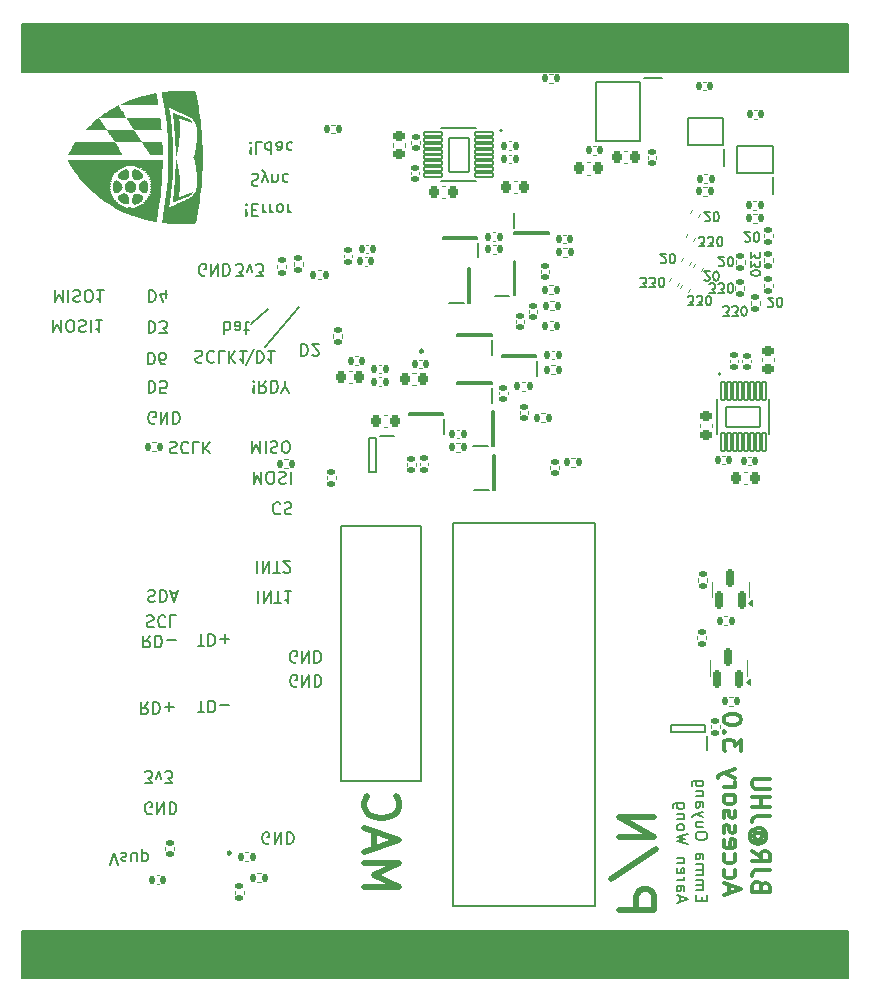
<source format=gbo>
G04 #@! TF.GenerationSoftware,KiCad,Pcbnew,8.0.4*
G04 #@! TF.CreationDate,2025-02-07T03:45:59-05:00*
G04 #@! TF.ProjectId,accessory_v3,61636365-7373-46f7-9279-5f76332e6b69,rev?*
G04 #@! TF.SameCoordinates,Original*
G04 #@! TF.FileFunction,Legend,Bot*
G04 #@! TF.FilePolarity,Positive*
%FSLAX46Y46*%
G04 Gerber Fmt 4.6, Leading zero omitted, Abs format (unit mm)*
G04 Created by KiCad (PCBNEW 8.0.4) date 2025-02-07 03:45:59*
%MOMM*%
%LPD*%
G01*
G04 APERTURE LIST*
G04 Aperture macros list*
%AMRoundRect*
0 Rectangle with rounded corners*
0 $1 Rounding radius*
0 $2 $3 $4 $5 $6 $7 $8 $9 X,Y pos of 4 corners*
0 Add a 4 corners polygon primitive as box body*
4,1,4,$2,$3,$4,$5,$6,$7,$8,$9,$2,$3,0*
0 Add four circle primitives for the rounded corners*
1,1,$1+$1,$2,$3*
1,1,$1+$1,$4,$5*
1,1,$1+$1,$6,$7*
1,1,$1+$1,$8,$9*
0 Add four rect primitives between the rounded corners*
20,1,$1+$1,$2,$3,$4,$5,0*
20,1,$1+$1,$4,$5,$6,$7,0*
20,1,$1+$1,$6,$7,$8,$9,0*
20,1,$1+$1,$8,$9,$2,$3,0*%
G04 Aperture macros list end*
%ADD10C,0.150000*%
%ADD11C,0.170000*%
%ADD12C,0.300000*%
%ADD13C,0.500000*%
%ADD14C,0.000000*%
%ADD15C,0.120000*%
%ADD16C,0.127000*%
%ADD17C,0.200000*%
%ADD18C,0.250000*%
%ADD19R,5.200000X1.250000*%
%ADD20C,1.638000*%
%ADD21C,4.801000*%
%ADD22C,2.004000*%
%ADD23C,1.204000*%
%ADD24C,1.554000*%
%ADD25RoundRect,0.135000X0.092715X-0.209413X0.227715X0.024413X-0.092715X0.209413X-0.227715X-0.024413X0*%
%ADD26RoundRect,0.140000X0.170000X-0.140000X0.170000X0.140000X-0.170000X0.140000X-0.170000X-0.140000X0*%
%ADD27RoundRect,0.135000X-0.135000X-0.185000X0.135000X-0.185000X0.135000X0.185000X-0.135000X0.185000X0*%
%ADD28RoundRect,0.135000X0.185000X-0.135000X0.185000X0.135000X-0.185000X0.135000X-0.185000X-0.135000X0*%
%ADD29R,0.254000X0.152400*%
%ADD30RoundRect,0.140000X-0.140000X-0.170000X0.140000X-0.170000X0.140000X0.170000X-0.140000X0.170000X0*%
%ADD31RoundRect,0.060500X0.766500X0.181500X-0.766500X0.181500X-0.766500X-0.181500X0.766500X-0.181500X0*%
%ADD32RoundRect,0.102000X0.825500X1.422500X-0.825500X1.422500X-0.825500X-1.422500X0.825500X-1.422500X0*%
%ADD33R,1.250000X0.600000*%
%ADD34RoundRect,0.225000X-0.250000X0.225000X-0.250000X-0.225000X0.250000X-0.225000X0.250000X0.225000X0*%
%ADD35RoundRect,0.225000X0.225000X0.250000X-0.225000X0.250000X-0.225000X-0.250000X0.225000X-0.250000X0*%
%ADD36R,0.850000X0.350000*%
%ADD37R,1.700000X2.450000*%
%ADD38RoundRect,0.140000X0.140000X0.170000X-0.140000X0.170000X-0.140000X-0.170000X0.140000X-0.170000X0*%
%ADD39R,0.600000X1.250000*%
%ADD40RoundRect,0.135000X0.135000X0.185000X-0.135000X0.185000X-0.135000X-0.185000X0.135000X-0.185000X0*%
%ADD41R,1.200000X0.600000*%
%ADD42RoundRect,0.225000X-0.225000X-0.250000X0.225000X-0.250000X0.225000X0.250000X-0.225000X0.250000X0*%
%ADD43RoundRect,0.140000X-0.170000X0.140000X-0.170000X-0.140000X0.170000X-0.140000X0.170000X0.140000X0*%
%ADD44R,0.450000X1.400000*%
%ADD45R,1.475000X0.450000*%
%ADD46RoundRect,0.060500X-0.181500X0.766500X-0.181500X-0.766500X0.181500X-0.766500X0.181500X0.766500X0*%
%ADD47RoundRect,0.102000X-1.422500X0.825500X-1.422500X-0.825500X1.422500X-0.825500X1.422500X0.825500X0*%
%ADD48RoundRect,0.150000X0.150000X-0.587500X0.150000X0.587500X-0.150000X0.587500X-0.150000X-0.587500X0*%
%ADD49RoundRect,0.135000X-0.185000X0.135000X-0.185000X-0.135000X0.185000X-0.135000X0.185000X0.135000X0*%
%ADD50R,0.600000X1.200000*%
%ADD51R,0.300000X0.850000*%
%ADD52R,0.850000X0.300000*%
%ADD53R,4.050000X4.050000*%
G04 APERTURE END LIST*
D10*
X0Y-76750000D02*
X70000000Y-76750000D01*
X70000000Y-80750000D01*
X0Y-80750000D01*
X0Y-76750000D01*
G36*
X0Y-76750000D02*
G01*
X70000000Y-76750000D01*
X70000000Y-80750000D01*
X0Y-80750000D01*
X0Y-76750000D01*
G37*
X36490000Y-42240000D02*
X48530000Y-42240000D01*
X48530000Y-74670000D01*
X36490000Y-74670000D01*
X36490000Y-42240000D01*
X23500000Y-23940000D02*
X20590000Y-27330000D01*
X27050000Y-42450000D02*
X33850000Y-42450000D01*
X33850000Y-64070000D01*
X27050000Y-64070000D01*
X27050000Y-42450000D01*
X19430000Y-25350000D02*
X20820000Y-24120000D01*
X19700000Y-27460000D02*
X19020000Y-28800000D01*
X0Y0D02*
X70000000Y0D01*
X70000000Y-4000000D01*
X0Y-4000000D01*
X0Y0D01*
G36*
X0Y0D02*
G01*
X70000000Y0D01*
X70000000Y-4000000D01*
X0Y-4000000D01*
X0Y0D01*
G37*
X10411541Y-64220180D02*
X11030588Y-64220180D01*
X11030588Y-64220180D02*
X10697255Y-63839228D01*
X10697255Y-63839228D02*
X10840112Y-63839228D01*
X10840112Y-63839228D02*
X10935350Y-63791609D01*
X10935350Y-63791609D02*
X10982969Y-63743990D01*
X10982969Y-63743990D02*
X11030588Y-63648752D01*
X11030588Y-63648752D02*
X11030588Y-63410657D01*
X11030588Y-63410657D02*
X10982969Y-63315419D01*
X10982969Y-63315419D02*
X10935350Y-63267800D01*
X10935350Y-63267800D02*
X10840112Y-63220180D01*
X10840112Y-63220180D02*
X10554398Y-63220180D01*
X10554398Y-63220180D02*
X10459160Y-63267800D01*
X10459160Y-63267800D02*
X10411541Y-63315419D01*
X11363922Y-63886847D02*
X11602017Y-63220180D01*
X11602017Y-63220180D02*
X11840112Y-63886847D01*
X12125827Y-64220180D02*
X12744874Y-64220180D01*
X12744874Y-64220180D02*
X12411541Y-63839228D01*
X12411541Y-63839228D02*
X12554398Y-63839228D01*
X12554398Y-63839228D02*
X12649636Y-63791609D01*
X12649636Y-63791609D02*
X12697255Y-63743990D01*
X12697255Y-63743990D02*
X12744874Y-63648752D01*
X12744874Y-63648752D02*
X12744874Y-63410657D01*
X12744874Y-63410657D02*
X12697255Y-63315419D01*
X12697255Y-63315419D02*
X12649636Y-63267800D01*
X12649636Y-63267800D02*
X12554398Y-63220180D01*
X12554398Y-63220180D02*
X12268684Y-63220180D01*
X12268684Y-63220180D02*
X12173446Y-63267800D01*
X12173446Y-63267800D02*
X12125827Y-63315419D01*
D11*
X58211428Y-22728744D02*
X58706666Y-22728744D01*
X58706666Y-22728744D02*
X58440000Y-22423982D01*
X58440000Y-22423982D02*
X58554285Y-22423982D01*
X58554285Y-22423982D02*
X58630476Y-22385887D01*
X58630476Y-22385887D02*
X58668571Y-22347792D01*
X58668571Y-22347792D02*
X58706666Y-22271601D01*
X58706666Y-22271601D02*
X58706666Y-22081125D01*
X58706666Y-22081125D02*
X58668571Y-22004935D01*
X58668571Y-22004935D02*
X58630476Y-21966840D01*
X58630476Y-21966840D02*
X58554285Y-21928744D01*
X58554285Y-21928744D02*
X58325714Y-21928744D01*
X58325714Y-21928744D02*
X58249523Y-21966840D01*
X58249523Y-21966840D02*
X58211428Y-22004935D01*
X58973333Y-22728744D02*
X59468571Y-22728744D01*
X59468571Y-22728744D02*
X59201905Y-22423982D01*
X59201905Y-22423982D02*
X59316190Y-22423982D01*
X59316190Y-22423982D02*
X59392381Y-22385887D01*
X59392381Y-22385887D02*
X59430476Y-22347792D01*
X59430476Y-22347792D02*
X59468571Y-22271601D01*
X59468571Y-22271601D02*
X59468571Y-22081125D01*
X59468571Y-22081125D02*
X59430476Y-22004935D01*
X59430476Y-22004935D02*
X59392381Y-21966840D01*
X59392381Y-21966840D02*
X59316190Y-21928744D01*
X59316190Y-21928744D02*
X59087619Y-21928744D01*
X59087619Y-21928744D02*
X59011428Y-21966840D01*
X59011428Y-21966840D02*
X58973333Y-22004935D01*
X59963810Y-22728744D02*
X60040000Y-22728744D01*
X60040000Y-22728744D02*
X60116191Y-22690649D01*
X60116191Y-22690649D02*
X60154286Y-22652554D01*
X60154286Y-22652554D02*
X60192381Y-22576363D01*
X60192381Y-22576363D02*
X60230476Y-22423982D01*
X60230476Y-22423982D02*
X60230476Y-22233506D01*
X60230476Y-22233506D02*
X60192381Y-22081125D01*
X60192381Y-22081125D02*
X60154286Y-22004935D01*
X60154286Y-22004935D02*
X60116191Y-21966840D01*
X60116191Y-21966840D02*
X60040000Y-21928744D01*
X60040000Y-21928744D02*
X59963810Y-21928744D01*
X59963810Y-21928744D02*
X59887619Y-21966840D01*
X59887619Y-21966840D02*
X59849524Y-22004935D01*
X59849524Y-22004935D02*
X59811429Y-22081125D01*
X59811429Y-22081125D02*
X59773333Y-22233506D01*
X59773333Y-22233506D02*
X59773333Y-22423982D01*
X59773333Y-22423982D02*
X59811429Y-22576363D01*
X59811429Y-22576363D02*
X59849524Y-22652554D01*
X59849524Y-22652554D02*
X59887619Y-22690649D01*
X59887619Y-22690649D02*
X59963810Y-22728744D01*
X52381428Y-22228744D02*
X52876666Y-22228744D01*
X52876666Y-22228744D02*
X52610000Y-21923982D01*
X52610000Y-21923982D02*
X52724285Y-21923982D01*
X52724285Y-21923982D02*
X52800476Y-21885887D01*
X52800476Y-21885887D02*
X52838571Y-21847792D01*
X52838571Y-21847792D02*
X52876666Y-21771601D01*
X52876666Y-21771601D02*
X52876666Y-21581125D01*
X52876666Y-21581125D02*
X52838571Y-21504935D01*
X52838571Y-21504935D02*
X52800476Y-21466840D01*
X52800476Y-21466840D02*
X52724285Y-21428744D01*
X52724285Y-21428744D02*
X52495714Y-21428744D01*
X52495714Y-21428744D02*
X52419523Y-21466840D01*
X52419523Y-21466840D02*
X52381428Y-21504935D01*
X53143333Y-22228744D02*
X53638571Y-22228744D01*
X53638571Y-22228744D02*
X53371905Y-21923982D01*
X53371905Y-21923982D02*
X53486190Y-21923982D01*
X53486190Y-21923982D02*
X53562381Y-21885887D01*
X53562381Y-21885887D02*
X53600476Y-21847792D01*
X53600476Y-21847792D02*
X53638571Y-21771601D01*
X53638571Y-21771601D02*
X53638571Y-21581125D01*
X53638571Y-21581125D02*
X53600476Y-21504935D01*
X53600476Y-21504935D02*
X53562381Y-21466840D01*
X53562381Y-21466840D02*
X53486190Y-21428744D01*
X53486190Y-21428744D02*
X53257619Y-21428744D01*
X53257619Y-21428744D02*
X53181428Y-21466840D01*
X53181428Y-21466840D02*
X53143333Y-21504935D01*
X54133810Y-22228744D02*
X54210000Y-22228744D01*
X54210000Y-22228744D02*
X54286191Y-22190649D01*
X54286191Y-22190649D02*
X54324286Y-22152554D01*
X54324286Y-22152554D02*
X54362381Y-22076363D01*
X54362381Y-22076363D02*
X54400476Y-21923982D01*
X54400476Y-21923982D02*
X54400476Y-21733506D01*
X54400476Y-21733506D02*
X54362381Y-21581125D01*
X54362381Y-21581125D02*
X54324286Y-21504935D01*
X54324286Y-21504935D02*
X54286191Y-21466840D01*
X54286191Y-21466840D02*
X54210000Y-21428744D01*
X54210000Y-21428744D02*
X54133810Y-21428744D01*
X54133810Y-21428744D02*
X54057619Y-21466840D01*
X54057619Y-21466840D02*
X54019524Y-21504935D01*
X54019524Y-21504935D02*
X53981429Y-21581125D01*
X53981429Y-21581125D02*
X53943333Y-21733506D01*
X53943333Y-21733506D02*
X53943333Y-21923982D01*
X53943333Y-21923982D02*
X53981429Y-22076363D01*
X53981429Y-22076363D02*
X54019524Y-22152554D01*
X54019524Y-22152554D02*
X54057619Y-22190649D01*
X54057619Y-22190649D02*
X54133810Y-22228744D01*
D10*
X14903922Y-52610180D02*
X15475350Y-52610180D01*
X15189636Y-51610180D02*
X15189636Y-52610180D01*
X15808684Y-51610180D02*
X15808684Y-52610180D01*
X15808684Y-52610180D02*
X16046779Y-52610180D01*
X16046779Y-52610180D02*
X16189636Y-52562561D01*
X16189636Y-52562561D02*
X16284874Y-52467323D01*
X16284874Y-52467323D02*
X16332493Y-52372085D01*
X16332493Y-52372085D02*
X16380112Y-52181609D01*
X16380112Y-52181609D02*
X16380112Y-52038752D01*
X16380112Y-52038752D02*
X16332493Y-51848276D01*
X16332493Y-51848276D02*
X16284874Y-51753038D01*
X16284874Y-51753038D02*
X16189636Y-51657800D01*
X16189636Y-51657800D02*
X16046779Y-51610180D01*
X16046779Y-51610180D02*
X15808684Y-51610180D01*
X16808684Y-51991133D02*
X17570589Y-51991133D01*
X17189636Y-51610180D02*
X17189636Y-52372085D01*
X19916779Y-27630180D02*
X19916779Y-28630180D01*
X19916779Y-28630180D02*
X20154874Y-28630180D01*
X20154874Y-28630180D02*
X20297731Y-28582561D01*
X20297731Y-28582561D02*
X20392969Y-28487323D01*
X20392969Y-28487323D02*
X20440588Y-28392085D01*
X20440588Y-28392085D02*
X20488207Y-28201609D01*
X20488207Y-28201609D02*
X20488207Y-28058752D01*
X20488207Y-28058752D02*
X20440588Y-27868276D01*
X20440588Y-27868276D02*
X20392969Y-27773038D01*
X20392969Y-27773038D02*
X20297731Y-27677800D01*
X20297731Y-27677800D02*
X20154874Y-27630180D01*
X20154874Y-27630180D02*
X19916779Y-27630180D01*
X21440588Y-27630180D02*
X20869160Y-27630180D01*
X21154874Y-27630180D02*
X21154874Y-28630180D01*
X21154874Y-28630180D02*
X21059636Y-28487323D01*
X21059636Y-28487323D02*
X20964398Y-28392085D01*
X20964398Y-28392085D02*
X20869160Y-28344466D01*
D11*
X59030475Y-20392554D02*
X59068571Y-20430649D01*
X59068571Y-20430649D02*
X59144761Y-20468744D01*
X59144761Y-20468744D02*
X59335237Y-20468744D01*
X59335237Y-20468744D02*
X59411428Y-20430649D01*
X59411428Y-20430649D02*
X59449523Y-20392554D01*
X59449523Y-20392554D02*
X59487618Y-20316363D01*
X59487618Y-20316363D02*
X59487618Y-20240173D01*
X59487618Y-20240173D02*
X59449523Y-20125887D01*
X59449523Y-20125887D02*
X58992380Y-19668744D01*
X58992380Y-19668744D02*
X59487618Y-19668744D01*
X59982857Y-20468744D02*
X60059047Y-20468744D01*
X60059047Y-20468744D02*
X60135238Y-20430649D01*
X60135238Y-20430649D02*
X60173333Y-20392554D01*
X60173333Y-20392554D02*
X60211428Y-20316363D01*
X60211428Y-20316363D02*
X60249523Y-20163982D01*
X60249523Y-20163982D02*
X60249523Y-19973506D01*
X60249523Y-19973506D02*
X60211428Y-19821125D01*
X60211428Y-19821125D02*
X60173333Y-19744935D01*
X60173333Y-19744935D02*
X60135238Y-19706840D01*
X60135238Y-19706840D02*
X60059047Y-19668744D01*
X60059047Y-19668744D02*
X59982857Y-19668744D01*
X59982857Y-19668744D02*
X59906666Y-19706840D01*
X59906666Y-19706840D02*
X59868571Y-19744935D01*
X59868571Y-19744935D02*
X59830476Y-19821125D01*
X59830476Y-19821125D02*
X59792380Y-19973506D01*
X59792380Y-19973506D02*
X59792380Y-20163982D01*
X59792380Y-20163982D02*
X59830476Y-20316363D01*
X59830476Y-20316363D02*
X59868571Y-20392554D01*
X59868571Y-20392554D02*
X59906666Y-20430649D01*
X59906666Y-20430649D02*
X59982857Y-20468744D01*
D10*
X10756779Y-25120180D02*
X10756779Y-26120180D01*
X10756779Y-26120180D02*
X10994874Y-26120180D01*
X10994874Y-26120180D02*
X11137731Y-26072561D01*
X11137731Y-26072561D02*
X11232969Y-25977323D01*
X11232969Y-25977323D02*
X11280588Y-25882085D01*
X11280588Y-25882085D02*
X11328207Y-25691609D01*
X11328207Y-25691609D02*
X11328207Y-25548752D01*
X11328207Y-25548752D02*
X11280588Y-25358276D01*
X11280588Y-25358276D02*
X11232969Y-25263038D01*
X11232969Y-25263038D02*
X11137731Y-25167800D01*
X11137731Y-25167800D02*
X10994874Y-25120180D01*
X10994874Y-25120180D02*
X10756779Y-25120180D01*
X11661541Y-26120180D02*
X12280588Y-26120180D01*
X12280588Y-26120180D02*
X11947255Y-25739228D01*
X11947255Y-25739228D02*
X12090112Y-25739228D01*
X12090112Y-25739228D02*
X12185350Y-25691609D01*
X12185350Y-25691609D02*
X12232969Y-25643990D01*
X12232969Y-25643990D02*
X12280588Y-25548752D01*
X12280588Y-25548752D02*
X12280588Y-25310657D01*
X12280588Y-25310657D02*
X12232969Y-25215419D01*
X12232969Y-25215419D02*
X12185350Y-25167800D01*
X12185350Y-25167800D02*
X12090112Y-25120180D01*
X12090112Y-25120180D02*
X11804398Y-25120180D01*
X11804398Y-25120180D02*
X11709160Y-25167800D01*
X11709160Y-25167800D02*
X11661541Y-25215419D01*
D11*
X57800475Y-21612554D02*
X57838571Y-21650649D01*
X57838571Y-21650649D02*
X57914761Y-21688744D01*
X57914761Y-21688744D02*
X58105237Y-21688744D01*
X58105237Y-21688744D02*
X58181428Y-21650649D01*
X58181428Y-21650649D02*
X58219523Y-21612554D01*
X58219523Y-21612554D02*
X58257618Y-21536363D01*
X58257618Y-21536363D02*
X58257618Y-21460173D01*
X58257618Y-21460173D02*
X58219523Y-21345887D01*
X58219523Y-21345887D02*
X57762380Y-20888744D01*
X57762380Y-20888744D02*
X58257618Y-20888744D01*
X58752857Y-21688744D02*
X58829047Y-21688744D01*
X58829047Y-21688744D02*
X58905238Y-21650649D01*
X58905238Y-21650649D02*
X58943333Y-21612554D01*
X58943333Y-21612554D02*
X58981428Y-21536363D01*
X58981428Y-21536363D02*
X59019523Y-21383982D01*
X59019523Y-21383982D02*
X59019523Y-21193506D01*
X59019523Y-21193506D02*
X58981428Y-21041125D01*
X58981428Y-21041125D02*
X58943333Y-20964935D01*
X58943333Y-20964935D02*
X58905238Y-20926840D01*
X58905238Y-20926840D02*
X58829047Y-20888744D01*
X58829047Y-20888744D02*
X58752857Y-20888744D01*
X58752857Y-20888744D02*
X58676666Y-20926840D01*
X58676666Y-20926840D02*
X58638571Y-20964935D01*
X58638571Y-20964935D02*
X58600476Y-21041125D01*
X58600476Y-21041125D02*
X58562380Y-21193506D01*
X58562380Y-21193506D02*
X58562380Y-21383982D01*
X58562380Y-21383982D02*
X58600476Y-21536363D01*
X58600476Y-21536363D02*
X58638571Y-21612554D01*
X58638571Y-21612554D02*
X58676666Y-21650649D01*
X58676666Y-21650649D02*
X58752857Y-21688744D01*
D10*
X14903922Y-58240180D02*
X15475350Y-58240180D01*
X15189636Y-57240180D02*
X15189636Y-58240180D01*
X15808684Y-57240180D02*
X15808684Y-58240180D01*
X15808684Y-58240180D02*
X16046779Y-58240180D01*
X16046779Y-58240180D02*
X16189636Y-58192561D01*
X16189636Y-58192561D02*
X16284874Y-58097323D01*
X16284874Y-58097323D02*
X16332493Y-58002085D01*
X16332493Y-58002085D02*
X16380112Y-57811609D01*
X16380112Y-57811609D02*
X16380112Y-57668752D01*
X16380112Y-57668752D02*
X16332493Y-57478276D01*
X16332493Y-57478276D02*
X16284874Y-57383038D01*
X16284874Y-57383038D02*
X16189636Y-57287800D01*
X16189636Y-57287800D02*
X16046779Y-57240180D01*
X16046779Y-57240180D02*
X15808684Y-57240180D01*
X16808684Y-57621133D02*
X17570589Y-57621133D01*
X19026779Y-15305419D02*
X19074398Y-15257800D01*
X19074398Y-15257800D02*
X19026779Y-15210180D01*
X19026779Y-15210180D02*
X18979160Y-15257800D01*
X18979160Y-15257800D02*
X19026779Y-15305419D01*
X19026779Y-15305419D02*
X19026779Y-15210180D01*
X19026779Y-15591133D02*
X18979160Y-16162561D01*
X18979160Y-16162561D02*
X19026779Y-16210180D01*
X19026779Y-16210180D02*
X19074398Y-16162561D01*
X19074398Y-16162561D02*
X19026779Y-15591133D01*
X19026779Y-15591133D02*
X19026779Y-16210180D01*
X19502969Y-15733990D02*
X19836302Y-15733990D01*
X19979159Y-15210180D02*
X19502969Y-15210180D01*
X19502969Y-15210180D02*
X19502969Y-16210180D01*
X19502969Y-16210180D02*
X19979159Y-16210180D01*
X20407731Y-15210180D02*
X20407731Y-15876847D01*
X20407731Y-15686371D02*
X20455350Y-15781609D01*
X20455350Y-15781609D02*
X20502969Y-15829228D01*
X20502969Y-15829228D02*
X20598207Y-15876847D01*
X20598207Y-15876847D02*
X20693445Y-15876847D01*
X21026779Y-15210180D02*
X21026779Y-15876847D01*
X21026779Y-15686371D02*
X21074398Y-15781609D01*
X21074398Y-15781609D02*
X21122017Y-15829228D01*
X21122017Y-15829228D02*
X21217255Y-15876847D01*
X21217255Y-15876847D02*
X21312493Y-15876847D01*
X21788684Y-15210180D02*
X21693446Y-15257800D01*
X21693446Y-15257800D02*
X21645827Y-15305419D01*
X21645827Y-15305419D02*
X21598208Y-15400657D01*
X21598208Y-15400657D02*
X21598208Y-15686371D01*
X21598208Y-15686371D02*
X21645827Y-15781609D01*
X21645827Y-15781609D02*
X21693446Y-15829228D01*
X21693446Y-15829228D02*
X21788684Y-15876847D01*
X21788684Y-15876847D02*
X21931541Y-15876847D01*
X21931541Y-15876847D02*
X22026779Y-15829228D01*
X22026779Y-15829228D02*
X22074398Y-15781609D01*
X22074398Y-15781609D02*
X22122017Y-15686371D01*
X22122017Y-15686371D02*
X22122017Y-15400657D01*
X22122017Y-15400657D02*
X22074398Y-15305419D01*
X22074398Y-15305419D02*
X22026779Y-15257800D01*
X22026779Y-15257800D02*
X21931541Y-15210180D01*
X21931541Y-15210180D02*
X21788684Y-15210180D01*
X22550589Y-15210180D02*
X22550589Y-15876847D01*
X22550589Y-15686371D02*
X22598208Y-15781609D01*
X22598208Y-15781609D02*
X22645827Y-15829228D01*
X22645827Y-15829228D02*
X22741065Y-15876847D01*
X22741065Y-15876847D02*
X22836303Y-15876847D01*
X10719160Y-47937800D02*
X10862017Y-47890180D01*
X10862017Y-47890180D02*
X11100112Y-47890180D01*
X11100112Y-47890180D02*
X11195350Y-47937800D01*
X11195350Y-47937800D02*
X11242969Y-47985419D01*
X11242969Y-47985419D02*
X11290588Y-48080657D01*
X11290588Y-48080657D02*
X11290588Y-48175895D01*
X11290588Y-48175895D02*
X11242969Y-48271133D01*
X11242969Y-48271133D02*
X11195350Y-48318752D01*
X11195350Y-48318752D02*
X11100112Y-48366371D01*
X11100112Y-48366371D02*
X10909636Y-48413990D01*
X10909636Y-48413990D02*
X10814398Y-48461609D01*
X10814398Y-48461609D02*
X10766779Y-48509228D01*
X10766779Y-48509228D02*
X10719160Y-48604466D01*
X10719160Y-48604466D02*
X10719160Y-48699704D01*
X10719160Y-48699704D02*
X10766779Y-48794942D01*
X10766779Y-48794942D02*
X10814398Y-48842561D01*
X10814398Y-48842561D02*
X10909636Y-48890180D01*
X10909636Y-48890180D02*
X11147731Y-48890180D01*
X11147731Y-48890180D02*
X11290588Y-48842561D01*
X11719160Y-47890180D02*
X11719160Y-48890180D01*
X11719160Y-48890180D02*
X11957255Y-48890180D01*
X11957255Y-48890180D02*
X12100112Y-48842561D01*
X12100112Y-48842561D02*
X12195350Y-48747323D01*
X12195350Y-48747323D02*
X12242969Y-48652085D01*
X12242969Y-48652085D02*
X12290588Y-48461609D01*
X12290588Y-48461609D02*
X12290588Y-48318752D01*
X12290588Y-48318752D02*
X12242969Y-48128276D01*
X12242969Y-48128276D02*
X12195350Y-48033038D01*
X12195350Y-48033038D02*
X12100112Y-47937800D01*
X12100112Y-47937800D02*
X11957255Y-47890180D01*
X11957255Y-47890180D02*
X11719160Y-47890180D01*
X12671541Y-48175895D02*
X13147731Y-48175895D01*
X12576303Y-47890180D02*
X12909636Y-48890180D01*
X12909636Y-48890180D02*
X13242969Y-47890180D01*
D11*
X63190475Y-23842554D02*
X63228571Y-23880649D01*
X63228571Y-23880649D02*
X63304761Y-23918744D01*
X63304761Y-23918744D02*
X63495237Y-23918744D01*
X63495237Y-23918744D02*
X63571428Y-23880649D01*
X63571428Y-23880649D02*
X63609523Y-23842554D01*
X63609523Y-23842554D02*
X63647618Y-23766363D01*
X63647618Y-23766363D02*
X63647618Y-23690173D01*
X63647618Y-23690173D02*
X63609523Y-23575887D01*
X63609523Y-23575887D02*
X63152380Y-23118744D01*
X63152380Y-23118744D02*
X63647618Y-23118744D01*
X64142857Y-23918744D02*
X64219047Y-23918744D01*
X64219047Y-23918744D02*
X64295238Y-23880649D01*
X64295238Y-23880649D02*
X64333333Y-23842554D01*
X64333333Y-23842554D02*
X64371428Y-23766363D01*
X64371428Y-23766363D02*
X64409523Y-23613982D01*
X64409523Y-23613982D02*
X64409523Y-23423506D01*
X64409523Y-23423506D02*
X64371428Y-23271125D01*
X64371428Y-23271125D02*
X64333333Y-23194935D01*
X64333333Y-23194935D02*
X64295238Y-23156840D01*
X64295238Y-23156840D02*
X64219047Y-23118744D01*
X64219047Y-23118744D02*
X64142857Y-23118744D01*
X64142857Y-23118744D02*
X64066666Y-23156840D01*
X64066666Y-23156840D02*
X64028571Y-23194935D01*
X64028571Y-23194935D02*
X63990476Y-23271125D01*
X63990476Y-23271125D02*
X63952380Y-23423506D01*
X63952380Y-23423506D02*
X63952380Y-23613982D01*
X63952380Y-23613982D02*
X63990476Y-23766363D01*
X63990476Y-23766363D02*
X64028571Y-23842554D01*
X64028571Y-23842554D02*
X64066666Y-23880649D01*
X64066666Y-23880649D02*
X64142857Y-23918744D01*
D10*
X57583934Y-74213220D02*
X57583934Y-73879887D01*
X57060124Y-73737030D02*
X57060124Y-74213220D01*
X57060124Y-74213220D02*
X58060124Y-74213220D01*
X58060124Y-74213220D02*
X58060124Y-73737030D01*
X57060124Y-73308458D02*
X57726791Y-73308458D01*
X57631553Y-73308458D02*
X57679172Y-73260839D01*
X57679172Y-73260839D02*
X57726791Y-73165601D01*
X57726791Y-73165601D02*
X57726791Y-73022744D01*
X57726791Y-73022744D02*
X57679172Y-72927506D01*
X57679172Y-72927506D02*
X57583934Y-72879887D01*
X57583934Y-72879887D02*
X57060124Y-72879887D01*
X57583934Y-72879887D02*
X57679172Y-72832268D01*
X57679172Y-72832268D02*
X57726791Y-72737030D01*
X57726791Y-72737030D02*
X57726791Y-72594173D01*
X57726791Y-72594173D02*
X57679172Y-72498934D01*
X57679172Y-72498934D02*
X57583934Y-72451315D01*
X57583934Y-72451315D02*
X57060124Y-72451315D01*
X57060124Y-71975125D02*
X57726791Y-71975125D01*
X57631553Y-71975125D02*
X57679172Y-71927506D01*
X57679172Y-71927506D02*
X57726791Y-71832268D01*
X57726791Y-71832268D02*
X57726791Y-71689411D01*
X57726791Y-71689411D02*
X57679172Y-71594173D01*
X57679172Y-71594173D02*
X57583934Y-71546554D01*
X57583934Y-71546554D02*
X57060124Y-71546554D01*
X57583934Y-71546554D02*
X57679172Y-71498935D01*
X57679172Y-71498935D02*
X57726791Y-71403697D01*
X57726791Y-71403697D02*
X57726791Y-71260840D01*
X57726791Y-71260840D02*
X57679172Y-71165601D01*
X57679172Y-71165601D02*
X57583934Y-71117982D01*
X57583934Y-71117982D02*
X57060124Y-71117982D01*
X57060124Y-70213221D02*
X57583934Y-70213221D01*
X57583934Y-70213221D02*
X57679172Y-70260840D01*
X57679172Y-70260840D02*
X57726791Y-70356078D01*
X57726791Y-70356078D02*
X57726791Y-70546554D01*
X57726791Y-70546554D02*
X57679172Y-70641792D01*
X57107744Y-70213221D02*
X57060124Y-70308459D01*
X57060124Y-70308459D02*
X57060124Y-70546554D01*
X57060124Y-70546554D02*
X57107744Y-70641792D01*
X57107744Y-70641792D02*
X57202982Y-70689411D01*
X57202982Y-70689411D02*
X57298220Y-70689411D01*
X57298220Y-70689411D02*
X57393458Y-70641792D01*
X57393458Y-70641792D02*
X57441077Y-70546554D01*
X57441077Y-70546554D02*
X57441077Y-70308459D01*
X57441077Y-70308459D02*
X57488696Y-70213221D01*
X58060124Y-68784649D02*
X58060124Y-68594173D01*
X58060124Y-68594173D02*
X58012505Y-68498935D01*
X58012505Y-68498935D02*
X57917267Y-68403697D01*
X57917267Y-68403697D02*
X57726791Y-68356078D01*
X57726791Y-68356078D02*
X57393458Y-68356078D01*
X57393458Y-68356078D02*
X57202982Y-68403697D01*
X57202982Y-68403697D02*
X57107744Y-68498935D01*
X57107744Y-68498935D02*
X57060124Y-68594173D01*
X57060124Y-68594173D02*
X57060124Y-68784649D01*
X57060124Y-68784649D02*
X57107744Y-68879887D01*
X57107744Y-68879887D02*
X57202982Y-68975125D01*
X57202982Y-68975125D02*
X57393458Y-69022744D01*
X57393458Y-69022744D02*
X57726791Y-69022744D01*
X57726791Y-69022744D02*
X57917267Y-68975125D01*
X57917267Y-68975125D02*
X58012505Y-68879887D01*
X58012505Y-68879887D02*
X58060124Y-68784649D01*
X57726791Y-67498935D02*
X57060124Y-67498935D01*
X57726791Y-67927506D02*
X57202982Y-67927506D01*
X57202982Y-67927506D02*
X57107744Y-67879887D01*
X57107744Y-67879887D02*
X57060124Y-67784649D01*
X57060124Y-67784649D02*
X57060124Y-67641792D01*
X57060124Y-67641792D02*
X57107744Y-67546554D01*
X57107744Y-67546554D02*
X57155363Y-67498935D01*
X57726791Y-67117982D02*
X57060124Y-66879887D01*
X57726791Y-66641792D02*
X57060124Y-66879887D01*
X57060124Y-66879887D02*
X56822029Y-66975125D01*
X56822029Y-66975125D02*
X56774410Y-67022744D01*
X56774410Y-67022744D02*
X56726791Y-67117982D01*
X57060124Y-65832268D02*
X57583934Y-65832268D01*
X57583934Y-65832268D02*
X57679172Y-65879887D01*
X57679172Y-65879887D02*
X57726791Y-65975125D01*
X57726791Y-65975125D02*
X57726791Y-66165601D01*
X57726791Y-66165601D02*
X57679172Y-66260839D01*
X57107744Y-65832268D02*
X57060124Y-65927506D01*
X57060124Y-65927506D02*
X57060124Y-66165601D01*
X57060124Y-66165601D02*
X57107744Y-66260839D01*
X57107744Y-66260839D02*
X57202982Y-66308458D01*
X57202982Y-66308458D02*
X57298220Y-66308458D01*
X57298220Y-66308458D02*
X57393458Y-66260839D01*
X57393458Y-66260839D02*
X57441077Y-66165601D01*
X57441077Y-66165601D02*
X57441077Y-65927506D01*
X57441077Y-65927506D02*
X57488696Y-65832268D01*
X57726791Y-65356077D02*
X57060124Y-65356077D01*
X57631553Y-65356077D02*
X57679172Y-65308458D01*
X57679172Y-65308458D02*
X57726791Y-65213220D01*
X57726791Y-65213220D02*
X57726791Y-65070363D01*
X57726791Y-65070363D02*
X57679172Y-64975125D01*
X57679172Y-64975125D02*
X57583934Y-64927506D01*
X57583934Y-64927506D02*
X57060124Y-64927506D01*
X57726791Y-64022744D02*
X56917267Y-64022744D01*
X56917267Y-64022744D02*
X56822029Y-64070363D01*
X56822029Y-64070363D02*
X56774410Y-64117982D01*
X56774410Y-64117982D02*
X56726791Y-64213220D01*
X56726791Y-64213220D02*
X56726791Y-64356077D01*
X56726791Y-64356077D02*
X56774410Y-64451315D01*
X57107744Y-64022744D02*
X57060124Y-64117982D01*
X57060124Y-64117982D02*
X57060124Y-64308458D01*
X57060124Y-64308458D02*
X57107744Y-64403696D01*
X57107744Y-64403696D02*
X57155363Y-64451315D01*
X57155363Y-64451315D02*
X57250601Y-64498934D01*
X57250601Y-64498934D02*
X57536315Y-64498934D01*
X57536315Y-64498934D02*
X57631553Y-64451315D01*
X57631553Y-64451315D02*
X57679172Y-64403696D01*
X57679172Y-64403696D02*
X57726791Y-64308458D01*
X57726791Y-64308458D02*
X57726791Y-64117982D01*
X57726791Y-64117982D02*
X57679172Y-64022744D01*
X55735895Y-74260839D02*
X55735895Y-73784649D01*
X55450180Y-74356077D02*
X56450180Y-74022744D01*
X56450180Y-74022744D02*
X55450180Y-73689411D01*
X55450180Y-72927506D02*
X55973990Y-72927506D01*
X55973990Y-72927506D02*
X56069228Y-72975125D01*
X56069228Y-72975125D02*
X56116847Y-73070363D01*
X56116847Y-73070363D02*
X56116847Y-73260839D01*
X56116847Y-73260839D02*
X56069228Y-73356077D01*
X55497800Y-72927506D02*
X55450180Y-73022744D01*
X55450180Y-73022744D02*
X55450180Y-73260839D01*
X55450180Y-73260839D02*
X55497800Y-73356077D01*
X55497800Y-73356077D02*
X55593038Y-73403696D01*
X55593038Y-73403696D02*
X55688276Y-73403696D01*
X55688276Y-73403696D02*
X55783514Y-73356077D01*
X55783514Y-73356077D02*
X55831133Y-73260839D01*
X55831133Y-73260839D02*
X55831133Y-73022744D01*
X55831133Y-73022744D02*
X55878752Y-72927506D01*
X55450180Y-72451315D02*
X56116847Y-72451315D01*
X55926371Y-72451315D02*
X56021609Y-72403696D01*
X56021609Y-72403696D02*
X56069228Y-72356077D01*
X56069228Y-72356077D02*
X56116847Y-72260839D01*
X56116847Y-72260839D02*
X56116847Y-72165601D01*
X55497800Y-71451315D02*
X55450180Y-71546553D01*
X55450180Y-71546553D02*
X55450180Y-71737029D01*
X55450180Y-71737029D02*
X55497800Y-71832267D01*
X55497800Y-71832267D02*
X55593038Y-71879886D01*
X55593038Y-71879886D02*
X55973990Y-71879886D01*
X55973990Y-71879886D02*
X56069228Y-71832267D01*
X56069228Y-71832267D02*
X56116847Y-71737029D01*
X56116847Y-71737029D02*
X56116847Y-71546553D01*
X56116847Y-71546553D02*
X56069228Y-71451315D01*
X56069228Y-71451315D02*
X55973990Y-71403696D01*
X55973990Y-71403696D02*
X55878752Y-71403696D01*
X55878752Y-71403696D02*
X55783514Y-71879886D01*
X56116847Y-70975124D02*
X55450180Y-70975124D01*
X56021609Y-70975124D02*
X56069228Y-70927505D01*
X56069228Y-70927505D02*
X56116847Y-70832267D01*
X56116847Y-70832267D02*
X56116847Y-70689410D01*
X56116847Y-70689410D02*
X56069228Y-70594172D01*
X56069228Y-70594172D02*
X55973990Y-70546553D01*
X55973990Y-70546553D02*
X55450180Y-70546553D01*
X56450180Y-69403695D02*
X55450180Y-69165600D01*
X55450180Y-69165600D02*
X56164466Y-68975124D01*
X56164466Y-68975124D02*
X55450180Y-68784648D01*
X55450180Y-68784648D02*
X56450180Y-68546553D01*
X55450180Y-68022743D02*
X55497800Y-68117981D01*
X55497800Y-68117981D02*
X55545419Y-68165600D01*
X55545419Y-68165600D02*
X55640657Y-68213219D01*
X55640657Y-68213219D02*
X55926371Y-68213219D01*
X55926371Y-68213219D02*
X56021609Y-68165600D01*
X56021609Y-68165600D02*
X56069228Y-68117981D01*
X56069228Y-68117981D02*
X56116847Y-68022743D01*
X56116847Y-68022743D02*
X56116847Y-67879886D01*
X56116847Y-67879886D02*
X56069228Y-67784648D01*
X56069228Y-67784648D02*
X56021609Y-67737029D01*
X56021609Y-67737029D02*
X55926371Y-67689410D01*
X55926371Y-67689410D02*
X55640657Y-67689410D01*
X55640657Y-67689410D02*
X55545419Y-67737029D01*
X55545419Y-67737029D02*
X55497800Y-67784648D01*
X55497800Y-67784648D02*
X55450180Y-67879886D01*
X55450180Y-67879886D02*
X55450180Y-68022743D01*
X56116847Y-67260838D02*
X55450180Y-67260838D01*
X56021609Y-67260838D02*
X56069228Y-67213219D01*
X56069228Y-67213219D02*
X56116847Y-67117981D01*
X56116847Y-67117981D02*
X56116847Y-66975124D01*
X56116847Y-66975124D02*
X56069228Y-66879886D01*
X56069228Y-66879886D02*
X55973990Y-66832267D01*
X55973990Y-66832267D02*
X55450180Y-66832267D01*
X56116847Y-65927505D02*
X55307323Y-65927505D01*
X55307323Y-65927505D02*
X55212085Y-65975124D01*
X55212085Y-65975124D02*
X55164466Y-66022743D01*
X55164466Y-66022743D02*
X55116847Y-66117981D01*
X55116847Y-66117981D02*
X55116847Y-66260838D01*
X55116847Y-66260838D02*
X55164466Y-66356076D01*
X55497800Y-65927505D02*
X55450180Y-66022743D01*
X55450180Y-66022743D02*
X55450180Y-66213219D01*
X55450180Y-66213219D02*
X55497800Y-66308457D01*
X55497800Y-66308457D02*
X55545419Y-66356076D01*
X55545419Y-66356076D02*
X55640657Y-66403695D01*
X55640657Y-66403695D02*
X55926371Y-66403695D01*
X55926371Y-66403695D02*
X56021609Y-66356076D01*
X56021609Y-66356076D02*
X56069228Y-66308457D01*
X56069228Y-66308457D02*
X56116847Y-66213219D01*
X56116847Y-66213219D02*
X56116847Y-66022743D01*
X56116847Y-66022743D02*
X56069228Y-65927505D01*
D11*
X56381428Y-23768744D02*
X56876666Y-23768744D01*
X56876666Y-23768744D02*
X56610000Y-23463982D01*
X56610000Y-23463982D02*
X56724285Y-23463982D01*
X56724285Y-23463982D02*
X56800476Y-23425887D01*
X56800476Y-23425887D02*
X56838571Y-23387792D01*
X56838571Y-23387792D02*
X56876666Y-23311601D01*
X56876666Y-23311601D02*
X56876666Y-23121125D01*
X56876666Y-23121125D02*
X56838571Y-23044935D01*
X56838571Y-23044935D02*
X56800476Y-23006840D01*
X56800476Y-23006840D02*
X56724285Y-22968744D01*
X56724285Y-22968744D02*
X56495714Y-22968744D01*
X56495714Y-22968744D02*
X56419523Y-23006840D01*
X56419523Y-23006840D02*
X56381428Y-23044935D01*
X57143333Y-23768744D02*
X57638571Y-23768744D01*
X57638571Y-23768744D02*
X57371905Y-23463982D01*
X57371905Y-23463982D02*
X57486190Y-23463982D01*
X57486190Y-23463982D02*
X57562381Y-23425887D01*
X57562381Y-23425887D02*
X57600476Y-23387792D01*
X57600476Y-23387792D02*
X57638571Y-23311601D01*
X57638571Y-23311601D02*
X57638571Y-23121125D01*
X57638571Y-23121125D02*
X57600476Y-23044935D01*
X57600476Y-23044935D02*
X57562381Y-23006840D01*
X57562381Y-23006840D02*
X57486190Y-22968744D01*
X57486190Y-22968744D02*
X57257619Y-22968744D01*
X57257619Y-22968744D02*
X57181428Y-23006840D01*
X57181428Y-23006840D02*
X57143333Y-23044935D01*
X58133810Y-23768744D02*
X58210000Y-23768744D01*
X58210000Y-23768744D02*
X58286191Y-23730649D01*
X58286191Y-23730649D02*
X58324286Y-23692554D01*
X58324286Y-23692554D02*
X58362381Y-23616363D01*
X58362381Y-23616363D02*
X58400476Y-23463982D01*
X58400476Y-23463982D02*
X58400476Y-23273506D01*
X58400476Y-23273506D02*
X58362381Y-23121125D01*
X58362381Y-23121125D02*
X58324286Y-23044935D01*
X58324286Y-23044935D02*
X58286191Y-23006840D01*
X58286191Y-23006840D02*
X58210000Y-22968744D01*
X58210000Y-22968744D02*
X58133810Y-22968744D01*
X58133810Y-22968744D02*
X58057619Y-23006840D01*
X58057619Y-23006840D02*
X58019524Y-23044935D01*
X58019524Y-23044935D02*
X57981429Y-23121125D01*
X57981429Y-23121125D02*
X57943333Y-23273506D01*
X57943333Y-23273506D02*
X57943333Y-23463982D01*
X57943333Y-23463982D02*
X57981429Y-23616363D01*
X57981429Y-23616363D02*
X58019524Y-23692554D01*
X58019524Y-23692554D02*
X58057619Y-23730649D01*
X58057619Y-23730649D02*
X58133810Y-23768744D01*
D12*
X62632601Y-72986489D02*
X62561173Y-72772203D01*
X62561173Y-72772203D02*
X62489744Y-72700774D01*
X62489744Y-72700774D02*
X62346887Y-72629346D01*
X62346887Y-72629346D02*
X62132601Y-72629346D01*
X62132601Y-72629346D02*
X61989744Y-72700774D01*
X61989744Y-72700774D02*
X61918316Y-72772203D01*
X61918316Y-72772203D02*
X61846887Y-72915060D01*
X61846887Y-72915060D02*
X61846887Y-73486489D01*
X61846887Y-73486489D02*
X63346887Y-73486489D01*
X63346887Y-73486489D02*
X63346887Y-72986489D01*
X63346887Y-72986489D02*
X63275458Y-72843632D01*
X63275458Y-72843632D02*
X63204030Y-72772203D01*
X63204030Y-72772203D02*
X63061173Y-72700774D01*
X63061173Y-72700774D02*
X62918316Y-72700774D01*
X62918316Y-72700774D02*
X62775458Y-72772203D01*
X62775458Y-72772203D02*
X62704030Y-72843632D01*
X62704030Y-72843632D02*
X62632601Y-72986489D01*
X62632601Y-72986489D02*
X62632601Y-73486489D01*
X63346887Y-71557917D02*
X62275458Y-71557917D01*
X62275458Y-71557917D02*
X62061173Y-71629346D01*
X62061173Y-71629346D02*
X61918316Y-71772203D01*
X61918316Y-71772203D02*
X61846887Y-71986489D01*
X61846887Y-71986489D02*
X61846887Y-72129346D01*
X61846887Y-69986489D02*
X62561173Y-70486489D01*
X61846887Y-70843632D02*
X63346887Y-70843632D01*
X63346887Y-70843632D02*
X63346887Y-70272203D01*
X63346887Y-70272203D02*
X63275458Y-70129346D01*
X63275458Y-70129346D02*
X63204030Y-70057917D01*
X63204030Y-70057917D02*
X63061173Y-69986489D01*
X63061173Y-69986489D02*
X62846887Y-69986489D01*
X62846887Y-69986489D02*
X62704030Y-70057917D01*
X62704030Y-70057917D02*
X62632601Y-70129346D01*
X62632601Y-70129346D02*
X62561173Y-70272203D01*
X62561173Y-70272203D02*
X62561173Y-70843632D01*
X62561173Y-68415060D02*
X62632601Y-68486489D01*
X62632601Y-68486489D02*
X62704030Y-68629346D01*
X62704030Y-68629346D02*
X62704030Y-68772203D01*
X62704030Y-68772203D02*
X62632601Y-68915060D01*
X62632601Y-68915060D02*
X62561173Y-68986489D01*
X62561173Y-68986489D02*
X62418316Y-69057917D01*
X62418316Y-69057917D02*
X62275458Y-69057917D01*
X62275458Y-69057917D02*
X62132601Y-68986489D01*
X62132601Y-68986489D02*
X62061173Y-68915060D01*
X62061173Y-68915060D02*
X61989744Y-68772203D01*
X61989744Y-68772203D02*
X61989744Y-68629346D01*
X61989744Y-68629346D02*
X62061173Y-68486489D01*
X62061173Y-68486489D02*
X62132601Y-68415060D01*
X62704030Y-68415060D02*
X62132601Y-68415060D01*
X62132601Y-68415060D02*
X62061173Y-68343632D01*
X62061173Y-68343632D02*
X62061173Y-68272203D01*
X62061173Y-68272203D02*
X62132601Y-68129346D01*
X62132601Y-68129346D02*
X62275458Y-68057917D01*
X62275458Y-68057917D02*
X62632601Y-68057917D01*
X62632601Y-68057917D02*
X62846887Y-68200775D01*
X62846887Y-68200775D02*
X62989744Y-68415060D01*
X62989744Y-68415060D02*
X63061173Y-68700775D01*
X63061173Y-68700775D02*
X62989744Y-68986489D01*
X62989744Y-68986489D02*
X62846887Y-69200775D01*
X62846887Y-69200775D02*
X62632601Y-69343632D01*
X62632601Y-69343632D02*
X62346887Y-69415060D01*
X62346887Y-69415060D02*
X62061173Y-69343632D01*
X62061173Y-69343632D02*
X61846887Y-69200775D01*
X61846887Y-69200775D02*
X61704030Y-68986489D01*
X61704030Y-68986489D02*
X61632601Y-68700775D01*
X61632601Y-68700775D02*
X61704030Y-68415060D01*
X61704030Y-68415060D02*
X61846887Y-68200775D01*
X63346887Y-66986489D02*
X62275458Y-66986489D01*
X62275458Y-66986489D02*
X62061173Y-67057918D01*
X62061173Y-67057918D02*
X61918316Y-67200775D01*
X61918316Y-67200775D02*
X61846887Y-67415061D01*
X61846887Y-67415061D02*
X61846887Y-67557918D01*
X61846887Y-66272204D02*
X63346887Y-66272204D01*
X62632601Y-66272204D02*
X62632601Y-65415061D01*
X61846887Y-65415061D02*
X63346887Y-65415061D01*
X63346887Y-64700775D02*
X62132601Y-64700775D01*
X62132601Y-64700775D02*
X61989744Y-64629346D01*
X61989744Y-64629346D02*
X61918316Y-64557918D01*
X61918316Y-64557918D02*
X61846887Y-64415060D01*
X61846887Y-64415060D02*
X61846887Y-64129346D01*
X61846887Y-64129346D02*
X61918316Y-63986489D01*
X61918316Y-63986489D02*
X61989744Y-63915060D01*
X61989744Y-63915060D02*
X62132601Y-63843632D01*
X62132601Y-63843632D02*
X63346887Y-63843632D01*
X59860542Y-73557917D02*
X59860542Y-72843632D01*
X59431971Y-73700774D02*
X60931971Y-73200774D01*
X60931971Y-73200774D02*
X59431971Y-72700774D01*
X59503400Y-71557918D02*
X59431971Y-71700775D01*
X59431971Y-71700775D02*
X59431971Y-71986489D01*
X59431971Y-71986489D02*
X59503400Y-72129346D01*
X59503400Y-72129346D02*
X59574828Y-72200775D01*
X59574828Y-72200775D02*
X59717685Y-72272203D01*
X59717685Y-72272203D02*
X60146257Y-72272203D01*
X60146257Y-72272203D02*
X60289114Y-72200775D01*
X60289114Y-72200775D02*
X60360542Y-72129346D01*
X60360542Y-72129346D02*
X60431971Y-71986489D01*
X60431971Y-71986489D02*
X60431971Y-71700775D01*
X60431971Y-71700775D02*
X60360542Y-71557918D01*
X59503400Y-70272204D02*
X59431971Y-70415061D01*
X59431971Y-70415061D02*
X59431971Y-70700775D01*
X59431971Y-70700775D02*
X59503400Y-70843632D01*
X59503400Y-70843632D02*
X59574828Y-70915061D01*
X59574828Y-70915061D02*
X59717685Y-70986489D01*
X59717685Y-70986489D02*
X60146257Y-70986489D01*
X60146257Y-70986489D02*
X60289114Y-70915061D01*
X60289114Y-70915061D02*
X60360542Y-70843632D01*
X60360542Y-70843632D02*
X60431971Y-70700775D01*
X60431971Y-70700775D02*
X60431971Y-70415061D01*
X60431971Y-70415061D02*
X60360542Y-70272204D01*
X59503400Y-69057918D02*
X59431971Y-69200775D01*
X59431971Y-69200775D02*
X59431971Y-69486490D01*
X59431971Y-69486490D02*
X59503400Y-69629347D01*
X59503400Y-69629347D02*
X59646257Y-69700775D01*
X59646257Y-69700775D02*
X60217685Y-69700775D01*
X60217685Y-69700775D02*
X60360542Y-69629347D01*
X60360542Y-69629347D02*
X60431971Y-69486490D01*
X60431971Y-69486490D02*
X60431971Y-69200775D01*
X60431971Y-69200775D02*
X60360542Y-69057918D01*
X60360542Y-69057918D02*
X60217685Y-68986490D01*
X60217685Y-68986490D02*
X60074828Y-68986490D01*
X60074828Y-68986490D02*
X59931971Y-69700775D01*
X59503400Y-68415061D02*
X59431971Y-68272204D01*
X59431971Y-68272204D02*
X59431971Y-67986490D01*
X59431971Y-67986490D02*
X59503400Y-67843633D01*
X59503400Y-67843633D02*
X59646257Y-67772204D01*
X59646257Y-67772204D02*
X59717685Y-67772204D01*
X59717685Y-67772204D02*
X59860542Y-67843633D01*
X59860542Y-67843633D02*
X59931971Y-67986490D01*
X59931971Y-67986490D02*
X59931971Y-68200776D01*
X59931971Y-68200776D02*
X60003400Y-68343633D01*
X60003400Y-68343633D02*
X60146257Y-68415061D01*
X60146257Y-68415061D02*
X60217685Y-68415061D01*
X60217685Y-68415061D02*
X60360542Y-68343633D01*
X60360542Y-68343633D02*
X60431971Y-68200776D01*
X60431971Y-68200776D02*
X60431971Y-67986490D01*
X60431971Y-67986490D02*
X60360542Y-67843633D01*
X59503400Y-67200775D02*
X59431971Y-67057918D01*
X59431971Y-67057918D02*
X59431971Y-66772204D01*
X59431971Y-66772204D02*
X59503400Y-66629347D01*
X59503400Y-66629347D02*
X59646257Y-66557918D01*
X59646257Y-66557918D02*
X59717685Y-66557918D01*
X59717685Y-66557918D02*
X59860542Y-66629347D01*
X59860542Y-66629347D02*
X59931971Y-66772204D01*
X59931971Y-66772204D02*
X59931971Y-66986490D01*
X59931971Y-66986490D02*
X60003400Y-67129347D01*
X60003400Y-67129347D02*
X60146257Y-67200775D01*
X60146257Y-67200775D02*
X60217685Y-67200775D01*
X60217685Y-67200775D02*
X60360542Y-67129347D01*
X60360542Y-67129347D02*
X60431971Y-66986490D01*
X60431971Y-66986490D02*
X60431971Y-66772204D01*
X60431971Y-66772204D02*
X60360542Y-66629347D01*
X59431971Y-65700775D02*
X59503400Y-65843632D01*
X59503400Y-65843632D02*
X59574828Y-65915061D01*
X59574828Y-65915061D02*
X59717685Y-65986489D01*
X59717685Y-65986489D02*
X60146257Y-65986489D01*
X60146257Y-65986489D02*
X60289114Y-65915061D01*
X60289114Y-65915061D02*
X60360542Y-65843632D01*
X60360542Y-65843632D02*
X60431971Y-65700775D01*
X60431971Y-65700775D02*
X60431971Y-65486489D01*
X60431971Y-65486489D02*
X60360542Y-65343632D01*
X60360542Y-65343632D02*
X60289114Y-65272204D01*
X60289114Y-65272204D02*
X60146257Y-65200775D01*
X60146257Y-65200775D02*
X59717685Y-65200775D01*
X59717685Y-65200775D02*
X59574828Y-65272204D01*
X59574828Y-65272204D02*
X59503400Y-65343632D01*
X59503400Y-65343632D02*
X59431971Y-65486489D01*
X59431971Y-65486489D02*
X59431971Y-65700775D01*
X59431971Y-64557918D02*
X60431971Y-64557918D01*
X60146257Y-64557918D02*
X60289114Y-64486489D01*
X60289114Y-64486489D02*
X60360542Y-64415061D01*
X60360542Y-64415061D02*
X60431971Y-64272203D01*
X60431971Y-64272203D02*
X60431971Y-64129346D01*
X60431971Y-63772204D02*
X59431971Y-63415061D01*
X60431971Y-63057918D02*
X59431971Y-63415061D01*
X59431971Y-63415061D02*
X59074828Y-63557918D01*
X59074828Y-63557918D02*
X59003400Y-63629347D01*
X59003400Y-63629347D02*
X58931971Y-63772204D01*
X60931971Y-61486490D02*
X60931971Y-60557918D01*
X60931971Y-60557918D02*
X60360542Y-61057918D01*
X60360542Y-61057918D02*
X60360542Y-60843633D01*
X60360542Y-60843633D02*
X60289114Y-60700776D01*
X60289114Y-60700776D02*
X60217685Y-60629347D01*
X60217685Y-60629347D02*
X60074828Y-60557918D01*
X60074828Y-60557918D02*
X59717685Y-60557918D01*
X59717685Y-60557918D02*
X59574828Y-60629347D01*
X59574828Y-60629347D02*
X59503400Y-60700776D01*
X59503400Y-60700776D02*
X59431971Y-60843633D01*
X59431971Y-60843633D02*
X59431971Y-61272204D01*
X59431971Y-61272204D02*
X59503400Y-61415061D01*
X59503400Y-61415061D02*
X59574828Y-61486490D01*
X59574828Y-59915062D02*
X59503400Y-59843633D01*
X59503400Y-59843633D02*
X59431971Y-59915062D01*
X59431971Y-59915062D02*
X59503400Y-59986490D01*
X59503400Y-59986490D02*
X59574828Y-59915062D01*
X59574828Y-59915062D02*
X59431971Y-59915062D01*
X60931971Y-58915061D02*
X60931971Y-58772204D01*
X60931971Y-58772204D02*
X60860542Y-58629347D01*
X60860542Y-58629347D02*
X60789114Y-58557919D01*
X60789114Y-58557919D02*
X60646257Y-58486490D01*
X60646257Y-58486490D02*
X60360542Y-58415061D01*
X60360542Y-58415061D02*
X60003400Y-58415061D01*
X60003400Y-58415061D02*
X59717685Y-58486490D01*
X59717685Y-58486490D02*
X59574828Y-58557919D01*
X59574828Y-58557919D02*
X59503400Y-58629347D01*
X59503400Y-58629347D02*
X59431971Y-58772204D01*
X59431971Y-58772204D02*
X59431971Y-58915061D01*
X59431971Y-58915061D02*
X59503400Y-59057919D01*
X59503400Y-59057919D02*
X59574828Y-59129347D01*
X59574828Y-59129347D02*
X59717685Y-59200776D01*
X59717685Y-59200776D02*
X60003400Y-59272204D01*
X60003400Y-59272204D02*
X60360542Y-59272204D01*
X60360542Y-59272204D02*
X60646257Y-59200776D01*
X60646257Y-59200776D02*
X60789114Y-59129347D01*
X60789114Y-59129347D02*
X60860542Y-59057919D01*
X60860542Y-59057919D02*
X60931971Y-58915061D01*
D10*
X19926779Y-45420180D02*
X19926779Y-46420180D01*
X20402969Y-45420180D02*
X20402969Y-46420180D01*
X20402969Y-46420180D02*
X20974397Y-45420180D01*
X20974397Y-45420180D02*
X20974397Y-46420180D01*
X21307731Y-46420180D02*
X21879159Y-46420180D01*
X21593445Y-45420180D02*
X21593445Y-46420180D01*
X22164874Y-46324942D02*
X22212493Y-46372561D01*
X22212493Y-46372561D02*
X22307731Y-46420180D01*
X22307731Y-46420180D02*
X22545826Y-46420180D01*
X22545826Y-46420180D02*
X22641064Y-46372561D01*
X22641064Y-46372561D02*
X22688683Y-46324942D01*
X22688683Y-46324942D02*
X22736302Y-46229704D01*
X22736302Y-46229704D02*
X22736302Y-46134466D01*
X22736302Y-46134466D02*
X22688683Y-45991609D01*
X22688683Y-45991609D02*
X22117255Y-45420180D01*
X22117255Y-45420180D02*
X22736302Y-45420180D01*
X18111541Y-21310180D02*
X18730588Y-21310180D01*
X18730588Y-21310180D02*
X18397255Y-20929228D01*
X18397255Y-20929228D02*
X18540112Y-20929228D01*
X18540112Y-20929228D02*
X18635350Y-20881609D01*
X18635350Y-20881609D02*
X18682969Y-20833990D01*
X18682969Y-20833990D02*
X18730588Y-20738752D01*
X18730588Y-20738752D02*
X18730588Y-20500657D01*
X18730588Y-20500657D02*
X18682969Y-20405419D01*
X18682969Y-20405419D02*
X18635350Y-20357800D01*
X18635350Y-20357800D02*
X18540112Y-20310180D01*
X18540112Y-20310180D02*
X18254398Y-20310180D01*
X18254398Y-20310180D02*
X18159160Y-20357800D01*
X18159160Y-20357800D02*
X18111541Y-20405419D01*
X19063922Y-20976847D02*
X19302017Y-20310180D01*
X19302017Y-20310180D02*
X19540112Y-20976847D01*
X19825827Y-21310180D02*
X20444874Y-21310180D01*
X20444874Y-21310180D02*
X20111541Y-20929228D01*
X20111541Y-20929228D02*
X20254398Y-20929228D01*
X20254398Y-20929228D02*
X20349636Y-20881609D01*
X20349636Y-20881609D02*
X20397255Y-20833990D01*
X20397255Y-20833990D02*
X20444874Y-20738752D01*
X20444874Y-20738752D02*
X20444874Y-20500657D01*
X20444874Y-20500657D02*
X20397255Y-20405419D01*
X20397255Y-20405419D02*
X20349636Y-20357800D01*
X20349636Y-20357800D02*
X20254398Y-20310180D01*
X20254398Y-20310180D02*
X19968684Y-20310180D01*
X19968684Y-20310180D02*
X19873446Y-20357800D01*
X19873446Y-20357800D02*
X19825827Y-20405419D01*
X20940588Y-69322561D02*
X20845350Y-69370180D01*
X20845350Y-69370180D02*
X20702493Y-69370180D01*
X20702493Y-69370180D02*
X20559636Y-69322561D01*
X20559636Y-69322561D02*
X20464398Y-69227323D01*
X20464398Y-69227323D02*
X20416779Y-69132085D01*
X20416779Y-69132085D02*
X20369160Y-68941609D01*
X20369160Y-68941609D02*
X20369160Y-68798752D01*
X20369160Y-68798752D02*
X20416779Y-68608276D01*
X20416779Y-68608276D02*
X20464398Y-68513038D01*
X20464398Y-68513038D02*
X20559636Y-68417800D01*
X20559636Y-68417800D02*
X20702493Y-68370180D01*
X20702493Y-68370180D02*
X20797731Y-68370180D01*
X20797731Y-68370180D02*
X20940588Y-68417800D01*
X20940588Y-68417800D02*
X20988207Y-68465419D01*
X20988207Y-68465419D02*
X20988207Y-68798752D01*
X20988207Y-68798752D02*
X20797731Y-68798752D01*
X21416779Y-68370180D02*
X21416779Y-69370180D01*
X21416779Y-69370180D02*
X21988207Y-68370180D01*
X21988207Y-68370180D02*
X21988207Y-69370180D01*
X22464398Y-68370180D02*
X22464398Y-69370180D01*
X22464398Y-69370180D02*
X22702493Y-69370180D01*
X22702493Y-69370180D02*
X22845350Y-69322561D01*
X22845350Y-69322561D02*
X22940588Y-69227323D01*
X22940588Y-69227323D02*
X22988207Y-69132085D01*
X22988207Y-69132085D02*
X23035826Y-68941609D01*
X23035826Y-68941609D02*
X23035826Y-68798752D01*
X23035826Y-68798752D02*
X22988207Y-68608276D01*
X22988207Y-68608276D02*
X22940588Y-68513038D01*
X22940588Y-68513038D02*
X22845350Y-68417800D01*
X22845350Y-68417800D02*
X22702493Y-68370180D01*
X22702493Y-68370180D02*
X22464398Y-68370180D01*
D11*
X61751255Y-19251428D02*
X61751255Y-19746666D01*
X61751255Y-19746666D02*
X62056017Y-19480000D01*
X62056017Y-19480000D02*
X62056017Y-19594285D01*
X62056017Y-19594285D02*
X62094112Y-19670476D01*
X62094112Y-19670476D02*
X62132207Y-19708571D01*
X62132207Y-19708571D02*
X62208398Y-19746666D01*
X62208398Y-19746666D02*
X62398874Y-19746666D01*
X62398874Y-19746666D02*
X62475064Y-19708571D01*
X62475064Y-19708571D02*
X62513160Y-19670476D01*
X62513160Y-19670476D02*
X62551255Y-19594285D01*
X62551255Y-19594285D02*
X62551255Y-19365714D01*
X62551255Y-19365714D02*
X62513160Y-19289523D01*
X62513160Y-19289523D02*
X62475064Y-19251428D01*
X61751255Y-20013333D02*
X61751255Y-20508571D01*
X61751255Y-20508571D02*
X62056017Y-20241905D01*
X62056017Y-20241905D02*
X62056017Y-20356190D01*
X62056017Y-20356190D02*
X62094112Y-20432381D01*
X62094112Y-20432381D02*
X62132207Y-20470476D01*
X62132207Y-20470476D02*
X62208398Y-20508571D01*
X62208398Y-20508571D02*
X62398874Y-20508571D01*
X62398874Y-20508571D02*
X62475064Y-20470476D01*
X62475064Y-20470476D02*
X62513160Y-20432381D01*
X62513160Y-20432381D02*
X62551255Y-20356190D01*
X62551255Y-20356190D02*
X62551255Y-20127619D01*
X62551255Y-20127619D02*
X62513160Y-20051428D01*
X62513160Y-20051428D02*
X62475064Y-20013333D01*
X61751255Y-21003810D02*
X61751255Y-21080000D01*
X61751255Y-21080000D02*
X61789350Y-21156191D01*
X61789350Y-21156191D02*
X61827445Y-21194286D01*
X61827445Y-21194286D02*
X61903636Y-21232381D01*
X61903636Y-21232381D02*
X62056017Y-21270476D01*
X62056017Y-21270476D02*
X62246493Y-21270476D01*
X62246493Y-21270476D02*
X62398874Y-21232381D01*
X62398874Y-21232381D02*
X62475064Y-21194286D01*
X62475064Y-21194286D02*
X62513160Y-21156191D01*
X62513160Y-21156191D02*
X62551255Y-21080000D01*
X62551255Y-21080000D02*
X62551255Y-21003810D01*
X62551255Y-21003810D02*
X62513160Y-20927619D01*
X62513160Y-20927619D02*
X62475064Y-20889524D01*
X62475064Y-20889524D02*
X62398874Y-20851429D01*
X62398874Y-20851429D02*
X62246493Y-20813333D01*
X62246493Y-20813333D02*
X62056017Y-20813333D01*
X62056017Y-20813333D02*
X61903636Y-20851429D01*
X61903636Y-20851429D02*
X61827445Y-20889524D01*
X61827445Y-20889524D02*
X61789350Y-20927619D01*
X61789350Y-20927619D02*
X61751255Y-21003810D01*
D10*
X17176779Y-25180180D02*
X17176779Y-26180180D01*
X17176779Y-25799228D02*
X17272017Y-25846847D01*
X17272017Y-25846847D02*
X17462493Y-25846847D01*
X17462493Y-25846847D02*
X17557731Y-25799228D01*
X17557731Y-25799228D02*
X17605350Y-25751609D01*
X17605350Y-25751609D02*
X17652969Y-25656371D01*
X17652969Y-25656371D02*
X17652969Y-25370657D01*
X17652969Y-25370657D02*
X17605350Y-25275419D01*
X17605350Y-25275419D02*
X17557731Y-25227800D01*
X17557731Y-25227800D02*
X17462493Y-25180180D01*
X17462493Y-25180180D02*
X17272017Y-25180180D01*
X17272017Y-25180180D02*
X17176779Y-25227800D01*
X18510112Y-25180180D02*
X18510112Y-25703990D01*
X18510112Y-25703990D02*
X18462493Y-25799228D01*
X18462493Y-25799228D02*
X18367255Y-25846847D01*
X18367255Y-25846847D02*
X18176779Y-25846847D01*
X18176779Y-25846847D02*
X18081541Y-25799228D01*
X18510112Y-25227800D02*
X18414874Y-25180180D01*
X18414874Y-25180180D02*
X18176779Y-25180180D01*
X18176779Y-25180180D02*
X18081541Y-25227800D01*
X18081541Y-25227800D02*
X18033922Y-25323038D01*
X18033922Y-25323038D02*
X18033922Y-25418276D01*
X18033922Y-25418276D02*
X18081541Y-25513514D01*
X18081541Y-25513514D02*
X18176779Y-25561133D01*
X18176779Y-25561133D02*
X18414874Y-25561133D01*
X18414874Y-25561133D02*
X18510112Y-25608752D01*
X18843446Y-25846847D02*
X19224398Y-25846847D01*
X18986303Y-26180180D02*
X18986303Y-25323038D01*
X18986303Y-25323038D02*
X19033922Y-25227800D01*
X19033922Y-25227800D02*
X19129160Y-25180180D01*
X19129160Y-25180180D02*
X19224398Y-25180180D01*
X10599160Y-50077800D02*
X10742017Y-50030180D01*
X10742017Y-50030180D02*
X10980112Y-50030180D01*
X10980112Y-50030180D02*
X11075350Y-50077800D01*
X11075350Y-50077800D02*
X11122969Y-50125419D01*
X11122969Y-50125419D02*
X11170588Y-50220657D01*
X11170588Y-50220657D02*
X11170588Y-50315895D01*
X11170588Y-50315895D02*
X11122969Y-50411133D01*
X11122969Y-50411133D02*
X11075350Y-50458752D01*
X11075350Y-50458752D02*
X10980112Y-50506371D01*
X10980112Y-50506371D02*
X10789636Y-50553990D01*
X10789636Y-50553990D02*
X10694398Y-50601609D01*
X10694398Y-50601609D02*
X10646779Y-50649228D01*
X10646779Y-50649228D02*
X10599160Y-50744466D01*
X10599160Y-50744466D02*
X10599160Y-50839704D01*
X10599160Y-50839704D02*
X10646779Y-50934942D01*
X10646779Y-50934942D02*
X10694398Y-50982561D01*
X10694398Y-50982561D02*
X10789636Y-51030180D01*
X10789636Y-51030180D02*
X11027731Y-51030180D01*
X11027731Y-51030180D02*
X11170588Y-50982561D01*
X12170588Y-50125419D02*
X12122969Y-50077800D01*
X12122969Y-50077800D02*
X11980112Y-50030180D01*
X11980112Y-50030180D02*
X11884874Y-50030180D01*
X11884874Y-50030180D02*
X11742017Y-50077800D01*
X11742017Y-50077800D02*
X11646779Y-50173038D01*
X11646779Y-50173038D02*
X11599160Y-50268276D01*
X11599160Y-50268276D02*
X11551541Y-50458752D01*
X11551541Y-50458752D02*
X11551541Y-50601609D01*
X11551541Y-50601609D02*
X11599160Y-50792085D01*
X11599160Y-50792085D02*
X11646779Y-50887323D01*
X11646779Y-50887323D02*
X11742017Y-50982561D01*
X11742017Y-50982561D02*
X11884874Y-51030180D01*
X11884874Y-51030180D02*
X11980112Y-51030180D01*
X11980112Y-51030180D02*
X12122969Y-50982561D01*
X12122969Y-50982561D02*
X12170588Y-50934942D01*
X13075350Y-50030180D02*
X12599160Y-50030180D01*
X12599160Y-50030180D02*
X12599160Y-51030180D01*
X19479160Y-12697800D02*
X19622017Y-12650180D01*
X19622017Y-12650180D02*
X19860112Y-12650180D01*
X19860112Y-12650180D02*
X19955350Y-12697800D01*
X19955350Y-12697800D02*
X20002969Y-12745419D01*
X20002969Y-12745419D02*
X20050588Y-12840657D01*
X20050588Y-12840657D02*
X20050588Y-12935895D01*
X20050588Y-12935895D02*
X20002969Y-13031133D01*
X20002969Y-13031133D02*
X19955350Y-13078752D01*
X19955350Y-13078752D02*
X19860112Y-13126371D01*
X19860112Y-13126371D02*
X19669636Y-13173990D01*
X19669636Y-13173990D02*
X19574398Y-13221609D01*
X19574398Y-13221609D02*
X19526779Y-13269228D01*
X19526779Y-13269228D02*
X19479160Y-13364466D01*
X19479160Y-13364466D02*
X19479160Y-13459704D01*
X19479160Y-13459704D02*
X19526779Y-13554942D01*
X19526779Y-13554942D02*
X19574398Y-13602561D01*
X19574398Y-13602561D02*
X19669636Y-13650180D01*
X19669636Y-13650180D02*
X19907731Y-13650180D01*
X19907731Y-13650180D02*
X20050588Y-13602561D01*
X20383922Y-13316847D02*
X20622017Y-12650180D01*
X20860112Y-13316847D02*
X20622017Y-12650180D01*
X20622017Y-12650180D02*
X20526779Y-12412085D01*
X20526779Y-12412085D02*
X20479160Y-12364466D01*
X20479160Y-12364466D02*
X20383922Y-12316847D01*
X21241065Y-13316847D02*
X21241065Y-12650180D01*
X21241065Y-13221609D02*
X21288684Y-13269228D01*
X21288684Y-13269228D02*
X21383922Y-13316847D01*
X21383922Y-13316847D02*
X21526779Y-13316847D01*
X21526779Y-13316847D02*
X21622017Y-13269228D01*
X21622017Y-13269228D02*
X21669636Y-13173990D01*
X21669636Y-13173990D02*
X21669636Y-12650180D01*
X22574398Y-12697800D02*
X22479160Y-12650180D01*
X22479160Y-12650180D02*
X22288684Y-12650180D01*
X22288684Y-12650180D02*
X22193446Y-12697800D01*
X22193446Y-12697800D02*
X22145827Y-12745419D01*
X22145827Y-12745419D02*
X22098208Y-12840657D01*
X22098208Y-12840657D02*
X22098208Y-13126371D01*
X22098208Y-13126371D02*
X22145827Y-13221609D01*
X22145827Y-13221609D02*
X22193446Y-13269228D01*
X22193446Y-13269228D02*
X22288684Y-13316847D01*
X22288684Y-13316847D02*
X22479160Y-13316847D01*
X22479160Y-13316847D02*
X22574398Y-13269228D01*
X23290588Y-56022561D02*
X23195350Y-56070180D01*
X23195350Y-56070180D02*
X23052493Y-56070180D01*
X23052493Y-56070180D02*
X22909636Y-56022561D01*
X22909636Y-56022561D02*
X22814398Y-55927323D01*
X22814398Y-55927323D02*
X22766779Y-55832085D01*
X22766779Y-55832085D02*
X22719160Y-55641609D01*
X22719160Y-55641609D02*
X22719160Y-55498752D01*
X22719160Y-55498752D02*
X22766779Y-55308276D01*
X22766779Y-55308276D02*
X22814398Y-55213038D01*
X22814398Y-55213038D02*
X22909636Y-55117800D01*
X22909636Y-55117800D02*
X23052493Y-55070180D01*
X23052493Y-55070180D02*
X23147731Y-55070180D01*
X23147731Y-55070180D02*
X23290588Y-55117800D01*
X23290588Y-55117800D02*
X23338207Y-55165419D01*
X23338207Y-55165419D02*
X23338207Y-55498752D01*
X23338207Y-55498752D02*
X23147731Y-55498752D01*
X23766779Y-55070180D02*
X23766779Y-56070180D01*
X23766779Y-56070180D02*
X24338207Y-55070180D01*
X24338207Y-55070180D02*
X24338207Y-56070180D01*
X24814398Y-55070180D02*
X24814398Y-56070180D01*
X24814398Y-56070180D02*
X25052493Y-56070180D01*
X25052493Y-56070180D02*
X25195350Y-56022561D01*
X25195350Y-56022561D02*
X25290588Y-55927323D01*
X25290588Y-55927323D02*
X25338207Y-55832085D01*
X25338207Y-55832085D02*
X25385826Y-55641609D01*
X25385826Y-55641609D02*
X25385826Y-55498752D01*
X25385826Y-55498752D02*
X25338207Y-55308276D01*
X25338207Y-55308276D02*
X25290588Y-55213038D01*
X25290588Y-55213038D02*
X25195350Y-55117800D01*
X25195350Y-55117800D02*
X25052493Y-55070180D01*
X25052493Y-55070180D02*
X24814398Y-55070180D01*
X10696779Y-27780180D02*
X10696779Y-28780180D01*
X10696779Y-28780180D02*
X10934874Y-28780180D01*
X10934874Y-28780180D02*
X11077731Y-28732561D01*
X11077731Y-28732561D02*
X11172969Y-28637323D01*
X11172969Y-28637323D02*
X11220588Y-28542085D01*
X11220588Y-28542085D02*
X11268207Y-28351609D01*
X11268207Y-28351609D02*
X11268207Y-28208752D01*
X11268207Y-28208752D02*
X11220588Y-28018276D01*
X11220588Y-28018276D02*
X11172969Y-27923038D01*
X11172969Y-27923038D02*
X11077731Y-27827800D01*
X11077731Y-27827800D02*
X10934874Y-27780180D01*
X10934874Y-27780180D02*
X10696779Y-27780180D01*
X12125350Y-28780180D02*
X11934874Y-28780180D01*
X11934874Y-28780180D02*
X11839636Y-28732561D01*
X11839636Y-28732561D02*
X11792017Y-28684942D01*
X11792017Y-28684942D02*
X11696779Y-28542085D01*
X11696779Y-28542085D02*
X11649160Y-28351609D01*
X11649160Y-28351609D02*
X11649160Y-27970657D01*
X11649160Y-27970657D02*
X11696779Y-27875419D01*
X11696779Y-27875419D02*
X11744398Y-27827800D01*
X11744398Y-27827800D02*
X11839636Y-27780180D01*
X11839636Y-27780180D02*
X12030112Y-27780180D01*
X12030112Y-27780180D02*
X12125350Y-27827800D01*
X12125350Y-27827800D02*
X12172969Y-27875419D01*
X12172969Y-27875419D02*
X12220588Y-27970657D01*
X12220588Y-27970657D02*
X12220588Y-28208752D01*
X12220588Y-28208752D02*
X12172969Y-28303990D01*
X12172969Y-28303990D02*
X12125350Y-28351609D01*
X12125350Y-28351609D02*
X12030112Y-28399228D01*
X12030112Y-28399228D02*
X11839636Y-28399228D01*
X11839636Y-28399228D02*
X11744398Y-28351609D01*
X11744398Y-28351609D02*
X11696779Y-28303990D01*
X11696779Y-28303990D02*
X11649160Y-28208752D01*
D13*
X50583142Y-74946767D02*
X53583142Y-74946767D01*
X53583142Y-74946767D02*
X53583142Y-73803910D01*
X53583142Y-73803910D02*
X53440285Y-73518195D01*
X53440285Y-73518195D02*
X53297428Y-73375338D01*
X53297428Y-73375338D02*
X53011714Y-73232481D01*
X53011714Y-73232481D02*
X52583142Y-73232481D01*
X52583142Y-73232481D02*
X52297428Y-73375338D01*
X52297428Y-73375338D02*
X52154571Y-73518195D01*
X52154571Y-73518195D02*
X52011714Y-73803910D01*
X52011714Y-73803910D02*
X52011714Y-74946767D01*
X53726000Y-69803910D02*
X49868857Y-72375338D01*
X50583142Y-68803910D02*
X53583142Y-68803910D01*
X53583142Y-68803910D02*
X50583142Y-67089624D01*
X50583142Y-67089624D02*
X53583142Y-67089624D01*
D11*
X54100475Y-20132554D02*
X54138571Y-20170649D01*
X54138571Y-20170649D02*
X54214761Y-20208744D01*
X54214761Y-20208744D02*
X54405237Y-20208744D01*
X54405237Y-20208744D02*
X54481428Y-20170649D01*
X54481428Y-20170649D02*
X54519523Y-20132554D01*
X54519523Y-20132554D02*
X54557618Y-20056363D01*
X54557618Y-20056363D02*
X54557618Y-19980173D01*
X54557618Y-19980173D02*
X54519523Y-19865887D01*
X54519523Y-19865887D02*
X54062380Y-19408744D01*
X54062380Y-19408744D02*
X54557618Y-19408744D01*
X55052857Y-20208744D02*
X55129047Y-20208744D01*
X55129047Y-20208744D02*
X55205238Y-20170649D01*
X55205238Y-20170649D02*
X55243333Y-20132554D01*
X55243333Y-20132554D02*
X55281428Y-20056363D01*
X55281428Y-20056363D02*
X55319523Y-19903982D01*
X55319523Y-19903982D02*
X55319523Y-19713506D01*
X55319523Y-19713506D02*
X55281428Y-19561125D01*
X55281428Y-19561125D02*
X55243333Y-19484935D01*
X55243333Y-19484935D02*
X55205238Y-19446840D01*
X55205238Y-19446840D02*
X55129047Y-19408744D01*
X55129047Y-19408744D02*
X55052857Y-19408744D01*
X55052857Y-19408744D02*
X54976666Y-19446840D01*
X54976666Y-19446840D02*
X54938571Y-19484935D01*
X54938571Y-19484935D02*
X54900476Y-19561125D01*
X54900476Y-19561125D02*
X54862380Y-19713506D01*
X54862380Y-19713506D02*
X54862380Y-19903982D01*
X54862380Y-19903982D02*
X54900476Y-20056363D01*
X54900476Y-20056363D02*
X54938571Y-20132554D01*
X54938571Y-20132554D02*
X54976666Y-20170649D01*
X54976666Y-20170649D02*
X55052857Y-20208744D01*
D10*
X11290588Y-33752561D02*
X11195350Y-33800180D01*
X11195350Y-33800180D02*
X11052493Y-33800180D01*
X11052493Y-33800180D02*
X10909636Y-33752561D01*
X10909636Y-33752561D02*
X10814398Y-33657323D01*
X10814398Y-33657323D02*
X10766779Y-33562085D01*
X10766779Y-33562085D02*
X10719160Y-33371609D01*
X10719160Y-33371609D02*
X10719160Y-33228752D01*
X10719160Y-33228752D02*
X10766779Y-33038276D01*
X10766779Y-33038276D02*
X10814398Y-32943038D01*
X10814398Y-32943038D02*
X10909636Y-32847800D01*
X10909636Y-32847800D02*
X11052493Y-32800180D01*
X11052493Y-32800180D02*
X11147731Y-32800180D01*
X11147731Y-32800180D02*
X11290588Y-32847800D01*
X11290588Y-32847800D02*
X11338207Y-32895419D01*
X11338207Y-32895419D02*
X11338207Y-33228752D01*
X11338207Y-33228752D02*
X11147731Y-33228752D01*
X11766779Y-32800180D02*
X11766779Y-33800180D01*
X11766779Y-33800180D02*
X12338207Y-32800180D01*
X12338207Y-32800180D02*
X12338207Y-33800180D01*
X12814398Y-32800180D02*
X12814398Y-33800180D01*
X12814398Y-33800180D02*
X13052493Y-33800180D01*
X13052493Y-33800180D02*
X13195350Y-33752561D01*
X13195350Y-33752561D02*
X13290588Y-33657323D01*
X13290588Y-33657323D02*
X13338207Y-33562085D01*
X13338207Y-33562085D02*
X13385826Y-33371609D01*
X13385826Y-33371609D02*
X13385826Y-33228752D01*
X13385826Y-33228752D02*
X13338207Y-33038276D01*
X13338207Y-33038276D02*
X13290588Y-32943038D01*
X13290588Y-32943038D02*
X13195350Y-32847800D01*
X13195350Y-32847800D02*
X13052493Y-32800180D01*
X13052493Y-32800180D02*
X12814398Y-32800180D01*
X10776779Y-22490180D02*
X10776779Y-23490180D01*
X10776779Y-23490180D02*
X11014874Y-23490180D01*
X11014874Y-23490180D02*
X11157731Y-23442561D01*
X11157731Y-23442561D02*
X11252969Y-23347323D01*
X11252969Y-23347323D02*
X11300588Y-23252085D01*
X11300588Y-23252085D02*
X11348207Y-23061609D01*
X11348207Y-23061609D02*
X11348207Y-22918752D01*
X11348207Y-22918752D02*
X11300588Y-22728276D01*
X11300588Y-22728276D02*
X11252969Y-22633038D01*
X11252969Y-22633038D02*
X11157731Y-22537800D01*
X11157731Y-22537800D02*
X11014874Y-22490180D01*
X11014874Y-22490180D02*
X10776779Y-22490180D01*
X12205350Y-23156847D02*
X12205350Y-22490180D01*
X11967255Y-23537800D02*
X11729160Y-22823514D01*
X11729160Y-22823514D02*
X12348207Y-22823514D01*
D11*
X59371428Y-24658744D02*
X59866666Y-24658744D01*
X59866666Y-24658744D02*
X59600000Y-24353982D01*
X59600000Y-24353982D02*
X59714285Y-24353982D01*
X59714285Y-24353982D02*
X59790476Y-24315887D01*
X59790476Y-24315887D02*
X59828571Y-24277792D01*
X59828571Y-24277792D02*
X59866666Y-24201601D01*
X59866666Y-24201601D02*
X59866666Y-24011125D01*
X59866666Y-24011125D02*
X59828571Y-23934935D01*
X59828571Y-23934935D02*
X59790476Y-23896840D01*
X59790476Y-23896840D02*
X59714285Y-23858744D01*
X59714285Y-23858744D02*
X59485714Y-23858744D01*
X59485714Y-23858744D02*
X59409523Y-23896840D01*
X59409523Y-23896840D02*
X59371428Y-23934935D01*
X60133333Y-24658744D02*
X60628571Y-24658744D01*
X60628571Y-24658744D02*
X60361905Y-24353982D01*
X60361905Y-24353982D02*
X60476190Y-24353982D01*
X60476190Y-24353982D02*
X60552381Y-24315887D01*
X60552381Y-24315887D02*
X60590476Y-24277792D01*
X60590476Y-24277792D02*
X60628571Y-24201601D01*
X60628571Y-24201601D02*
X60628571Y-24011125D01*
X60628571Y-24011125D02*
X60590476Y-23934935D01*
X60590476Y-23934935D02*
X60552381Y-23896840D01*
X60552381Y-23896840D02*
X60476190Y-23858744D01*
X60476190Y-23858744D02*
X60247619Y-23858744D01*
X60247619Y-23858744D02*
X60171428Y-23896840D01*
X60171428Y-23896840D02*
X60133333Y-23934935D01*
X61123810Y-24658744D02*
X61200000Y-24658744D01*
X61200000Y-24658744D02*
X61276191Y-24620649D01*
X61276191Y-24620649D02*
X61314286Y-24582554D01*
X61314286Y-24582554D02*
X61352381Y-24506363D01*
X61352381Y-24506363D02*
X61390476Y-24353982D01*
X61390476Y-24353982D02*
X61390476Y-24163506D01*
X61390476Y-24163506D02*
X61352381Y-24011125D01*
X61352381Y-24011125D02*
X61314286Y-23934935D01*
X61314286Y-23934935D02*
X61276191Y-23896840D01*
X61276191Y-23896840D02*
X61200000Y-23858744D01*
X61200000Y-23858744D02*
X61123810Y-23858744D01*
X61123810Y-23858744D02*
X61047619Y-23896840D01*
X61047619Y-23896840D02*
X61009524Y-23934935D01*
X61009524Y-23934935D02*
X60971429Y-24011125D01*
X60971429Y-24011125D02*
X60933333Y-24163506D01*
X60933333Y-24163506D02*
X60933333Y-24353982D01*
X60933333Y-24353982D02*
X60971429Y-24506363D01*
X60971429Y-24506363D02*
X61009524Y-24582554D01*
X61009524Y-24582554D02*
X61047619Y-24620649D01*
X61047619Y-24620649D02*
X61123810Y-24658744D01*
D10*
X19406779Y-10055419D02*
X19454398Y-10007800D01*
X19454398Y-10007800D02*
X19406779Y-9960180D01*
X19406779Y-9960180D02*
X19359160Y-10007800D01*
X19359160Y-10007800D02*
X19406779Y-10055419D01*
X19406779Y-10055419D02*
X19406779Y-9960180D01*
X19406779Y-10341133D02*
X19359160Y-10912561D01*
X19359160Y-10912561D02*
X19406779Y-10960180D01*
X19406779Y-10960180D02*
X19454398Y-10912561D01*
X19454398Y-10912561D02*
X19406779Y-10341133D01*
X19406779Y-10341133D02*
X19406779Y-10960180D01*
X20359159Y-9960180D02*
X19882969Y-9960180D01*
X19882969Y-9960180D02*
X19882969Y-10960180D01*
X21121064Y-9960180D02*
X21121064Y-10960180D01*
X21121064Y-10007800D02*
X21025826Y-9960180D01*
X21025826Y-9960180D02*
X20835350Y-9960180D01*
X20835350Y-9960180D02*
X20740112Y-10007800D01*
X20740112Y-10007800D02*
X20692493Y-10055419D01*
X20692493Y-10055419D02*
X20644874Y-10150657D01*
X20644874Y-10150657D02*
X20644874Y-10436371D01*
X20644874Y-10436371D02*
X20692493Y-10531609D01*
X20692493Y-10531609D02*
X20740112Y-10579228D01*
X20740112Y-10579228D02*
X20835350Y-10626847D01*
X20835350Y-10626847D02*
X21025826Y-10626847D01*
X21025826Y-10626847D02*
X21121064Y-10579228D01*
X22025826Y-9960180D02*
X22025826Y-10483990D01*
X22025826Y-10483990D02*
X21978207Y-10579228D01*
X21978207Y-10579228D02*
X21882969Y-10626847D01*
X21882969Y-10626847D02*
X21692493Y-10626847D01*
X21692493Y-10626847D02*
X21597255Y-10579228D01*
X22025826Y-10007800D02*
X21930588Y-9960180D01*
X21930588Y-9960180D02*
X21692493Y-9960180D01*
X21692493Y-9960180D02*
X21597255Y-10007800D01*
X21597255Y-10007800D02*
X21549636Y-10103038D01*
X21549636Y-10103038D02*
X21549636Y-10198276D01*
X21549636Y-10198276D02*
X21597255Y-10293514D01*
X21597255Y-10293514D02*
X21692493Y-10341133D01*
X21692493Y-10341133D02*
X21930588Y-10341133D01*
X21930588Y-10341133D02*
X22025826Y-10388752D01*
X22930588Y-10007800D02*
X22835350Y-9960180D01*
X22835350Y-9960180D02*
X22644874Y-9960180D01*
X22644874Y-9960180D02*
X22549636Y-10007800D01*
X22549636Y-10007800D02*
X22502017Y-10055419D01*
X22502017Y-10055419D02*
X22454398Y-10150657D01*
X22454398Y-10150657D02*
X22454398Y-10436371D01*
X22454398Y-10436371D02*
X22502017Y-10531609D01*
X22502017Y-10531609D02*
X22549636Y-10579228D01*
X22549636Y-10579228D02*
X22644874Y-10626847D01*
X22644874Y-10626847D02*
X22835350Y-10626847D01*
X22835350Y-10626847D02*
X22930588Y-10579228D01*
X2816779Y-22500180D02*
X2816779Y-23500180D01*
X2816779Y-23500180D02*
X3150112Y-22785895D01*
X3150112Y-22785895D02*
X3483445Y-23500180D01*
X3483445Y-23500180D02*
X3483445Y-22500180D01*
X3959636Y-22500180D02*
X3959636Y-23500180D01*
X4388207Y-22547800D02*
X4531064Y-22500180D01*
X4531064Y-22500180D02*
X4769159Y-22500180D01*
X4769159Y-22500180D02*
X4864397Y-22547800D01*
X4864397Y-22547800D02*
X4912016Y-22595419D01*
X4912016Y-22595419D02*
X4959635Y-22690657D01*
X4959635Y-22690657D02*
X4959635Y-22785895D01*
X4959635Y-22785895D02*
X4912016Y-22881133D01*
X4912016Y-22881133D02*
X4864397Y-22928752D01*
X4864397Y-22928752D02*
X4769159Y-22976371D01*
X4769159Y-22976371D02*
X4578683Y-23023990D01*
X4578683Y-23023990D02*
X4483445Y-23071609D01*
X4483445Y-23071609D02*
X4435826Y-23119228D01*
X4435826Y-23119228D02*
X4388207Y-23214466D01*
X4388207Y-23214466D02*
X4388207Y-23309704D01*
X4388207Y-23309704D02*
X4435826Y-23404942D01*
X4435826Y-23404942D02*
X4483445Y-23452561D01*
X4483445Y-23452561D02*
X4578683Y-23500180D01*
X4578683Y-23500180D02*
X4816778Y-23500180D01*
X4816778Y-23500180D02*
X4959635Y-23452561D01*
X5578683Y-23500180D02*
X5769159Y-23500180D01*
X5769159Y-23500180D02*
X5864397Y-23452561D01*
X5864397Y-23452561D02*
X5959635Y-23357323D01*
X5959635Y-23357323D02*
X6007254Y-23166847D01*
X6007254Y-23166847D02*
X6007254Y-22833514D01*
X6007254Y-22833514D02*
X5959635Y-22643038D01*
X5959635Y-22643038D02*
X5864397Y-22547800D01*
X5864397Y-22547800D02*
X5769159Y-22500180D01*
X5769159Y-22500180D02*
X5578683Y-22500180D01*
X5578683Y-22500180D02*
X5483445Y-22547800D01*
X5483445Y-22547800D02*
X5388207Y-22643038D01*
X5388207Y-22643038D02*
X5340588Y-22833514D01*
X5340588Y-22833514D02*
X5340588Y-23166847D01*
X5340588Y-23166847D02*
X5388207Y-23357323D01*
X5388207Y-23357323D02*
X5483445Y-23452561D01*
X5483445Y-23452561D02*
X5578683Y-23500180D01*
X6959635Y-22500180D02*
X6388207Y-22500180D01*
X6673921Y-22500180D02*
X6673921Y-23500180D01*
X6673921Y-23500180D02*
X6578683Y-23357323D01*
X6578683Y-23357323D02*
X6483445Y-23262085D01*
X6483445Y-23262085D02*
X6388207Y-23214466D01*
X10698207Y-57380180D02*
X10364874Y-57856371D01*
X10126779Y-57380180D02*
X10126779Y-58380180D01*
X10126779Y-58380180D02*
X10507731Y-58380180D01*
X10507731Y-58380180D02*
X10602969Y-58332561D01*
X10602969Y-58332561D02*
X10650588Y-58284942D01*
X10650588Y-58284942D02*
X10698207Y-58189704D01*
X10698207Y-58189704D02*
X10698207Y-58046847D01*
X10698207Y-58046847D02*
X10650588Y-57951609D01*
X10650588Y-57951609D02*
X10602969Y-57903990D01*
X10602969Y-57903990D02*
X10507731Y-57856371D01*
X10507731Y-57856371D02*
X10126779Y-57856371D01*
X11126779Y-57380180D02*
X11126779Y-58380180D01*
X11126779Y-58380180D02*
X11364874Y-58380180D01*
X11364874Y-58380180D02*
X11507731Y-58332561D01*
X11507731Y-58332561D02*
X11602969Y-58237323D01*
X11602969Y-58237323D02*
X11650588Y-58142085D01*
X11650588Y-58142085D02*
X11698207Y-57951609D01*
X11698207Y-57951609D02*
X11698207Y-57808752D01*
X11698207Y-57808752D02*
X11650588Y-57618276D01*
X11650588Y-57618276D02*
X11602969Y-57523038D01*
X11602969Y-57523038D02*
X11507731Y-57427800D01*
X11507731Y-57427800D02*
X11364874Y-57380180D01*
X11364874Y-57380180D02*
X11126779Y-57380180D01*
X12126779Y-57761133D02*
X12888684Y-57761133D01*
X12507731Y-57380180D02*
X12507731Y-58142085D01*
X19516779Y-35270180D02*
X19516779Y-36270180D01*
X19516779Y-36270180D02*
X19850112Y-35555895D01*
X19850112Y-35555895D02*
X20183445Y-36270180D01*
X20183445Y-36270180D02*
X20183445Y-35270180D01*
X20659636Y-35270180D02*
X20659636Y-36270180D01*
X21088207Y-35317800D02*
X21231064Y-35270180D01*
X21231064Y-35270180D02*
X21469159Y-35270180D01*
X21469159Y-35270180D02*
X21564397Y-35317800D01*
X21564397Y-35317800D02*
X21612016Y-35365419D01*
X21612016Y-35365419D02*
X21659635Y-35460657D01*
X21659635Y-35460657D02*
X21659635Y-35555895D01*
X21659635Y-35555895D02*
X21612016Y-35651133D01*
X21612016Y-35651133D02*
X21564397Y-35698752D01*
X21564397Y-35698752D02*
X21469159Y-35746371D01*
X21469159Y-35746371D02*
X21278683Y-35793990D01*
X21278683Y-35793990D02*
X21183445Y-35841609D01*
X21183445Y-35841609D02*
X21135826Y-35889228D01*
X21135826Y-35889228D02*
X21088207Y-35984466D01*
X21088207Y-35984466D02*
X21088207Y-36079704D01*
X21088207Y-36079704D02*
X21135826Y-36174942D01*
X21135826Y-36174942D02*
X21183445Y-36222561D01*
X21183445Y-36222561D02*
X21278683Y-36270180D01*
X21278683Y-36270180D02*
X21516778Y-36270180D01*
X21516778Y-36270180D02*
X21659635Y-36222561D01*
X22278683Y-36270180D02*
X22469159Y-36270180D01*
X22469159Y-36270180D02*
X22564397Y-36222561D01*
X22564397Y-36222561D02*
X22659635Y-36127323D01*
X22659635Y-36127323D02*
X22707254Y-35936847D01*
X22707254Y-35936847D02*
X22707254Y-35603514D01*
X22707254Y-35603514D02*
X22659635Y-35413038D01*
X22659635Y-35413038D02*
X22564397Y-35317800D01*
X22564397Y-35317800D02*
X22469159Y-35270180D01*
X22469159Y-35270180D02*
X22278683Y-35270180D01*
X22278683Y-35270180D02*
X22183445Y-35317800D01*
X22183445Y-35317800D02*
X22088207Y-35413038D01*
X22088207Y-35413038D02*
X22040588Y-35603514D01*
X22040588Y-35603514D02*
X22040588Y-35936847D01*
X22040588Y-35936847D02*
X22088207Y-36127323D01*
X22088207Y-36127323D02*
X22183445Y-36222561D01*
X22183445Y-36222561D02*
X22278683Y-36270180D01*
X10756779Y-30180180D02*
X10756779Y-31180180D01*
X10756779Y-31180180D02*
X10994874Y-31180180D01*
X10994874Y-31180180D02*
X11137731Y-31132561D01*
X11137731Y-31132561D02*
X11232969Y-31037323D01*
X11232969Y-31037323D02*
X11280588Y-30942085D01*
X11280588Y-30942085D02*
X11328207Y-30751609D01*
X11328207Y-30751609D02*
X11328207Y-30608752D01*
X11328207Y-30608752D02*
X11280588Y-30418276D01*
X11280588Y-30418276D02*
X11232969Y-30323038D01*
X11232969Y-30323038D02*
X11137731Y-30227800D01*
X11137731Y-30227800D02*
X10994874Y-30180180D01*
X10994874Y-30180180D02*
X10756779Y-30180180D01*
X12232969Y-31180180D02*
X11756779Y-31180180D01*
X11756779Y-31180180D02*
X11709160Y-30703990D01*
X11709160Y-30703990D02*
X11756779Y-30751609D01*
X11756779Y-30751609D02*
X11852017Y-30799228D01*
X11852017Y-30799228D02*
X12090112Y-30799228D01*
X12090112Y-30799228D02*
X12185350Y-30751609D01*
X12185350Y-30751609D02*
X12232969Y-30703990D01*
X12232969Y-30703990D02*
X12280588Y-30608752D01*
X12280588Y-30608752D02*
X12280588Y-30370657D01*
X12280588Y-30370657D02*
X12232969Y-30275419D01*
X12232969Y-30275419D02*
X12185350Y-30227800D01*
X12185350Y-30227800D02*
X12090112Y-30180180D01*
X12090112Y-30180180D02*
X11852017Y-30180180D01*
X11852017Y-30180180D02*
X11756779Y-30227800D01*
X11756779Y-30227800D02*
X11709160Y-30275419D01*
X7493922Y-71140180D02*
X7827255Y-70140180D01*
X7827255Y-70140180D02*
X8160588Y-71140180D01*
X8446303Y-70187800D02*
X8541541Y-70140180D01*
X8541541Y-70140180D02*
X8732017Y-70140180D01*
X8732017Y-70140180D02*
X8827255Y-70187800D01*
X8827255Y-70187800D02*
X8874874Y-70283038D01*
X8874874Y-70283038D02*
X8874874Y-70330657D01*
X8874874Y-70330657D02*
X8827255Y-70425895D01*
X8827255Y-70425895D02*
X8732017Y-70473514D01*
X8732017Y-70473514D02*
X8589160Y-70473514D01*
X8589160Y-70473514D02*
X8493922Y-70521133D01*
X8493922Y-70521133D02*
X8446303Y-70616371D01*
X8446303Y-70616371D02*
X8446303Y-70663990D01*
X8446303Y-70663990D02*
X8493922Y-70759228D01*
X8493922Y-70759228D02*
X8589160Y-70806847D01*
X8589160Y-70806847D02*
X8732017Y-70806847D01*
X8732017Y-70806847D02*
X8827255Y-70759228D01*
X9732017Y-70806847D02*
X9732017Y-70140180D01*
X9303446Y-70806847D02*
X9303446Y-70283038D01*
X9303446Y-70283038D02*
X9351065Y-70187800D01*
X9351065Y-70187800D02*
X9446303Y-70140180D01*
X9446303Y-70140180D02*
X9589160Y-70140180D01*
X9589160Y-70140180D02*
X9684398Y-70187800D01*
X9684398Y-70187800D02*
X9732017Y-70235419D01*
X10208208Y-70806847D02*
X10208208Y-69806847D01*
X10208208Y-70759228D02*
X10303446Y-70806847D01*
X10303446Y-70806847D02*
X10493922Y-70806847D01*
X10493922Y-70806847D02*
X10589160Y-70759228D01*
X10589160Y-70759228D02*
X10636779Y-70711609D01*
X10636779Y-70711609D02*
X10684398Y-70616371D01*
X10684398Y-70616371D02*
X10684398Y-70330657D01*
X10684398Y-70330657D02*
X10636779Y-70235419D01*
X10636779Y-70235419D02*
X10589160Y-70187800D01*
X10589160Y-70187800D02*
X10493922Y-70140180D01*
X10493922Y-70140180D02*
X10303446Y-70140180D01*
X10303446Y-70140180D02*
X10208208Y-70187800D01*
X14719160Y-27677800D02*
X14862017Y-27630180D01*
X14862017Y-27630180D02*
X15100112Y-27630180D01*
X15100112Y-27630180D02*
X15195350Y-27677800D01*
X15195350Y-27677800D02*
X15242969Y-27725419D01*
X15242969Y-27725419D02*
X15290588Y-27820657D01*
X15290588Y-27820657D02*
X15290588Y-27915895D01*
X15290588Y-27915895D02*
X15242969Y-28011133D01*
X15242969Y-28011133D02*
X15195350Y-28058752D01*
X15195350Y-28058752D02*
X15100112Y-28106371D01*
X15100112Y-28106371D02*
X14909636Y-28153990D01*
X14909636Y-28153990D02*
X14814398Y-28201609D01*
X14814398Y-28201609D02*
X14766779Y-28249228D01*
X14766779Y-28249228D02*
X14719160Y-28344466D01*
X14719160Y-28344466D02*
X14719160Y-28439704D01*
X14719160Y-28439704D02*
X14766779Y-28534942D01*
X14766779Y-28534942D02*
X14814398Y-28582561D01*
X14814398Y-28582561D02*
X14909636Y-28630180D01*
X14909636Y-28630180D02*
X15147731Y-28630180D01*
X15147731Y-28630180D02*
X15290588Y-28582561D01*
X16290588Y-27725419D02*
X16242969Y-27677800D01*
X16242969Y-27677800D02*
X16100112Y-27630180D01*
X16100112Y-27630180D02*
X16004874Y-27630180D01*
X16004874Y-27630180D02*
X15862017Y-27677800D01*
X15862017Y-27677800D02*
X15766779Y-27773038D01*
X15766779Y-27773038D02*
X15719160Y-27868276D01*
X15719160Y-27868276D02*
X15671541Y-28058752D01*
X15671541Y-28058752D02*
X15671541Y-28201609D01*
X15671541Y-28201609D02*
X15719160Y-28392085D01*
X15719160Y-28392085D02*
X15766779Y-28487323D01*
X15766779Y-28487323D02*
X15862017Y-28582561D01*
X15862017Y-28582561D02*
X16004874Y-28630180D01*
X16004874Y-28630180D02*
X16100112Y-28630180D01*
X16100112Y-28630180D02*
X16242969Y-28582561D01*
X16242969Y-28582561D02*
X16290588Y-28534942D01*
X17195350Y-27630180D02*
X16719160Y-27630180D01*
X16719160Y-27630180D02*
X16719160Y-28630180D01*
X17528684Y-27630180D02*
X17528684Y-28630180D01*
X18100112Y-27630180D02*
X17671541Y-28201609D01*
X18100112Y-28630180D02*
X17528684Y-28058752D01*
X19052493Y-27630180D02*
X18481065Y-27630180D01*
X18766779Y-27630180D02*
X18766779Y-28630180D01*
X18766779Y-28630180D02*
X18671541Y-28487323D01*
X18671541Y-28487323D02*
X18576303Y-28392085D01*
X18576303Y-28392085D02*
X18481065Y-28344466D01*
D13*
X28993142Y-73036767D02*
X31993142Y-73036767D01*
X31993142Y-73036767D02*
X29850285Y-72036767D01*
X29850285Y-72036767D02*
X31993142Y-71036767D01*
X31993142Y-71036767D02*
X28993142Y-71036767D01*
X29850285Y-69751053D02*
X29850285Y-68322482D01*
X28993142Y-70036767D02*
X31993142Y-69036767D01*
X31993142Y-69036767D02*
X28993142Y-68036767D01*
X29278857Y-65322481D02*
X29136000Y-65465338D01*
X29136000Y-65465338D02*
X28993142Y-65893910D01*
X28993142Y-65893910D02*
X28993142Y-66179624D01*
X28993142Y-66179624D02*
X29136000Y-66608195D01*
X29136000Y-66608195D02*
X29421714Y-66893910D01*
X29421714Y-66893910D02*
X29707428Y-67036767D01*
X29707428Y-67036767D02*
X30278857Y-67179624D01*
X30278857Y-67179624D02*
X30707428Y-67179624D01*
X30707428Y-67179624D02*
X31278857Y-67036767D01*
X31278857Y-67036767D02*
X31564571Y-66893910D01*
X31564571Y-66893910D02*
X31850285Y-66608195D01*
X31850285Y-66608195D02*
X31993142Y-66179624D01*
X31993142Y-66179624D02*
X31993142Y-65893910D01*
X31993142Y-65893910D02*
X31850285Y-65465338D01*
X31850285Y-65465338D02*
X31707428Y-65322481D01*
D10*
X10878207Y-51740180D02*
X10544874Y-52216371D01*
X10306779Y-51740180D02*
X10306779Y-52740180D01*
X10306779Y-52740180D02*
X10687731Y-52740180D01*
X10687731Y-52740180D02*
X10782969Y-52692561D01*
X10782969Y-52692561D02*
X10830588Y-52644942D01*
X10830588Y-52644942D02*
X10878207Y-52549704D01*
X10878207Y-52549704D02*
X10878207Y-52406847D01*
X10878207Y-52406847D02*
X10830588Y-52311609D01*
X10830588Y-52311609D02*
X10782969Y-52263990D01*
X10782969Y-52263990D02*
X10687731Y-52216371D01*
X10687731Y-52216371D02*
X10306779Y-52216371D01*
X11306779Y-51740180D02*
X11306779Y-52740180D01*
X11306779Y-52740180D02*
X11544874Y-52740180D01*
X11544874Y-52740180D02*
X11687731Y-52692561D01*
X11687731Y-52692561D02*
X11782969Y-52597323D01*
X11782969Y-52597323D02*
X11830588Y-52502085D01*
X11830588Y-52502085D02*
X11878207Y-52311609D01*
X11878207Y-52311609D02*
X11878207Y-52168752D01*
X11878207Y-52168752D02*
X11830588Y-51978276D01*
X11830588Y-51978276D02*
X11782969Y-51883038D01*
X11782969Y-51883038D02*
X11687731Y-51787800D01*
X11687731Y-51787800D02*
X11544874Y-51740180D01*
X11544874Y-51740180D02*
X11306779Y-51740180D01*
X12306779Y-52121133D02*
X13068684Y-52121133D01*
X2696779Y-25040180D02*
X2696779Y-26040180D01*
X2696779Y-26040180D02*
X3030112Y-25325895D01*
X3030112Y-25325895D02*
X3363445Y-26040180D01*
X3363445Y-26040180D02*
X3363445Y-25040180D01*
X4030112Y-26040180D02*
X4220588Y-26040180D01*
X4220588Y-26040180D02*
X4315826Y-25992561D01*
X4315826Y-25992561D02*
X4411064Y-25897323D01*
X4411064Y-25897323D02*
X4458683Y-25706847D01*
X4458683Y-25706847D02*
X4458683Y-25373514D01*
X4458683Y-25373514D02*
X4411064Y-25183038D01*
X4411064Y-25183038D02*
X4315826Y-25087800D01*
X4315826Y-25087800D02*
X4220588Y-25040180D01*
X4220588Y-25040180D02*
X4030112Y-25040180D01*
X4030112Y-25040180D02*
X3934874Y-25087800D01*
X3934874Y-25087800D02*
X3839636Y-25183038D01*
X3839636Y-25183038D02*
X3792017Y-25373514D01*
X3792017Y-25373514D02*
X3792017Y-25706847D01*
X3792017Y-25706847D02*
X3839636Y-25897323D01*
X3839636Y-25897323D02*
X3934874Y-25992561D01*
X3934874Y-25992561D02*
X4030112Y-26040180D01*
X4839636Y-25087800D02*
X4982493Y-25040180D01*
X4982493Y-25040180D02*
X5220588Y-25040180D01*
X5220588Y-25040180D02*
X5315826Y-25087800D01*
X5315826Y-25087800D02*
X5363445Y-25135419D01*
X5363445Y-25135419D02*
X5411064Y-25230657D01*
X5411064Y-25230657D02*
X5411064Y-25325895D01*
X5411064Y-25325895D02*
X5363445Y-25421133D01*
X5363445Y-25421133D02*
X5315826Y-25468752D01*
X5315826Y-25468752D02*
X5220588Y-25516371D01*
X5220588Y-25516371D02*
X5030112Y-25563990D01*
X5030112Y-25563990D02*
X4934874Y-25611609D01*
X4934874Y-25611609D02*
X4887255Y-25659228D01*
X4887255Y-25659228D02*
X4839636Y-25754466D01*
X4839636Y-25754466D02*
X4839636Y-25849704D01*
X4839636Y-25849704D02*
X4887255Y-25944942D01*
X4887255Y-25944942D02*
X4934874Y-25992561D01*
X4934874Y-25992561D02*
X5030112Y-26040180D01*
X5030112Y-26040180D02*
X5268207Y-26040180D01*
X5268207Y-26040180D02*
X5411064Y-25992561D01*
X5839636Y-25040180D02*
X5839636Y-26040180D01*
X6839635Y-25040180D02*
X6268207Y-25040180D01*
X6553921Y-25040180D02*
X6553921Y-26040180D01*
X6553921Y-26040180D02*
X6458683Y-25897323D01*
X6458683Y-25897323D02*
X6363445Y-25802085D01*
X6363445Y-25802085D02*
X6268207Y-25754466D01*
D11*
X57321428Y-18768744D02*
X57816666Y-18768744D01*
X57816666Y-18768744D02*
X57550000Y-18463982D01*
X57550000Y-18463982D02*
X57664285Y-18463982D01*
X57664285Y-18463982D02*
X57740476Y-18425887D01*
X57740476Y-18425887D02*
X57778571Y-18387792D01*
X57778571Y-18387792D02*
X57816666Y-18311601D01*
X57816666Y-18311601D02*
X57816666Y-18121125D01*
X57816666Y-18121125D02*
X57778571Y-18044935D01*
X57778571Y-18044935D02*
X57740476Y-18006840D01*
X57740476Y-18006840D02*
X57664285Y-17968744D01*
X57664285Y-17968744D02*
X57435714Y-17968744D01*
X57435714Y-17968744D02*
X57359523Y-18006840D01*
X57359523Y-18006840D02*
X57321428Y-18044935D01*
X58083333Y-18768744D02*
X58578571Y-18768744D01*
X58578571Y-18768744D02*
X58311905Y-18463982D01*
X58311905Y-18463982D02*
X58426190Y-18463982D01*
X58426190Y-18463982D02*
X58502381Y-18425887D01*
X58502381Y-18425887D02*
X58540476Y-18387792D01*
X58540476Y-18387792D02*
X58578571Y-18311601D01*
X58578571Y-18311601D02*
X58578571Y-18121125D01*
X58578571Y-18121125D02*
X58540476Y-18044935D01*
X58540476Y-18044935D02*
X58502381Y-18006840D01*
X58502381Y-18006840D02*
X58426190Y-17968744D01*
X58426190Y-17968744D02*
X58197619Y-17968744D01*
X58197619Y-17968744D02*
X58121428Y-18006840D01*
X58121428Y-18006840D02*
X58083333Y-18044935D01*
X59073810Y-18768744D02*
X59150000Y-18768744D01*
X59150000Y-18768744D02*
X59226191Y-18730649D01*
X59226191Y-18730649D02*
X59264286Y-18692554D01*
X59264286Y-18692554D02*
X59302381Y-18616363D01*
X59302381Y-18616363D02*
X59340476Y-18463982D01*
X59340476Y-18463982D02*
X59340476Y-18273506D01*
X59340476Y-18273506D02*
X59302381Y-18121125D01*
X59302381Y-18121125D02*
X59264286Y-18044935D01*
X59264286Y-18044935D02*
X59226191Y-18006840D01*
X59226191Y-18006840D02*
X59150000Y-17968744D01*
X59150000Y-17968744D02*
X59073810Y-17968744D01*
X59073810Y-17968744D02*
X58997619Y-18006840D01*
X58997619Y-18006840D02*
X58959524Y-18044935D01*
X58959524Y-18044935D02*
X58921429Y-18121125D01*
X58921429Y-18121125D02*
X58883333Y-18273506D01*
X58883333Y-18273506D02*
X58883333Y-18463982D01*
X58883333Y-18463982D02*
X58921429Y-18616363D01*
X58921429Y-18616363D02*
X58959524Y-18692554D01*
X58959524Y-18692554D02*
X58997619Y-18730649D01*
X58997619Y-18730649D02*
X59073810Y-18768744D01*
D10*
X15550588Y-21222561D02*
X15455350Y-21270180D01*
X15455350Y-21270180D02*
X15312493Y-21270180D01*
X15312493Y-21270180D02*
X15169636Y-21222561D01*
X15169636Y-21222561D02*
X15074398Y-21127323D01*
X15074398Y-21127323D02*
X15026779Y-21032085D01*
X15026779Y-21032085D02*
X14979160Y-20841609D01*
X14979160Y-20841609D02*
X14979160Y-20698752D01*
X14979160Y-20698752D02*
X15026779Y-20508276D01*
X15026779Y-20508276D02*
X15074398Y-20413038D01*
X15074398Y-20413038D02*
X15169636Y-20317800D01*
X15169636Y-20317800D02*
X15312493Y-20270180D01*
X15312493Y-20270180D02*
X15407731Y-20270180D01*
X15407731Y-20270180D02*
X15550588Y-20317800D01*
X15550588Y-20317800D02*
X15598207Y-20365419D01*
X15598207Y-20365419D02*
X15598207Y-20698752D01*
X15598207Y-20698752D02*
X15407731Y-20698752D01*
X16026779Y-20270180D02*
X16026779Y-21270180D01*
X16026779Y-21270180D02*
X16598207Y-20270180D01*
X16598207Y-20270180D02*
X16598207Y-21270180D01*
X17074398Y-20270180D02*
X17074398Y-21270180D01*
X17074398Y-21270180D02*
X17312493Y-21270180D01*
X17312493Y-21270180D02*
X17455350Y-21222561D01*
X17455350Y-21222561D02*
X17550588Y-21127323D01*
X17550588Y-21127323D02*
X17598207Y-21032085D01*
X17598207Y-21032085D02*
X17645826Y-20841609D01*
X17645826Y-20841609D02*
X17645826Y-20698752D01*
X17645826Y-20698752D02*
X17598207Y-20508276D01*
X17598207Y-20508276D02*
X17550588Y-20413038D01*
X17550588Y-20413038D02*
X17455350Y-20317800D01*
X17455350Y-20317800D02*
X17312493Y-20270180D01*
X17312493Y-20270180D02*
X17074398Y-20270180D01*
X19636779Y-37870180D02*
X19636779Y-38870180D01*
X19636779Y-38870180D02*
X19970112Y-38155895D01*
X19970112Y-38155895D02*
X20303445Y-38870180D01*
X20303445Y-38870180D02*
X20303445Y-37870180D01*
X20970112Y-38870180D02*
X21160588Y-38870180D01*
X21160588Y-38870180D02*
X21255826Y-38822561D01*
X21255826Y-38822561D02*
X21351064Y-38727323D01*
X21351064Y-38727323D02*
X21398683Y-38536847D01*
X21398683Y-38536847D02*
X21398683Y-38203514D01*
X21398683Y-38203514D02*
X21351064Y-38013038D01*
X21351064Y-38013038D02*
X21255826Y-37917800D01*
X21255826Y-37917800D02*
X21160588Y-37870180D01*
X21160588Y-37870180D02*
X20970112Y-37870180D01*
X20970112Y-37870180D02*
X20874874Y-37917800D01*
X20874874Y-37917800D02*
X20779636Y-38013038D01*
X20779636Y-38013038D02*
X20732017Y-38203514D01*
X20732017Y-38203514D02*
X20732017Y-38536847D01*
X20732017Y-38536847D02*
X20779636Y-38727323D01*
X20779636Y-38727323D02*
X20874874Y-38822561D01*
X20874874Y-38822561D02*
X20970112Y-38870180D01*
X21779636Y-37917800D02*
X21922493Y-37870180D01*
X21922493Y-37870180D02*
X22160588Y-37870180D01*
X22160588Y-37870180D02*
X22255826Y-37917800D01*
X22255826Y-37917800D02*
X22303445Y-37965419D01*
X22303445Y-37965419D02*
X22351064Y-38060657D01*
X22351064Y-38060657D02*
X22351064Y-38155895D01*
X22351064Y-38155895D02*
X22303445Y-38251133D01*
X22303445Y-38251133D02*
X22255826Y-38298752D01*
X22255826Y-38298752D02*
X22160588Y-38346371D01*
X22160588Y-38346371D02*
X21970112Y-38393990D01*
X21970112Y-38393990D02*
X21874874Y-38441609D01*
X21874874Y-38441609D02*
X21827255Y-38489228D01*
X21827255Y-38489228D02*
X21779636Y-38584466D01*
X21779636Y-38584466D02*
X21779636Y-38679704D01*
X21779636Y-38679704D02*
X21827255Y-38774942D01*
X21827255Y-38774942D02*
X21874874Y-38822561D01*
X21874874Y-38822561D02*
X21970112Y-38870180D01*
X21970112Y-38870180D02*
X22208207Y-38870180D01*
X22208207Y-38870180D02*
X22351064Y-38822561D01*
X22779636Y-37870180D02*
X22779636Y-38870180D01*
X20026779Y-47990180D02*
X20026779Y-48990180D01*
X20502969Y-47990180D02*
X20502969Y-48990180D01*
X20502969Y-48990180D02*
X21074397Y-47990180D01*
X21074397Y-47990180D02*
X21074397Y-48990180D01*
X21407731Y-48990180D02*
X21979159Y-48990180D01*
X21693445Y-47990180D02*
X21693445Y-48990180D01*
X22836302Y-47990180D02*
X22264874Y-47990180D01*
X22550588Y-47990180D02*
X22550588Y-48990180D01*
X22550588Y-48990180D02*
X22455350Y-48847323D01*
X22455350Y-48847323D02*
X22360112Y-48752085D01*
X22360112Y-48752085D02*
X22264874Y-48704466D01*
D11*
X61210475Y-18332554D02*
X61248571Y-18370649D01*
X61248571Y-18370649D02*
X61324761Y-18408744D01*
X61324761Y-18408744D02*
X61515237Y-18408744D01*
X61515237Y-18408744D02*
X61591428Y-18370649D01*
X61591428Y-18370649D02*
X61629523Y-18332554D01*
X61629523Y-18332554D02*
X61667618Y-18256363D01*
X61667618Y-18256363D02*
X61667618Y-18180173D01*
X61667618Y-18180173D02*
X61629523Y-18065887D01*
X61629523Y-18065887D02*
X61172380Y-17608744D01*
X61172380Y-17608744D02*
X61667618Y-17608744D01*
X62162857Y-18408744D02*
X62239047Y-18408744D01*
X62239047Y-18408744D02*
X62315238Y-18370649D01*
X62315238Y-18370649D02*
X62353333Y-18332554D01*
X62353333Y-18332554D02*
X62391428Y-18256363D01*
X62391428Y-18256363D02*
X62429523Y-18103982D01*
X62429523Y-18103982D02*
X62429523Y-17913506D01*
X62429523Y-17913506D02*
X62391428Y-17761125D01*
X62391428Y-17761125D02*
X62353333Y-17684935D01*
X62353333Y-17684935D02*
X62315238Y-17646840D01*
X62315238Y-17646840D02*
X62239047Y-17608744D01*
X62239047Y-17608744D02*
X62162857Y-17608744D01*
X62162857Y-17608744D02*
X62086666Y-17646840D01*
X62086666Y-17646840D02*
X62048571Y-17684935D01*
X62048571Y-17684935D02*
X62010476Y-17761125D01*
X62010476Y-17761125D02*
X61972380Y-17913506D01*
X61972380Y-17913506D02*
X61972380Y-18103982D01*
X61972380Y-18103982D02*
X62010476Y-18256363D01*
X62010476Y-18256363D02*
X62048571Y-18332554D01*
X62048571Y-18332554D02*
X62086666Y-18370649D01*
X62086666Y-18370649D02*
X62162857Y-18408744D01*
D10*
X21898207Y-40565419D02*
X21850588Y-40517800D01*
X21850588Y-40517800D02*
X21707731Y-40470180D01*
X21707731Y-40470180D02*
X21612493Y-40470180D01*
X21612493Y-40470180D02*
X21469636Y-40517800D01*
X21469636Y-40517800D02*
X21374398Y-40613038D01*
X21374398Y-40613038D02*
X21326779Y-40708276D01*
X21326779Y-40708276D02*
X21279160Y-40898752D01*
X21279160Y-40898752D02*
X21279160Y-41041609D01*
X21279160Y-41041609D02*
X21326779Y-41232085D01*
X21326779Y-41232085D02*
X21374398Y-41327323D01*
X21374398Y-41327323D02*
X21469636Y-41422561D01*
X21469636Y-41422561D02*
X21612493Y-41470180D01*
X21612493Y-41470180D02*
X21707731Y-41470180D01*
X21707731Y-41470180D02*
X21850588Y-41422561D01*
X21850588Y-41422561D02*
X21898207Y-41374942D01*
X22279160Y-40517800D02*
X22422017Y-40470180D01*
X22422017Y-40470180D02*
X22660112Y-40470180D01*
X22660112Y-40470180D02*
X22755350Y-40517800D01*
X22755350Y-40517800D02*
X22802969Y-40565419D01*
X22802969Y-40565419D02*
X22850588Y-40660657D01*
X22850588Y-40660657D02*
X22850588Y-40755895D01*
X22850588Y-40755895D02*
X22802969Y-40851133D01*
X22802969Y-40851133D02*
X22755350Y-40898752D01*
X22755350Y-40898752D02*
X22660112Y-40946371D01*
X22660112Y-40946371D02*
X22469636Y-40993990D01*
X22469636Y-40993990D02*
X22374398Y-41041609D01*
X22374398Y-41041609D02*
X22326779Y-41089228D01*
X22326779Y-41089228D02*
X22279160Y-41184466D01*
X22279160Y-41184466D02*
X22279160Y-41279704D01*
X22279160Y-41279704D02*
X22326779Y-41374942D01*
X22326779Y-41374942D02*
X22374398Y-41422561D01*
X22374398Y-41422561D02*
X22469636Y-41470180D01*
X22469636Y-41470180D02*
X22707731Y-41470180D01*
X22707731Y-41470180D02*
X22850588Y-41422561D01*
X12549160Y-35367800D02*
X12692017Y-35320180D01*
X12692017Y-35320180D02*
X12930112Y-35320180D01*
X12930112Y-35320180D02*
X13025350Y-35367800D01*
X13025350Y-35367800D02*
X13072969Y-35415419D01*
X13072969Y-35415419D02*
X13120588Y-35510657D01*
X13120588Y-35510657D02*
X13120588Y-35605895D01*
X13120588Y-35605895D02*
X13072969Y-35701133D01*
X13072969Y-35701133D02*
X13025350Y-35748752D01*
X13025350Y-35748752D02*
X12930112Y-35796371D01*
X12930112Y-35796371D02*
X12739636Y-35843990D01*
X12739636Y-35843990D02*
X12644398Y-35891609D01*
X12644398Y-35891609D02*
X12596779Y-35939228D01*
X12596779Y-35939228D02*
X12549160Y-36034466D01*
X12549160Y-36034466D02*
X12549160Y-36129704D01*
X12549160Y-36129704D02*
X12596779Y-36224942D01*
X12596779Y-36224942D02*
X12644398Y-36272561D01*
X12644398Y-36272561D02*
X12739636Y-36320180D01*
X12739636Y-36320180D02*
X12977731Y-36320180D01*
X12977731Y-36320180D02*
X13120588Y-36272561D01*
X14120588Y-35415419D02*
X14072969Y-35367800D01*
X14072969Y-35367800D02*
X13930112Y-35320180D01*
X13930112Y-35320180D02*
X13834874Y-35320180D01*
X13834874Y-35320180D02*
X13692017Y-35367800D01*
X13692017Y-35367800D02*
X13596779Y-35463038D01*
X13596779Y-35463038D02*
X13549160Y-35558276D01*
X13549160Y-35558276D02*
X13501541Y-35748752D01*
X13501541Y-35748752D02*
X13501541Y-35891609D01*
X13501541Y-35891609D02*
X13549160Y-36082085D01*
X13549160Y-36082085D02*
X13596779Y-36177323D01*
X13596779Y-36177323D02*
X13692017Y-36272561D01*
X13692017Y-36272561D02*
X13834874Y-36320180D01*
X13834874Y-36320180D02*
X13930112Y-36320180D01*
X13930112Y-36320180D02*
X14072969Y-36272561D01*
X14072969Y-36272561D02*
X14120588Y-36224942D01*
X15025350Y-35320180D02*
X14549160Y-35320180D01*
X14549160Y-35320180D02*
X14549160Y-36320180D01*
X15358684Y-35320180D02*
X15358684Y-36320180D01*
X15930112Y-35320180D02*
X15501541Y-35891609D01*
X15930112Y-36320180D02*
X15358684Y-35748752D01*
X23656779Y-27060180D02*
X23656779Y-28060180D01*
X23656779Y-28060180D02*
X23894874Y-28060180D01*
X23894874Y-28060180D02*
X24037731Y-28012561D01*
X24037731Y-28012561D02*
X24132969Y-27917323D01*
X24132969Y-27917323D02*
X24180588Y-27822085D01*
X24180588Y-27822085D02*
X24228207Y-27631609D01*
X24228207Y-27631609D02*
X24228207Y-27488752D01*
X24228207Y-27488752D02*
X24180588Y-27298276D01*
X24180588Y-27298276D02*
X24132969Y-27203038D01*
X24132969Y-27203038D02*
X24037731Y-27107800D01*
X24037731Y-27107800D02*
X23894874Y-27060180D01*
X23894874Y-27060180D02*
X23656779Y-27060180D01*
X24609160Y-27964942D02*
X24656779Y-28012561D01*
X24656779Y-28012561D02*
X24752017Y-28060180D01*
X24752017Y-28060180D02*
X24990112Y-28060180D01*
X24990112Y-28060180D02*
X25085350Y-28012561D01*
X25085350Y-28012561D02*
X25132969Y-27964942D01*
X25132969Y-27964942D02*
X25180588Y-27869704D01*
X25180588Y-27869704D02*
X25180588Y-27774466D01*
X25180588Y-27774466D02*
X25132969Y-27631609D01*
X25132969Y-27631609D02*
X24561541Y-27060180D01*
X24561541Y-27060180D02*
X25180588Y-27060180D01*
X11000588Y-66812561D02*
X10905350Y-66860180D01*
X10905350Y-66860180D02*
X10762493Y-66860180D01*
X10762493Y-66860180D02*
X10619636Y-66812561D01*
X10619636Y-66812561D02*
X10524398Y-66717323D01*
X10524398Y-66717323D02*
X10476779Y-66622085D01*
X10476779Y-66622085D02*
X10429160Y-66431609D01*
X10429160Y-66431609D02*
X10429160Y-66288752D01*
X10429160Y-66288752D02*
X10476779Y-66098276D01*
X10476779Y-66098276D02*
X10524398Y-66003038D01*
X10524398Y-66003038D02*
X10619636Y-65907800D01*
X10619636Y-65907800D02*
X10762493Y-65860180D01*
X10762493Y-65860180D02*
X10857731Y-65860180D01*
X10857731Y-65860180D02*
X11000588Y-65907800D01*
X11000588Y-65907800D02*
X11048207Y-65955419D01*
X11048207Y-65955419D02*
X11048207Y-66288752D01*
X11048207Y-66288752D02*
X10857731Y-66288752D01*
X11476779Y-65860180D02*
X11476779Y-66860180D01*
X11476779Y-66860180D02*
X12048207Y-65860180D01*
X12048207Y-65860180D02*
X12048207Y-66860180D01*
X12524398Y-65860180D02*
X12524398Y-66860180D01*
X12524398Y-66860180D02*
X12762493Y-66860180D01*
X12762493Y-66860180D02*
X12905350Y-66812561D01*
X12905350Y-66812561D02*
X13000588Y-66717323D01*
X13000588Y-66717323D02*
X13048207Y-66622085D01*
X13048207Y-66622085D02*
X13095826Y-66431609D01*
X13095826Y-66431609D02*
X13095826Y-66288752D01*
X13095826Y-66288752D02*
X13048207Y-66098276D01*
X13048207Y-66098276D02*
X13000588Y-66003038D01*
X13000588Y-66003038D02*
X12905350Y-65907800D01*
X12905350Y-65907800D02*
X12762493Y-65860180D01*
X12762493Y-65860180D02*
X12524398Y-65860180D01*
X19656779Y-30255419D02*
X19704398Y-30207800D01*
X19704398Y-30207800D02*
X19656779Y-30160180D01*
X19656779Y-30160180D02*
X19609160Y-30207800D01*
X19609160Y-30207800D02*
X19656779Y-30255419D01*
X19656779Y-30255419D02*
X19656779Y-30160180D01*
X19656779Y-30541133D02*
X19609160Y-31112561D01*
X19609160Y-31112561D02*
X19656779Y-31160180D01*
X19656779Y-31160180D02*
X19704398Y-31112561D01*
X19704398Y-31112561D02*
X19656779Y-30541133D01*
X19656779Y-30541133D02*
X19656779Y-31160180D01*
X20704397Y-30160180D02*
X20371064Y-30636371D01*
X20132969Y-30160180D02*
X20132969Y-31160180D01*
X20132969Y-31160180D02*
X20513921Y-31160180D01*
X20513921Y-31160180D02*
X20609159Y-31112561D01*
X20609159Y-31112561D02*
X20656778Y-31064942D01*
X20656778Y-31064942D02*
X20704397Y-30969704D01*
X20704397Y-30969704D02*
X20704397Y-30826847D01*
X20704397Y-30826847D02*
X20656778Y-30731609D01*
X20656778Y-30731609D02*
X20609159Y-30683990D01*
X20609159Y-30683990D02*
X20513921Y-30636371D01*
X20513921Y-30636371D02*
X20132969Y-30636371D01*
X21132969Y-30160180D02*
X21132969Y-31160180D01*
X21132969Y-31160180D02*
X21371064Y-31160180D01*
X21371064Y-31160180D02*
X21513921Y-31112561D01*
X21513921Y-31112561D02*
X21609159Y-31017323D01*
X21609159Y-31017323D02*
X21656778Y-30922085D01*
X21656778Y-30922085D02*
X21704397Y-30731609D01*
X21704397Y-30731609D02*
X21704397Y-30588752D01*
X21704397Y-30588752D02*
X21656778Y-30398276D01*
X21656778Y-30398276D02*
X21609159Y-30303038D01*
X21609159Y-30303038D02*
X21513921Y-30207800D01*
X21513921Y-30207800D02*
X21371064Y-30160180D01*
X21371064Y-30160180D02*
X21132969Y-30160180D01*
X22323445Y-30636371D02*
X22323445Y-30160180D01*
X21990112Y-31160180D02*
X22323445Y-30636371D01*
X22323445Y-30636371D02*
X22656778Y-31160180D01*
X23260588Y-53992561D02*
X23165350Y-54040180D01*
X23165350Y-54040180D02*
X23022493Y-54040180D01*
X23022493Y-54040180D02*
X22879636Y-53992561D01*
X22879636Y-53992561D02*
X22784398Y-53897323D01*
X22784398Y-53897323D02*
X22736779Y-53802085D01*
X22736779Y-53802085D02*
X22689160Y-53611609D01*
X22689160Y-53611609D02*
X22689160Y-53468752D01*
X22689160Y-53468752D02*
X22736779Y-53278276D01*
X22736779Y-53278276D02*
X22784398Y-53183038D01*
X22784398Y-53183038D02*
X22879636Y-53087800D01*
X22879636Y-53087800D02*
X23022493Y-53040180D01*
X23022493Y-53040180D02*
X23117731Y-53040180D01*
X23117731Y-53040180D02*
X23260588Y-53087800D01*
X23260588Y-53087800D02*
X23308207Y-53135419D01*
X23308207Y-53135419D02*
X23308207Y-53468752D01*
X23308207Y-53468752D02*
X23117731Y-53468752D01*
X23736779Y-53040180D02*
X23736779Y-54040180D01*
X23736779Y-54040180D02*
X24308207Y-53040180D01*
X24308207Y-53040180D02*
X24308207Y-54040180D01*
X24784398Y-53040180D02*
X24784398Y-54040180D01*
X24784398Y-54040180D02*
X25022493Y-54040180D01*
X25022493Y-54040180D02*
X25165350Y-53992561D01*
X25165350Y-53992561D02*
X25260588Y-53897323D01*
X25260588Y-53897323D02*
X25308207Y-53802085D01*
X25308207Y-53802085D02*
X25355826Y-53611609D01*
X25355826Y-53611609D02*
X25355826Y-53468752D01*
X25355826Y-53468752D02*
X25308207Y-53278276D01*
X25308207Y-53278276D02*
X25260588Y-53183038D01*
X25260588Y-53183038D02*
X25165350Y-53087800D01*
X25165350Y-53087800D02*
X25022493Y-53040180D01*
X25022493Y-53040180D02*
X24784398Y-53040180D01*
D11*
X57820475Y-16602554D02*
X57858571Y-16640649D01*
X57858571Y-16640649D02*
X57934761Y-16678744D01*
X57934761Y-16678744D02*
X58125237Y-16678744D01*
X58125237Y-16678744D02*
X58201428Y-16640649D01*
X58201428Y-16640649D02*
X58239523Y-16602554D01*
X58239523Y-16602554D02*
X58277618Y-16526363D01*
X58277618Y-16526363D02*
X58277618Y-16450173D01*
X58277618Y-16450173D02*
X58239523Y-16335887D01*
X58239523Y-16335887D02*
X57782380Y-15878744D01*
X57782380Y-15878744D02*
X58277618Y-15878744D01*
X58772857Y-16678744D02*
X58849047Y-16678744D01*
X58849047Y-16678744D02*
X58925238Y-16640649D01*
X58925238Y-16640649D02*
X58963333Y-16602554D01*
X58963333Y-16602554D02*
X59001428Y-16526363D01*
X59001428Y-16526363D02*
X59039523Y-16373982D01*
X59039523Y-16373982D02*
X59039523Y-16183506D01*
X59039523Y-16183506D02*
X59001428Y-16031125D01*
X59001428Y-16031125D02*
X58963333Y-15954935D01*
X58963333Y-15954935D02*
X58925238Y-15916840D01*
X58925238Y-15916840D02*
X58849047Y-15878744D01*
X58849047Y-15878744D02*
X58772857Y-15878744D01*
X58772857Y-15878744D02*
X58696666Y-15916840D01*
X58696666Y-15916840D02*
X58658571Y-15954935D01*
X58658571Y-15954935D02*
X58620476Y-16031125D01*
X58620476Y-16031125D02*
X58582380Y-16183506D01*
X58582380Y-16183506D02*
X58582380Y-16373982D01*
X58582380Y-16373982D02*
X58620476Y-16526363D01*
X58620476Y-16526363D02*
X58658571Y-16602554D01*
X58658571Y-16602554D02*
X58696666Y-16640649D01*
X58696666Y-16640649D02*
X58772857Y-16678744D01*
D14*
G36*
X11947789Y-11735294D02*
G01*
X11940459Y-12029731D01*
X11922081Y-12526251D01*
X11896224Y-13013365D01*
X11862714Y-13492982D01*
X11821378Y-13967009D01*
X11772043Y-14437357D01*
X11714535Y-14905932D01*
X11648681Y-15374645D01*
X11574307Y-15845403D01*
X11571270Y-15863560D01*
X11560212Y-15928696D01*
X11548105Y-15998687D01*
X11535204Y-16072162D01*
X11521762Y-16147751D01*
X11508034Y-16224085D01*
X11494273Y-16299793D01*
X11480733Y-16373505D01*
X11467669Y-16443852D01*
X11455334Y-16509463D01*
X11443983Y-16568968D01*
X11433869Y-16620997D01*
X11425247Y-16664180D01*
X11418370Y-16697147D01*
X11413493Y-16718529D01*
X11410869Y-16726954D01*
X11408529Y-16727342D01*
X11394382Y-16726072D01*
X11368776Y-16722287D01*
X11333093Y-16716262D01*
X11288712Y-16708268D01*
X11237013Y-16698580D01*
X11179378Y-16687471D01*
X11117185Y-16675214D01*
X11051816Y-16662083D01*
X10984651Y-16648351D01*
X10917069Y-16634292D01*
X10850452Y-16620178D01*
X10786180Y-16606284D01*
X10725633Y-16592882D01*
X10670190Y-16580247D01*
X10531859Y-16547243D01*
X10152695Y-16447177D01*
X9779761Y-16334533D01*
X9413255Y-16209417D01*
X9144810Y-16106863D01*
X9053377Y-16071933D01*
X8700324Y-15922186D01*
X8354296Y-15760282D01*
X8015492Y-15586325D01*
X7684111Y-15400421D01*
X7360350Y-15202675D01*
X7044410Y-14993191D01*
X6736489Y-14772074D01*
X6436785Y-14539431D01*
X6145498Y-14295365D01*
X5862826Y-14039982D01*
X5760196Y-13942318D01*
X5648130Y-13830466D01*
X7451143Y-13830466D01*
X7452891Y-13840108D01*
X7457081Y-13859263D01*
X7462970Y-13871763D01*
X7473413Y-13880403D01*
X7491264Y-13887980D01*
X7519381Y-13897290D01*
X7578016Y-13916336D01*
X7581962Y-13946913D01*
X7585908Y-13977490D01*
X7531617Y-14011848D01*
X7528154Y-14014041D01*
X7503856Y-14029762D01*
X7489093Y-14040836D01*
X7481742Y-14049724D01*
X7479680Y-14058885D01*
X7480787Y-14070782D01*
X7481107Y-14072991D01*
X7484176Y-14089747D01*
X7486854Y-14098109D01*
X7488594Y-14098900D01*
X7500929Y-14102232D01*
X7522215Y-14107034D01*
X7549201Y-14112555D01*
X7608942Y-14124250D01*
X7616220Y-14152775D01*
X7617659Y-14158846D01*
X7620565Y-14177021D01*
X7620010Y-14187257D01*
X7619104Y-14188414D01*
X7609705Y-14197288D01*
X7592893Y-14211636D01*
X7571558Y-14228973D01*
X7557349Y-14240523D01*
X7538991Y-14257596D01*
X7529813Y-14271412D01*
X7528209Y-14284940D01*
X7532577Y-14301153D01*
X7533753Y-14303845D01*
X7539622Y-14310320D01*
X7551130Y-14315102D01*
X7570990Y-14319045D01*
X7601916Y-14323005D01*
X7665899Y-14330289D01*
X7676418Y-14358214D01*
X7686937Y-14386138D01*
X7641777Y-14434698D01*
X7596618Y-14483258D01*
X7607075Y-14505873D01*
X7617533Y-14528489D01*
X7680601Y-14525105D01*
X7743669Y-14521721D01*
X7755747Y-14543676D01*
X7756655Y-14545351D01*
X7764574Y-14562538D01*
X7767826Y-14574459D01*
X7767532Y-14576005D01*
X7761552Y-14587944D01*
X7749451Y-14606932D01*
X7733315Y-14629631D01*
X7728839Y-14635723D01*
X7713574Y-14657861D01*
X7702920Y-14675488D01*
X7698958Y-14685238D01*
X7702165Y-14695703D01*
X7711061Y-14710881D01*
X7716624Y-14717998D01*
X7723274Y-14722720D01*
X7733308Y-14723832D01*
X7750115Y-14721613D01*
X7777085Y-14716344D01*
X7799564Y-14711822D01*
X7822899Y-14707727D01*
X7837807Y-14707052D01*
X7847349Y-14710309D01*
X7854587Y-14718011D01*
X7862584Y-14730671D01*
X7877967Y-14755737D01*
X7847054Y-14810917D01*
X7840948Y-14821928D01*
X7828294Y-14845581D01*
X7819565Y-14863113D01*
X7816371Y-14871351D01*
X7816378Y-14871456D01*
X7820724Y-14880406D01*
X7830557Y-14894298D01*
X7844513Y-14911991D01*
X7890721Y-14896737D01*
X7915474Y-14888615D01*
X7937803Y-14881380D01*
X7951891Y-14876922D01*
X7959324Y-14875847D01*
X7971022Y-14881133D01*
X7984883Y-14897308D01*
X8002913Y-14922255D01*
X7977884Y-14982331D01*
X7952856Y-15042407D01*
X7970376Y-15060897D01*
X7987897Y-15079388D01*
X8044019Y-15052695D01*
X8100142Y-15026003D01*
X8123794Y-15045042D01*
X8129925Y-15050138D01*
X8142419Y-15061849D01*
X8147342Y-15068679D01*
X8147111Y-15070137D01*
X8144003Y-15082521D01*
X8138037Y-15104065D01*
X8130192Y-15131199D01*
X8113144Y-15189121D01*
X8128047Y-15205862D01*
X8128252Y-15206092D01*
X8140593Y-15217761D01*
X8149500Y-15222604D01*
X8151342Y-15222136D01*
X8163265Y-15216277D01*
X8182617Y-15205117D01*
X8206235Y-15190450D01*
X8256419Y-15158296D01*
X8281307Y-15176144D01*
X8290245Y-15182568D01*
X8299146Y-15190404D01*
X8303634Y-15199391D01*
X8304251Y-15212834D01*
X8301535Y-15234038D01*
X8296027Y-15266309D01*
X8292732Y-15285766D01*
X8289988Y-15306287D01*
X8290342Y-15318615D01*
X8294100Y-15326458D01*
X8301566Y-15333526D01*
X8312687Y-15341601D01*
X8324047Y-15344787D01*
X8337171Y-15341052D01*
X8354938Y-15329507D01*
X8380224Y-15309266D01*
X8425040Y-15272098D01*
X8452428Y-15285131D01*
X8479815Y-15298165D01*
X8477865Y-15363188D01*
X8477467Y-15378260D01*
X8477415Y-15404905D01*
X8479000Y-15421634D01*
X8482703Y-15431688D01*
X8489005Y-15438312D01*
X8498153Y-15444322D01*
X8510346Y-15447136D01*
X8523872Y-15442213D01*
X8541266Y-15428432D01*
X8565063Y-15404671D01*
X8606883Y-15360928D01*
X8635546Y-15372811D01*
X8664209Y-15384693D01*
X8668981Y-15449071D01*
X8673753Y-15513448D01*
X8697860Y-15521845D01*
X8698541Y-15522080D01*
X8716861Y-15526135D01*
X8726323Y-15523386D01*
X8726832Y-15522616D01*
X8734213Y-15512305D01*
X8747320Y-15494522D01*
X8763690Y-15472611D01*
X8796701Y-15428691D01*
X8826876Y-15435978D01*
X8857050Y-15443265D01*
X8868780Y-15506996D01*
X8874454Y-15536658D01*
X8879256Y-15556026D01*
X8884393Y-15566912D01*
X8891288Y-15572289D01*
X8901362Y-15575128D01*
X8917323Y-15578229D01*
X8926568Y-15579529D01*
X8928044Y-15578448D01*
X8935665Y-15568179D01*
X8947583Y-15549381D01*
X8961942Y-15524921D01*
X8992962Y-15470312D01*
X9024022Y-15474865D01*
X9033363Y-15476268D01*
X9049301Y-15478872D01*
X9056032Y-15480305D01*
X9056430Y-15481293D01*
X9059842Y-15492278D01*
X9065859Y-15512770D01*
X9073506Y-15539466D01*
X9090030Y-15597740D01*
X9117420Y-15599745D01*
X9144810Y-15601749D01*
X9170172Y-15543292D01*
X9195535Y-15484835D01*
X9223967Y-15484835D01*
X9252398Y-15484835D01*
X9277979Y-15543055D01*
X9303560Y-15601275D01*
X9330908Y-15599507D01*
X9358257Y-15597740D01*
X9374418Y-15543108D01*
X9376235Y-15537035D01*
X9384351Y-15511542D01*
X9391174Y-15492539D01*
X9395385Y-15483763D01*
X9396929Y-15482712D01*
X9409180Y-15478402D01*
X9427799Y-15474327D01*
X9455408Y-15469604D01*
X9486467Y-15525005D01*
X9488692Y-15528972D01*
X9502983Y-15553935D01*
X9512999Y-15568858D01*
X9521169Y-15575970D01*
X9529921Y-15577500D01*
X9541685Y-15575676D01*
X9544809Y-15575053D01*
X9560343Y-15571533D01*
X9567579Y-15569156D01*
X9568116Y-15567656D01*
X9570871Y-15555323D01*
X9575129Y-15533422D01*
X9580218Y-15505340D01*
X9591120Y-15443314D01*
X9621394Y-15436002D01*
X9651669Y-15428691D01*
X9684680Y-15472611D01*
X9687592Y-15476490D01*
X9703580Y-15497934D01*
X9715886Y-15514681D01*
X9722047Y-15523386D01*
X9722210Y-15523623D01*
X9732070Y-15526089D01*
X9750672Y-15521788D01*
X9774941Y-15513336D01*
X9779772Y-15448923D01*
X9784602Y-15384510D01*
X9813044Y-15372719D01*
X9841486Y-15360928D01*
X9884678Y-15406105D01*
X9927869Y-15451282D01*
X9950905Y-15439689D01*
X9973941Y-15428096D01*
X9971003Y-15363247D01*
X9968065Y-15298398D01*
X9996087Y-15285063D01*
X10024109Y-15271727D01*
X10069221Y-15309611D01*
X10086827Y-15323958D01*
X10106810Y-15337572D01*
X10122006Y-15342470D01*
X10135574Y-15339409D01*
X10150672Y-15329148D01*
X10153876Y-15326348D01*
X10158133Y-15319803D01*
X10159245Y-15309395D01*
X10157303Y-15291663D01*
X10152397Y-15263144D01*
X10151250Y-15256775D01*
X10146636Y-15230245D01*
X10143396Y-15210131D01*
X10142174Y-15200373D01*
X10143053Y-15198064D01*
X10151858Y-15188385D01*
X10167062Y-15176144D01*
X10191951Y-15158296D01*
X10242951Y-15190973D01*
X10293951Y-15223649D01*
X10314693Y-15208062D01*
X10318040Y-15205522D01*
X10330424Y-15195588D01*
X10335435Y-15190612D01*
X10335095Y-15189045D01*
X10331851Y-15176844D01*
X10325911Y-15155368D01*
X10318179Y-15127909D01*
X10314757Y-15115813D01*
X10307675Y-15090560D01*
X10302762Y-15072725D01*
X10300924Y-15065574D01*
X10301818Y-15064449D01*
X10310260Y-15056875D01*
X10324718Y-15044927D01*
X10348512Y-15025774D01*
X10388563Y-15044707D01*
X10416757Y-15057988D01*
X10437552Y-15067082D01*
X10451055Y-15071094D01*
X10460054Y-15070398D01*
X10467336Y-15065368D01*
X10475691Y-15056376D01*
X10493360Y-15036857D01*
X10469393Y-14979578D01*
X10445426Y-14922298D01*
X10463255Y-14897630D01*
X10467927Y-14891255D01*
X10478049Y-14878170D01*
X10482967Y-14872962D01*
X10484471Y-14873320D01*
X10496078Y-14876742D01*
X10516464Y-14883012D01*
X10542500Y-14891173D01*
X10554019Y-14894805D01*
X10577826Y-14902270D01*
X10594536Y-14907446D01*
X10601087Y-14909383D01*
X10601508Y-14909022D01*
X10607329Y-14901496D01*
X10617503Y-14887287D01*
X10632982Y-14865192D01*
X10601265Y-14810058D01*
X10569548Y-14754924D01*
X10587435Y-14730175D01*
X10594433Y-14720394D01*
X10601847Y-14711703D01*
X10610028Y-14707483D01*
X10622188Y-14707204D01*
X10641544Y-14710337D01*
X10671309Y-14716351D01*
X10678830Y-14717869D01*
X10702591Y-14722662D01*
X10719244Y-14726015D01*
X10725564Y-14727277D01*
X10725877Y-14726726D01*
X10730394Y-14718048D01*
X10738531Y-14702173D01*
X10751341Y-14677068D01*
X10715943Y-14630119D01*
X10710753Y-14623155D01*
X10695351Y-14601403D01*
X10684591Y-14584519D01*
X10680544Y-14575689D01*
X10680619Y-14574706D01*
X10684555Y-14562479D01*
X10692622Y-14545166D01*
X10704701Y-14522125D01*
X10765822Y-14525003D01*
X10826943Y-14527881D01*
X10837928Y-14503570D01*
X10848913Y-14479259D01*
X10805177Y-14432688D01*
X10761441Y-14386117D01*
X10771941Y-14358203D01*
X10782442Y-14330289D01*
X10844486Y-14323912D01*
X10906531Y-14317536D01*
X10914122Y-14291431D01*
X10915320Y-14286988D01*
X10917962Y-14270188D01*
X10916227Y-14261387D01*
X10914482Y-14260113D01*
X10899623Y-14248427D01*
X10880831Y-14232720D01*
X10861065Y-14215595D01*
X10843286Y-14199651D01*
X10830453Y-14187489D01*
X10825528Y-14181710D01*
X10825630Y-14180624D01*
X10828023Y-14169005D01*
X10832589Y-14150637D01*
X10835158Y-14141423D01*
X10839945Y-14131038D01*
X10848381Y-14124546D01*
X10863789Y-14119859D01*
X10889494Y-14114889D01*
X10920094Y-14108857D01*
X10941872Y-14102730D01*
X10954905Y-14095499D01*
X10961753Y-14085706D01*
X10964978Y-14071891D01*
X10965160Y-14070542D01*
X10965660Y-14057778D01*
X10962026Y-14047151D01*
X10952257Y-14036390D01*
X10934351Y-14023230D01*
X10906307Y-14005401D01*
X10895098Y-13998418D01*
X10878600Y-13987048D01*
X10870324Y-13977522D01*
X10867747Y-13966088D01*
X10868345Y-13948997D01*
X10870353Y-13917346D01*
X10929022Y-13897716D01*
X10987690Y-13878087D01*
X10989605Y-13849241D01*
X10991519Y-13820395D01*
X10936113Y-13795090D01*
X10880707Y-13769785D01*
X10880707Y-13738088D01*
X10880707Y-13706391D01*
X10936098Y-13679625D01*
X10991490Y-13652859D01*
X10989590Y-13624240D01*
X10987690Y-13595622D01*
X10932473Y-13578086D01*
X10923733Y-13575267D01*
X10899221Y-13566858D01*
X10881168Y-13559914D01*
X10872978Y-13555715D01*
X10872342Y-13554775D01*
X10868453Y-13542928D01*
X10864871Y-13524132D01*
X10864351Y-13520448D01*
X10863470Y-13508723D01*
X10866037Y-13499617D01*
X10874137Y-13490582D01*
X10889856Y-13479069D01*
X10915280Y-13462528D01*
X10940673Y-13445907D01*
X10956403Y-13434205D01*
X10964408Y-13425153D01*
X10966780Y-13416377D01*
X10965612Y-13405507D01*
X10961551Y-13388400D01*
X10957119Y-13377902D01*
X10955568Y-13376833D01*
X10943240Y-13372319D01*
X10922000Y-13366496D01*
X10895322Y-13360351D01*
X10874178Y-13355456D01*
X10849361Y-13347055D01*
X10834536Y-13336388D01*
X10827360Y-13321435D01*
X10825489Y-13300176D01*
X10825771Y-13298631D01*
X10833078Y-13287289D01*
X10848359Y-13270428D01*
X10869033Y-13250563D01*
X10892516Y-13230205D01*
X10916227Y-13211867D01*
X10917136Y-13210604D01*
X10917601Y-13199070D01*
X10913856Y-13180910D01*
X10907671Y-13163926D01*
X10899075Y-13155712D01*
X10884012Y-13153891D01*
X10871279Y-13153479D01*
X10846501Y-13151779D01*
X10819581Y-13149210D01*
X10811976Y-13148361D01*
X10791718Y-13145371D01*
X10780349Y-13140657D01*
X10774064Y-13131724D01*
X10769061Y-13116076D01*
X10760983Y-13087624D01*
X10804049Y-13041768D01*
X10847114Y-12995911D01*
X10837838Y-12971921D01*
X10828563Y-12947931D01*
X10762912Y-12949328D01*
X10697262Y-12950725D01*
X10685870Y-12925514D01*
X10674478Y-12900302D01*
X10712022Y-12849309D01*
X10719673Y-12838811D01*
X10734984Y-12817066D01*
X10745596Y-12800930D01*
X10749565Y-12793302D01*
X10749525Y-12792853D01*
X10745223Y-12783199D01*
X10735998Y-12768179D01*
X10722430Y-12748071D01*
X10672152Y-12757566D01*
X10651356Y-12761424D01*
X10624480Y-12765658D01*
X10606765Y-12766440D01*
X10595431Y-12763353D01*
X10587698Y-12755984D01*
X10580787Y-12743917D01*
X10568585Y-12720005D01*
X10600784Y-12664034D01*
X10632982Y-12608063D01*
X10617365Y-12585769D01*
X10614466Y-12581842D01*
X10602874Y-12569743D01*
X10594556Y-12566285D01*
X10593191Y-12566782D01*
X10580732Y-12570916D01*
X10559673Y-12577651D01*
X10533712Y-12585804D01*
X10480061Y-12602515D01*
X10462965Y-12585565D01*
X10461794Y-12584384D01*
X10450509Y-12570540D01*
X10445870Y-12560175D01*
X10446240Y-12557791D01*
X10450604Y-12543652D01*
X10458841Y-12521198D01*
X10469644Y-12494066D01*
X10493419Y-12436398D01*
X10475808Y-12416976D01*
X10458198Y-12397554D01*
X10402953Y-12422509D01*
X10392610Y-12427198D01*
X10368656Y-12438207D01*
X10350912Y-12446575D01*
X10342627Y-12450777D01*
X10341017Y-12450982D01*
X10331499Y-12445447D01*
X10318305Y-12432894D01*
X10299062Y-12411697D01*
X10317249Y-12350139D01*
X10320982Y-12337438D01*
X10328386Y-12311804D01*
X10333516Y-12293398D01*
X10335435Y-12285554D01*
X10335182Y-12284882D01*
X10328307Y-12277701D01*
X10314972Y-12266561D01*
X10294509Y-12250595D01*
X10241929Y-12283402D01*
X10231528Y-12289790D01*
X10208350Y-12303264D01*
X10190537Y-12312563D01*
X10181291Y-12315966D01*
X10170863Y-12311600D01*
X10156722Y-12301212D01*
X10151321Y-12296292D01*
X10145370Y-12288493D01*
X10143227Y-12278148D01*
X10144406Y-12261321D01*
X10148420Y-12234075D01*
X10148618Y-12232809D01*
X10153159Y-12204781D01*
X10157264Y-12181138D01*
X10160066Y-12166882D01*
X10160703Y-12161877D01*
X10155894Y-12150471D01*
X10139924Y-12138926D01*
X10116346Y-12125537D01*
X10066427Y-12166241D01*
X10054983Y-12175507D01*
X10034600Y-12191641D01*
X10019881Y-12202786D01*
X10013428Y-12206945D01*
X10013013Y-12206888D01*
X10004212Y-12203158D01*
X9989186Y-12195397D01*
X9968025Y-12183848D01*
X9970900Y-12114462D01*
X9973776Y-12045075D01*
X9950813Y-12033519D01*
X9927850Y-12021963D01*
X9880740Y-12071299D01*
X9833630Y-12120636D01*
X9809320Y-12109917D01*
X9785010Y-12099197D01*
X9780114Y-12030277D01*
X9775218Y-11961358D01*
X9750256Y-11953273D01*
X9745676Y-11951821D01*
X9730836Y-11947653D01*
X9724404Y-11946772D01*
X9723003Y-11948724D01*
X9714798Y-11959735D01*
X9700963Y-11978143D01*
X9683448Y-12001350D01*
X9667881Y-12021340D01*
X9651256Y-12040132D01*
X9639345Y-12049346D01*
X9630495Y-12050519D01*
X9623130Y-12048334D01*
X9605058Y-12042980D01*
X9598796Y-12038481D01*
X9592821Y-12026489D01*
X9586936Y-12004787D01*
X9580321Y-11970992D01*
X9568137Y-11902717D01*
X9543194Y-11898446D01*
X9539240Y-11897790D01*
X9523980Y-11895767D01*
X9517324Y-11895771D01*
X9500789Y-11924214D01*
X9481564Y-11957007D01*
X9467429Y-11980201D01*
X9457079Y-11995454D01*
X9449213Y-12004427D01*
X9442529Y-12008781D01*
X9435722Y-12010176D01*
X9427492Y-12010272D01*
X9420147Y-12010141D01*
X9409335Y-12008234D01*
X9401141Y-12002103D01*
X9393915Y-11989319D01*
X9386006Y-11967450D01*
X9375764Y-11934064D01*
X9358239Y-11875514D01*
X9332379Y-11873238D01*
X9306520Y-11870962D01*
X9278650Y-11933726D01*
X9250781Y-11996489D01*
X9223384Y-11994275D01*
X9220906Y-11994072D01*
X9208514Y-11992352D01*
X9199519Y-11987925D01*
X9191669Y-11978139D01*
X9182713Y-11960344D01*
X9170399Y-11931888D01*
X9144810Y-11871715D01*
X9117822Y-11873615D01*
X9090834Y-11875514D01*
X9071025Y-11942893D01*
X9051217Y-12010272D01*
X9024332Y-12010272D01*
X9023535Y-12010272D01*
X9010698Y-12009604D01*
X9000966Y-12006036D01*
X8991810Y-11997158D01*
X8980699Y-11980556D01*
X8965103Y-11953820D01*
X8957924Y-11941318D01*
X8944611Y-11918306D01*
X8934993Y-11901915D01*
X8930780Y-11895076D01*
X8930290Y-11894810D01*
X8921037Y-11894993D01*
X8904547Y-11897588D01*
X8880292Y-11902390D01*
X8868077Y-11970828D01*
X8864472Y-11991017D01*
X8859451Y-12015681D01*
X8854091Y-12030955D01*
X8846409Y-12039905D01*
X8834423Y-12045597D01*
X8816149Y-12051097D01*
X8810211Y-12049388D01*
X8796005Y-12037432D01*
X8776027Y-12015374D01*
X8751352Y-11984429D01*
X8723053Y-11945809D01*
X8722507Y-11945520D01*
X8713444Y-11946759D01*
X8697432Y-11951559D01*
X8673612Y-11959855D01*
X8668668Y-12029446D01*
X8663724Y-12099036D01*
X8639232Y-12109836D01*
X8614740Y-12120636D01*
X8568585Y-12072299D01*
X8555511Y-12058762D01*
X8537094Y-12040962D01*
X8524083Y-12031197D01*
X8513902Y-12027737D01*
X8503976Y-12028851D01*
X8490539Y-12034126D01*
X8480831Y-12041749D01*
X8479835Y-12045213D01*
X8478320Y-12061356D01*
X8477660Y-12086510D01*
X8477993Y-12116940D01*
X8479846Y-12184121D01*
X8458389Y-12195831D01*
X8450048Y-12200260D01*
X8440836Y-12203402D01*
X8431575Y-12202194D01*
X8419555Y-12195483D01*
X8402068Y-12182117D01*
X8376406Y-12160943D01*
X8332729Y-12124662D01*
X8308675Y-12136768D01*
X8303771Y-12139365D01*
X8290064Y-12150216D01*
X8288062Y-12161520D01*
X8288451Y-12163084D01*
X8291423Y-12178378D01*
X8295506Y-12202698D01*
X8299938Y-12231543D01*
X8303483Y-12256408D01*
X8305373Y-12275788D01*
X8304329Y-12287484D01*
X8299930Y-12295140D01*
X8291754Y-12302402D01*
X8277885Y-12311790D01*
X8266753Y-12316047D01*
X8264250Y-12315484D01*
X8251134Y-12309378D01*
X8230843Y-12297973D01*
X8206599Y-12283038D01*
X8182974Y-12268441D01*
X8163756Y-12258476D01*
X8150943Y-12255057D01*
X8141941Y-12257145D01*
X8140945Y-12257711D01*
X8127263Y-12267001D01*
X8119819Y-12277598D01*
X8118253Y-12292589D01*
X8122203Y-12315065D01*
X8131310Y-12348114D01*
X8149822Y-12411131D01*
X8130732Y-12432159D01*
X8111643Y-12453186D01*
X8049326Y-12423995D01*
X7987010Y-12394803D01*
X7969933Y-12412825D01*
X7952856Y-12430847D01*
X7977678Y-12490428D01*
X7982603Y-12502434D01*
X7992790Y-12528637D01*
X7999856Y-12548799D01*
X8002500Y-12559312D01*
X8002458Y-12560008D01*
X7997034Y-12571515D01*
X7985284Y-12585685D01*
X7968067Y-12602754D01*
X7908220Y-12583174D01*
X7848372Y-12563593D01*
X7832257Y-12579570D01*
X7831820Y-12580005D01*
X7820732Y-12593089D01*
X7816141Y-12602461D01*
X7816789Y-12604974D01*
X7822791Y-12618236D01*
X7833735Y-12639222D01*
X7847963Y-12664689D01*
X7879785Y-12720005D01*
X7867583Y-12743917D01*
X7863141Y-12752151D01*
X7856073Y-12761146D01*
X7846443Y-12765748D01*
X7831504Y-12766348D01*
X7808515Y-12763334D01*
X7774728Y-12757097D01*
X7756291Y-12753620D01*
X7736847Y-12750724D01*
X7725165Y-12751098D01*
X7717733Y-12755063D01*
X7711037Y-12762943D01*
X7703099Y-12775848D01*
X7698958Y-12788392D01*
X7699652Y-12791249D01*
X7706654Y-12804748D01*
X7719593Y-12825014D01*
X7736488Y-12848856D01*
X7774171Y-12899683D01*
X7762467Y-12925586D01*
X7750762Y-12951490D01*
X7683795Y-12948651D01*
X7676685Y-12948353D01*
X7648179Y-12947426D01*
X7630052Y-12947865D01*
X7619460Y-12950210D01*
X7613558Y-12955002D01*
X7609501Y-12962784D01*
X7608979Y-12964000D01*
X7604199Y-12977594D01*
X7604053Y-12989205D01*
X7609876Y-13001845D01*
X7623006Y-13018525D01*
X7644780Y-13042257D01*
X7687386Y-13087624D01*
X7679309Y-13116076D01*
X7677848Y-13121174D01*
X7672872Y-13134734D01*
X7665572Y-13142263D01*
X7652146Y-13146257D01*
X7628788Y-13149210D01*
X7609585Y-13151106D01*
X7582925Y-13153113D01*
X7563029Y-13153891D01*
X7554795Y-13154226D01*
X7540931Y-13159157D01*
X7532981Y-13172576D01*
X7532357Y-13174322D01*
X7528154Y-13189000D01*
X7528706Y-13200824D01*
X7535607Y-13212660D01*
X7550452Y-13227375D01*
X7574836Y-13247837D01*
X7594556Y-13264532D01*
X7612066Y-13282256D01*
X7620570Y-13297244D01*
X7621557Y-13312460D01*
X7616514Y-13330866D01*
X7614633Y-13335301D01*
X7608479Y-13342958D01*
X7597147Y-13349018D01*
X7577813Y-13354732D01*
X7547650Y-13361349D01*
X7485153Y-13374160D01*
X7480715Y-13399123D01*
X7480224Y-13401998D01*
X7478267Y-13418512D01*
X7478832Y-13426578D01*
X7480597Y-13427889D01*
X7491756Y-13435357D01*
X7510631Y-13447642D01*
X7534406Y-13462903D01*
X7587427Y-13496736D01*
X7583548Y-13523808D01*
X7582920Y-13527908D01*
X7579143Y-13545886D01*
X7575392Y-13555647D01*
X7574016Y-13556632D01*
X7562265Y-13561945D01*
X7541787Y-13569696D01*
X7515971Y-13578578D01*
X7495774Y-13585377D01*
X7476221Y-13593058D01*
X7465022Y-13600187D01*
X7459289Y-13608812D01*
X7456130Y-13620979D01*
X7455739Y-13623057D01*
X7453420Y-13640002D01*
X7453718Y-13649037D01*
X7455295Y-13650312D01*
X7466733Y-13656681D01*
X7486563Y-13666539D01*
X7511752Y-13678354D01*
X7567503Y-13703848D01*
X7567520Y-13736627D01*
X7567536Y-13769406D01*
X7508931Y-13797687D01*
X7494599Y-13804752D01*
X7472021Y-13816611D01*
X7456627Y-13825697D01*
X7451143Y-13830466D01*
X5648130Y-13830466D01*
X5525700Y-13708269D01*
X5298312Y-13465952D01*
X5078870Y-13216435D01*
X4868209Y-12960787D01*
X4667167Y-12700080D01*
X4476581Y-12435381D01*
X4297285Y-12167760D01*
X4130119Y-11898287D01*
X3975917Y-11628032D01*
X3960005Y-11598656D01*
X3942619Y-11566016D01*
X3928809Y-11539468D01*
X3919699Y-11521175D01*
X3916413Y-11513305D01*
X3916421Y-11513294D01*
X3923718Y-11512965D01*
X3944423Y-11512640D01*
X3978154Y-11512320D01*
X4024528Y-11512007D01*
X4083160Y-11511700D01*
X4153670Y-11511400D01*
X4235672Y-11511107D01*
X4328785Y-11510823D01*
X4432626Y-11510547D01*
X4546811Y-11510280D01*
X4670958Y-11510023D01*
X4804683Y-11509777D01*
X4947604Y-11509541D01*
X5099337Y-11509316D01*
X5259500Y-11509104D01*
X5427710Y-11508903D01*
X5603582Y-11508716D01*
X5786736Y-11508542D01*
X5976787Y-11508382D01*
X6173353Y-11508237D01*
X6376050Y-11508107D01*
X6584495Y-11507992D01*
X6798307Y-11507894D01*
X7017101Y-11507812D01*
X7240494Y-11507747D01*
X7468105Y-11507701D01*
X7699548Y-11507672D01*
X7934443Y-11507662D01*
X11952472Y-11507662D01*
X11947789Y-11735294D01*
G37*
G36*
X11746636Y-7896521D02*
G01*
X11748941Y-7911104D01*
X11752553Y-7938783D01*
X11757281Y-7977896D01*
X11762967Y-8026919D01*
X11769448Y-8084327D01*
X11776564Y-8148598D01*
X11784156Y-8218208D01*
X11792062Y-8291633D01*
X11800123Y-8367350D01*
X11808177Y-8443834D01*
X11816065Y-8519562D01*
X11823625Y-8593011D01*
X11830698Y-8662656D01*
X11837123Y-8726975D01*
X11842740Y-8784443D01*
X11847387Y-8833537D01*
X11850906Y-8872733D01*
X11853135Y-8900507D01*
X11853913Y-8915336D01*
X11850137Y-8915886D01*
X11833486Y-8916619D01*
X11804144Y-8917342D01*
X11762748Y-8918050D01*
X11709936Y-8918739D01*
X11646347Y-8919404D01*
X11572619Y-8920041D01*
X11489389Y-8920645D01*
X11397297Y-8921212D01*
X11296979Y-8921736D01*
X11189075Y-8922215D01*
X11074222Y-8922642D01*
X10953058Y-8923013D01*
X10826221Y-8923325D01*
X10694349Y-8923572D01*
X9534786Y-8925414D01*
X9862250Y-9446234D01*
X10189715Y-9967054D01*
X9040607Y-9970697D01*
X7891500Y-9974339D01*
X8216185Y-10490217D01*
X8251169Y-10545820D01*
X8298716Y-10621450D01*
X8343615Y-10692938D01*
X8385312Y-10759397D01*
X8423251Y-10819938D01*
X8456876Y-10873674D01*
X8485633Y-10919718D01*
X8508966Y-10957181D01*
X8526320Y-10985177D01*
X8537140Y-11002818D01*
X8540870Y-11009216D01*
X8540382Y-11009281D01*
X8529975Y-11009519D01*
X8506403Y-11009753D01*
X8470170Y-11009981D01*
X8421782Y-11010203D01*
X8361744Y-11010417D01*
X8290560Y-11010624D01*
X8208735Y-11010823D01*
X8116774Y-11011012D01*
X8015183Y-11011192D01*
X7904465Y-11011361D01*
X7785126Y-11011519D01*
X7657671Y-11011665D01*
X7522604Y-11011799D01*
X7380431Y-11011919D01*
X7231656Y-11012026D01*
X7076784Y-11012118D01*
X6916320Y-11012195D01*
X6750769Y-11012256D01*
X6580635Y-11012301D01*
X6406425Y-11012328D01*
X6228641Y-11012337D01*
X6181000Y-11012336D01*
X6004119Y-11012318D01*
X5830944Y-11012278D01*
X5661981Y-11012217D01*
X5497734Y-11012134D01*
X5338710Y-11012032D01*
X5185411Y-11011911D01*
X5038344Y-11011772D01*
X4898013Y-11011615D01*
X4764923Y-11011442D01*
X4639578Y-11011253D01*
X4522485Y-11011050D01*
X4414147Y-11010833D01*
X4315070Y-11010603D01*
X4225758Y-11010361D01*
X4146716Y-11010108D01*
X4078449Y-11009844D01*
X4021463Y-11009571D01*
X3976261Y-11009289D01*
X3943349Y-11009000D01*
X3923231Y-11008703D01*
X3916413Y-11008400D01*
X3917980Y-11004592D01*
X3925320Y-10989869D01*
X3937633Y-10966228D01*
X3953771Y-10935861D01*
X3972590Y-10900959D01*
X4005161Y-10841806D01*
X4072560Y-10723731D01*
X4146296Y-10599487D01*
X4224483Y-10472124D01*
X4305236Y-10344691D01*
X4386666Y-10220237D01*
X4466890Y-10101812D01*
X4554913Y-9974339D01*
X6220455Y-9970697D01*
X7885997Y-9967054D01*
X7561178Y-9451234D01*
X7526437Y-9396026D01*
X7478833Y-9320245D01*
X7433878Y-9248530D01*
X7392128Y-9181776D01*
X7354140Y-9120878D01*
X7320470Y-9066730D01*
X7291673Y-9020229D01*
X7268308Y-8982270D01*
X7250929Y-8953747D01*
X7240094Y-8935556D01*
X7236359Y-8928593D01*
X7240791Y-8927873D01*
X7258452Y-8927026D01*
X7289219Y-8926233D01*
X7332707Y-8925497D01*
X7388528Y-8924821D01*
X7456295Y-8924205D01*
X7535623Y-8923654D01*
X7626124Y-8923168D01*
X7727412Y-8922751D01*
X7839100Y-8922405D01*
X7960801Y-8922131D01*
X8092129Y-8921933D01*
X8232698Y-8921813D01*
X8382120Y-8921772D01*
X8503062Y-8921751D01*
X8624034Y-8921689D01*
X8740526Y-8921586D01*
X8851820Y-8921447D01*
X8957199Y-8921271D01*
X9055946Y-8921063D01*
X9147344Y-8920825D01*
X9230675Y-8920558D01*
X9305222Y-8920265D01*
X9370268Y-8919948D01*
X9425096Y-8919610D01*
X9468988Y-8919253D01*
X9501228Y-8918880D01*
X9521098Y-8918491D01*
X9527881Y-8918091D01*
X9526093Y-8914875D01*
X9517397Y-8900571D01*
X9501977Y-8875654D01*
X9480390Y-8841012D01*
X9453195Y-8797536D01*
X9420948Y-8746115D01*
X9384209Y-8687637D01*
X9343534Y-8622993D01*
X9299482Y-8553071D01*
X9252611Y-8478761D01*
X9203478Y-8400952D01*
X9169425Y-8347032D01*
X9121790Y-8271538D01*
X9076801Y-8200154D01*
X9035015Y-8133772D01*
X8996991Y-8073279D01*
X8963286Y-8019565D01*
X8934458Y-7973520D01*
X8911065Y-7936033D01*
X8893665Y-7907994D01*
X8882816Y-7890290D01*
X8879076Y-7883813D01*
X8882774Y-7883548D01*
X8899322Y-7883196D01*
X8928560Y-7882855D01*
X8969847Y-7882526D01*
X9022542Y-7882211D01*
X9086002Y-7881912D01*
X9159587Y-7881631D01*
X9242655Y-7881368D01*
X9334565Y-7881126D01*
X9434674Y-7880907D01*
X9542341Y-7880711D01*
X9656926Y-7880541D01*
X9777785Y-7880398D01*
X9904279Y-7880284D01*
X10035764Y-7880200D01*
X10171600Y-7880149D01*
X10311146Y-7880132D01*
X11743215Y-7880132D01*
X11746636Y-7896521D01*
G37*
G36*
X11411804Y-5801161D02*
G01*
X11413088Y-5804408D01*
X11417179Y-5820496D01*
X11423358Y-5848508D01*
X11431333Y-5886919D01*
X11440812Y-5934203D01*
X11451503Y-5988834D01*
X11463114Y-6049286D01*
X11475353Y-6114033D01*
X11487928Y-6181549D01*
X11500546Y-6250308D01*
X11512917Y-6318785D01*
X11524747Y-6385453D01*
X11535745Y-6448787D01*
X11540503Y-6476567D01*
X11555465Y-6564316D01*
X11568324Y-6640377D01*
X11579006Y-6704312D01*
X11587441Y-6755681D01*
X11593555Y-6794047D01*
X11597276Y-6818969D01*
X11598533Y-6830010D01*
X11597855Y-6830455D01*
X11591482Y-6831381D01*
X11578088Y-6832240D01*
X11557295Y-6833035D01*
X11528728Y-6833766D01*
X11492008Y-6834437D01*
X11446759Y-6835049D01*
X11392605Y-6835604D01*
X11329168Y-6836103D01*
X11256072Y-6836549D01*
X11172940Y-6836944D01*
X11079395Y-6837289D01*
X10975060Y-6837586D01*
X10859559Y-6837838D01*
X10732514Y-6838045D01*
X10593549Y-6838211D01*
X10442287Y-6838336D01*
X10278352Y-6838424D01*
X10101365Y-6838475D01*
X9910951Y-6838491D01*
X9885251Y-6838492D01*
X9734192Y-6838512D01*
X9586891Y-6838560D01*
X9443938Y-6838636D01*
X9305926Y-6838738D01*
X9173444Y-6838865D01*
X9047083Y-6839016D01*
X8927436Y-6839189D01*
X8815092Y-6839382D01*
X8710643Y-6839596D01*
X8614679Y-6839827D01*
X8527792Y-6840076D01*
X8450573Y-6840341D01*
X8383612Y-6840620D01*
X8327501Y-6840912D01*
X8282830Y-6841217D01*
X8250190Y-6841531D01*
X8230173Y-6841855D01*
X8223370Y-6842188D01*
X8225210Y-6845509D01*
X8233957Y-6859961D01*
X8249401Y-6885034D01*
X8270987Y-6919837D01*
X8298159Y-6963481D01*
X8330361Y-7015077D01*
X8367039Y-7073734D01*
X8407637Y-7138564D01*
X8451599Y-7208675D01*
X8498370Y-7283179D01*
X8547394Y-7361187D01*
X8871419Y-7876490D01*
X7722714Y-7880132D01*
X6574009Y-7883774D01*
X6898282Y-8399688D01*
X6933141Y-8455166D01*
X6980639Y-8530819D01*
X7025493Y-8602329D01*
X7067148Y-8668807D01*
X7105050Y-8729366D01*
X7138642Y-8783118D01*
X7167371Y-8829174D01*
X7190681Y-8866648D01*
X7208019Y-8894649D01*
X7218828Y-8912292D01*
X7222554Y-8918687D01*
X7222089Y-8918786D01*
X7211860Y-8919158D01*
X7188848Y-8919512D01*
X7153861Y-8919845D01*
X7107710Y-8920155D01*
X7051204Y-8920440D01*
X6985153Y-8920696D01*
X6910366Y-8920922D01*
X6827654Y-8921114D01*
X6737826Y-8921271D01*
X6641691Y-8921390D01*
X6540060Y-8921468D01*
X6433742Y-8921502D01*
X6323546Y-8921491D01*
X5424538Y-8921210D01*
X5552590Y-8788555D01*
X5566487Y-8774195D01*
X5756658Y-8584459D01*
X5958379Y-8395102D01*
X6169620Y-8207831D01*
X6388348Y-8024353D01*
X6612534Y-7846375D01*
X6840147Y-7675604D01*
X7069155Y-7513748D01*
X7128829Y-7473192D01*
X7451033Y-7264500D01*
X7780672Y-7068060D01*
X8117676Y-6883901D01*
X8461977Y-6712053D01*
X8813505Y-6552543D01*
X9172189Y-6405402D01*
X9537959Y-6270657D01*
X9910747Y-6148338D01*
X10290483Y-6038473D01*
X10677096Y-5941092D01*
X11070516Y-5856224D01*
X11101318Y-5850147D01*
X11183282Y-5834283D01*
X11252182Y-5821458D01*
X11308336Y-5811624D01*
X11352059Y-5804728D01*
X11383667Y-5800719D01*
X11403477Y-5799548D01*
X11411804Y-5801161D01*
G37*
G36*
X11925589Y-10089065D02*
G01*
X11927205Y-10130609D01*
X11932078Y-10259804D01*
X11936265Y-10377772D01*
X11939846Y-10487061D01*
X11942903Y-10590221D01*
X11945516Y-10689801D01*
X11947766Y-10788348D01*
X11952513Y-11012337D01*
X11400278Y-11012337D01*
X10848043Y-11012337D01*
X10523325Y-10496980D01*
X10488699Y-10442000D01*
X10441078Y-10366300D01*
X10396093Y-10294689D01*
X10354300Y-10228061D01*
X10316259Y-10167309D01*
X10282525Y-10113324D01*
X10253658Y-10066999D01*
X10230214Y-10029228D01*
X10212751Y-10000902D01*
X10201827Y-9982915D01*
X10197999Y-9976160D01*
X10204474Y-9975487D01*
X10223938Y-9974827D01*
X10255567Y-9974198D01*
X10298534Y-9973603D01*
X10352015Y-9973049D01*
X10415182Y-9972541D01*
X10487209Y-9972083D01*
X10567271Y-9971681D01*
X10654540Y-9971341D01*
X10748192Y-9971067D01*
X10847398Y-9970865D01*
X10951334Y-9970739D01*
X11059173Y-9970697D01*
X11920955Y-9970697D01*
X11925589Y-10089065D01*
G37*
G36*
X14631095Y-5637406D02*
G01*
X14651526Y-5647069D01*
X14691393Y-5674644D01*
X14728499Y-5710700D01*
X14759248Y-5751475D01*
X14780044Y-5793209D01*
X14780765Y-5795296D01*
X14787499Y-5818952D01*
X14796313Y-5855576D01*
X14806981Y-5903941D01*
X14819275Y-5962819D01*
X14832968Y-6030981D01*
X14847833Y-6107201D01*
X14863644Y-6190251D01*
X14880173Y-6278902D01*
X14897194Y-6371928D01*
X14914478Y-6468099D01*
X14931800Y-6566190D01*
X14948932Y-6664971D01*
X14965648Y-6763215D01*
X14981720Y-6859695D01*
X14996920Y-6953182D01*
X15011024Y-7042449D01*
X15056645Y-7346573D01*
X15116469Y-7784862D01*
X15168784Y-8220792D01*
X15213830Y-8656934D01*
X15251844Y-9095863D01*
X15283063Y-9540151D01*
X15307725Y-9992371D01*
X15326067Y-10455096D01*
X15326702Y-10476204D01*
X15328170Y-10538824D01*
X15329450Y-10613672D01*
X15330542Y-10699073D01*
X15331446Y-10793351D01*
X15332161Y-10894833D01*
X15332689Y-11001844D01*
X15333028Y-11112708D01*
X15333178Y-11225752D01*
X15333141Y-11339301D01*
X15332916Y-11451679D01*
X15332502Y-11561214D01*
X15331900Y-11666229D01*
X15331109Y-11765050D01*
X15330131Y-11856003D01*
X15328964Y-11937412D01*
X15327610Y-12007604D01*
X15326067Y-12064904D01*
X15322373Y-12172995D01*
X15301222Y-12659923D01*
X15272881Y-13136964D01*
X15237102Y-13606364D01*
X15193641Y-14070370D01*
X15142251Y-14531226D01*
X15082687Y-14991179D01*
X15014701Y-15452475D01*
X14938049Y-15917358D01*
X14852484Y-16388075D01*
X14846064Y-16421802D01*
X14831026Y-16499843D01*
X14817970Y-16565456D01*
X14806487Y-16620004D01*
X14796164Y-16664851D01*
X14786593Y-16701361D01*
X14777362Y-16730896D01*
X14768061Y-16754821D01*
X14758279Y-16774497D01*
X14747607Y-16791290D01*
X14735634Y-16806562D01*
X14721948Y-16821677D01*
X14702334Y-16839557D01*
X14673033Y-16861182D01*
X14643777Y-16878488D01*
X14597527Y-16901611D01*
X14107473Y-16903884D01*
X14024763Y-16904198D01*
X13826218Y-16904319D01*
X13639963Y-16903461D01*
X13464934Y-16901594D01*
X13300068Y-16898688D01*
X13144301Y-16894715D01*
X12996571Y-16889643D01*
X12855815Y-16883443D01*
X12720969Y-16876085D01*
X12590970Y-16867539D01*
X12554066Y-16864684D01*
X12464756Y-16857776D01*
X12449216Y-16856461D01*
X12398578Y-16851963D01*
X12341957Y-16846672D01*
X12281545Y-16840813D01*
X12219536Y-16834616D01*
X12158122Y-16828307D01*
X12099497Y-16822114D01*
X12045853Y-16816264D01*
X11999383Y-16810984D01*
X11962281Y-16806501D01*
X11936739Y-16803044D01*
X11914272Y-16799805D01*
X11893998Y-16797191D01*
X11882782Y-16796135D01*
X11878136Y-16794059D01*
X11877298Y-16783243D01*
X11877351Y-16783056D01*
X11880356Y-16769782D01*
X11885611Y-16743941D01*
X11892801Y-16707228D01*
X11901611Y-16661338D01*
X11911725Y-16607964D01*
X11922827Y-16548801D01*
X11934602Y-16485544D01*
X11946735Y-16419887D01*
X11958910Y-16353525D01*
X11970811Y-16288153D01*
X11982124Y-16225465D01*
X11992532Y-16167155D01*
X12001721Y-16114918D01*
X12082761Y-15623435D01*
X12170011Y-15019413D01*
X12244351Y-14411740D01*
X12305655Y-13801579D01*
X12353796Y-13190091D01*
X12388647Y-12578440D01*
X12390440Y-12539216D01*
X12395353Y-12427942D01*
X12399621Y-12324142D01*
X12403286Y-12225811D01*
X12406389Y-12130945D01*
X12408973Y-12037543D01*
X12411077Y-11943598D01*
X12412744Y-11847109D01*
X12414015Y-11746071D01*
X12414932Y-11638480D01*
X12415535Y-11522334D01*
X12415867Y-11395627D01*
X12415968Y-11256358D01*
X12415956Y-11211058D01*
X12415686Y-11055501D01*
X12415024Y-10911821D01*
X12413914Y-10777910D01*
X12412302Y-10651662D01*
X12410134Y-10530971D01*
X12407355Y-10413730D01*
X12403911Y-10297832D01*
X12399747Y-10181171D01*
X12394808Y-10061640D01*
X12389041Y-9937132D01*
X12382391Y-9805541D01*
X12374803Y-9664760D01*
X12363458Y-9472164D01*
X12326895Y-8963180D01*
X12280764Y-8451514D01*
X12225367Y-7939622D01*
X12161006Y-7429958D01*
X12115925Y-7118208D01*
X12502717Y-7118208D01*
X12503424Y-7126268D01*
X12506285Y-7147801D01*
X12511032Y-7179819D01*
X12517331Y-7220147D01*
X12524849Y-7266610D01*
X12533252Y-7317033D01*
X12563523Y-7502933D01*
X12613949Y-7847342D01*
X12659139Y-8203635D01*
X12699041Y-8570765D01*
X12733604Y-8947684D01*
X12762775Y-9333344D01*
X12786502Y-9726698D01*
X12804734Y-10126697D01*
X12817418Y-10532294D01*
X12824502Y-10942442D01*
X12825935Y-11356091D01*
X12821664Y-11772195D01*
X12811638Y-12189706D01*
X12795804Y-12607576D01*
X12777811Y-12957407D01*
X12751009Y-13362856D01*
X12718310Y-13758080D01*
X12679778Y-14142459D01*
X12635476Y-14515374D01*
X12585467Y-14876204D01*
X12529814Y-15224330D01*
X12526580Y-15243352D01*
X12518955Y-15289243D01*
X12512395Y-15330200D01*
X12507260Y-15363875D01*
X12503913Y-15387921D01*
X12502717Y-15399989D01*
X12503528Y-15408913D01*
X12513426Y-15432132D01*
X12531549Y-15449113D01*
X12554066Y-15455698D01*
X12555207Y-15455552D01*
X12567545Y-15451343D01*
X12591778Y-15441303D01*
X12627961Y-15425405D01*
X12676154Y-15403623D01*
X12736412Y-15375929D01*
X12808794Y-15342298D01*
X12893356Y-15302702D01*
X12990157Y-15257115D01*
X13099253Y-15205509D01*
X13220702Y-15147859D01*
X13354561Y-15084137D01*
X13500888Y-15014317D01*
X13503719Y-15012965D01*
X13611063Y-14961688D01*
X13715314Y-14911879D01*
X13815743Y-14863887D01*
X13911621Y-14818061D01*
X14002217Y-14774750D01*
X14086803Y-14734303D01*
X14164649Y-14697069D01*
X14235025Y-14663396D01*
X14297201Y-14633635D01*
X14350448Y-14608134D01*
X14394037Y-14587242D01*
X14427237Y-14571307D01*
X14449320Y-14560680D01*
X14459555Y-14555710D01*
X14479585Y-14543999D01*
X14500723Y-14523487D01*
X14513945Y-14495915D01*
X14521475Y-14457763D01*
X14523756Y-14442321D01*
X14529033Y-14417177D01*
X14534694Y-14399489D01*
X14540237Y-14390286D01*
X14553374Y-14370831D01*
X14572708Y-14343248D01*
X14597012Y-14309268D01*
X14625059Y-14270622D01*
X14655620Y-14229039D01*
X14768200Y-14076799D01*
X14784359Y-13984507D01*
X14790678Y-13946137D01*
X14801952Y-13866211D01*
X14812506Y-13776847D01*
X14821994Y-13681364D01*
X14830070Y-13583082D01*
X14836387Y-13485322D01*
X14837036Y-13472787D01*
X14839327Y-13409765D01*
X14840753Y-13335629D01*
X14841352Y-13253164D01*
X14841161Y-13165158D01*
X14840218Y-13074396D01*
X14838559Y-12983665D01*
X14836223Y-12895751D01*
X14833247Y-12813441D01*
X14829668Y-12739521D01*
X14825523Y-12676776D01*
X14818671Y-12595202D01*
X14795081Y-12370467D01*
X14765165Y-12151680D01*
X14729203Y-11940373D01*
X14687472Y-11738077D01*
X14640250Y-11546323D01*
X14587815Y-11366644D01*
X14553461Y-11258404D01*
X14566938Y-11222318D01*
X14567818Y-11219945D01*
X14579744Y-11185068D01*
X14594096Y-11139165D01*
X14610061Y-11085109D01*
X14626827Y-11025772D01*
X14643579Y-10964026D01*
X14659506Y-10902745D01*
X14673793Y-10844800D01*
X14708101Y-10691345D01*
X14739917Y-10526547D01*
X14767709Y-10356006D01*
X14791790Y-10177587D01*
X14812478Y-9989160D01*
X14830086Y-9788592D01*
X14832898Y-9743125D01*
X14835291Y-9683786D01*
X14837122Y-9614712D01*
X14838398Y-9538111D01*
X14839130Y-9456191D01*
X14839327Y-9371163D01*
X14838996Y-9285233D01*
X14838146Y-9200611D01*
X14836787Y-9119506D01*
X14834928Y-9044126D01*
X14832577Y-8976680D01*
X14829742Y-8919377D01*
X14826434Y-8874425D01*
X14823223Y-8840978D01*
X14815987Y-8771735D01*
X14808228Y-8704613D01*
X14800201Y-8641382D01*
X14792159Y-8583813D01*
X14784356Y-8533673D01*
X14777045Y-8492734D01*
X14770482Y-8462763D01*
X14764919Y-8445531D01*
X14760658Y-8438706D01*
X14748670Y-8421300D01*
X14730383Y-8395543D01*
X14707023Y-8363147D01*
X14679819Y-8325822D01*
X14649996Y-8285279D01*
X14625229Y-8251702D01*
X14597614Y-8214122D01*
X14573663Y-8181372D01*
X14554586Y-8155112D01*
X14541593Y-8137005D01*
X14535896Y-8128710D01*
X14535429Y-8127793D01*
X14531263Y-8114341D01*
X14526130Y-8091516D01*
X14521032Y-8063705D01*
X14515523Y-8035613D01*
X14506948Y-8008955D01*
X14496087Y-7992084D01*
X14488867Y-7987598D01*
X14469746Y-7977423D01*
X14439672Y-7962091D01*
X14399485Y-7942004D01*
X14350023Y-7917562D01*
X14292127Y-7889166D01*
X14226636Y-7857218D01*
X14154388Y-7822118D01*
X14076224Y-7784268D01*
X13992982Y-7744068D01*
X13905501Y-7701920D01*
X13814622Y-7658225D01*
X13721183Y-7613383D01*
X13626024Y-7567797D01*
X13529984Y-7521865D01*
X13433903Y-7475991D01*
X13338618Y-7430575D01*
X13244971Y-7386017D01*
X13153801Y-7342720D01*
X13065945Y-7301083D01*
X12982245Y-7261509D01*
X12903539Y-7224397D01*
X12830666Y-7190150D01*
X12764466Y-7159168D01*
X12705778Y-7131852D01*
X12655442Y-7108603D01*
X12614297Y-7089823D01*
X12583181Y-7075912D01*
X12562935Y-7067271D01*
X12554397Y-7064301D01*
X12542818Y-7066611D01*
X12523592Y-7078940D01*
X12508699Y-7097731D01*
X12502717Y-7118208D01*
X12115925Y-7118208D01*
X12087982Y-6924978D01*
X12006598Y-6427138D01*
X11917153Y-5938893D01*
X11913793Y-5921503D01*
X11903797Y-5869539D01*
X11894915Y-5823005D01*
X11887479Y-5783669D01*
X11881823Y-5753299D01*
X11878278Y-5733663D01*
X11877178Y-5726530D01*
X11881342Y-5725651D01*
X11897526Y-5723382D01*
X11924130Y-5720051D01*
X11959264Y-5715870D01*
X12001039Y-5711052D01*
X12047565Y-5705808D01*
X12096951Y-5700352D01*
X12147307Y-5694896D01*
X12196744Y-5689653D01*
X12243371Y-5684834D01*
X12285299Y-5680653D01*
X12339066Y-5675576D01*
X12405308Y-5669710D01*
X12477911Y-5663684D01*
X12558360Y-5657381D01*
X12648139Y-5650686D01*
X12748734Y-5643481D01*
X12861631Y-5635652D01*
X12866635Y-5635337D01*
X12896132Y-5634018D01*
X12938560Y-5632733D01*
X12993210Y-5631490D01*
X13059376Y-5630299D01*
X13136350Y-5629167D01*
X13223427Y-5628104D01*
X13319897Y-5627118D01*
X13425054Y-5626219D01*
X13538192Y-5625416D01*
X13658602Y-5624716D01*
X13785579Y-5624129D01*
X14588738Y-5620871D01*
X14631095Y-5637406D01*
G37*
G36*
X8103667Y-13211044D02*
G01*
X8107612Y-13212350D01*
X8162575Y-13235881D01*
X8221430Y-13269709D01*
X8281463Y-13311627D01*
X8339960Y-13359431D01*
X8394205Y-13410914D01*
X8441485Y-13463870D01*
X8479084Y-13516094D01*
X8511387Y-13577119D01*
X8535572Y-13648483D01*
X8546201Y-13720894D01*
X8543309Y-13793658D01*
X8526933Y-13866077D01*
X8497108Y-13937456D01*
X8453870Y-14007098D01*
X8427533Y-14040145D01*
X8383463Y-14086725D01*
X8333051Y-14132291D01*
X8278743Y-14175075D01*
X8222986Y-14213313D01*
X8168228Y-14245239D01*
X8116914Y-14269085D01*
X8071492Y-14283087D01*
X8040800Y-14287284D01*
X7984927Y-14284442D01*
X7931959Y-14268633D01*
X7883510Y-14240894D01*
X7841192Y-14202263D01*
X7806616Y-14153776D01*
X7781395Y-14096472D01*
X7778126Y-14085282D01*
X7770752Y-14053927D01*
X7762984Y-14014435D01*
X7755573Y-13971052D01*
X7749270Y-13928023D01*
X7744825Y-13889595D01*
X7742466Y-13857216D01*
X7740592Y-13797401D01*
X7740916Y-13731011D01*
X7743255Y-13661562D01*
X7747425Y-13592570D01*
X7753244Y-13527551D01*
X7760529Y-13470023D01*
X7769095Y-13423500D01*
X7780548Y-13383944D01*
X7807172Y-13326676D01*
X7842545Y-13278843D01*
X7885326Y-13241298D01*
X7934170Y-13214893D01*
X7987737Y-13200481D01*
X8044684Y-13198914D01*
X8103667Y-13211044D01*
G37*
G36*
X8773461Y-14309432D02*
G01*
X8839780Y-14331218D01*
X8900408Y-14366080D01*
X8955128Y-14414008D01*
X8979518Y-14442094D01*
X9020532Y-14503777D01*
X9053476Y-14575589D01*
X9078682Y-14658324D01*
X9096479Y-14752773D01*
X9103958Y-14821350D01*
X9106857Y-14897927D01*
X9103569Y-14968349D01*
X9094219Y-15030261D01*
X9078935Y-15081311D01*
X9074044Y-15091974D01*
X9052126Y-15126453D01*
X9022542Y-15160943D01*
X8989142Y-15191317D01*
X8955772Y-15213446D01*
X8938710Y-15221776D01*
X8921590Y-15227998D01*
X8902911Y-15231491D01*
X8878596Y-15232981D01*
X8844565Y-15233191D01*
X8844323Y-15233189D01*
X8810106Y-15232604D01*
X8784107Y-15230532D01*
X8761090Y-15225929D01*
X8735823Y-15217752D01*
X8703071Y-15204955D01*
X8642167Y-15178637D01*
X8526990Y-15119670D01*
X8416740Y-15051307D01*
X8315509Y-14975966D01*
X8304316Y-14966723D01*
X8254806Y-14923027D01*
X8216113Y-14883101D01*
X8186763Y-14845084D01*
X8165282Y-14807117D01*
X8150199Y-14767341D01*
X8144867Y-14742870D01*
X8141428Y-14699290D01*
X8143474Y-14653650D01*
X8150973Y-14612731D01*
X8154772Y-14600491D01*
X8176279Y-14554185D01*
X8208699Y-14510617D01*
X8252756Y-14469079D01*
X8309172Y-14428862D01*
X8378669Y-14389255D01*
X8455604Y-14353223D01*
X8542523Y-14322616D01*
X8624617Y-14305121D01*
X8701668Y-14300729D01*
X8773461Y-14309432D01*
G37*
G36*
X8883552Y-12245317D02*
G01*
X8925496Y-12254374D01*
X8947037Y-12262574D01*
X8992870Y-12289631D01*
X9033999Y-12326593D01*
X9067398Y-12370449D01*
X9090043Y-12418187D01*
X9100681Y-12462001D01*
X9107358Y-12519497D01*
X9109247Y-12584535D01*
X9106569Y-12654024D01*
X9099545Y-12724876D01*
X9088396Y-12794002D01*
X9073341Y-12858312D01*
X9054601Y-12914717D01*
X9020006Y-12986458D01*
X8976854Y-13048590D01*
X8926519Y-13098758D01*
X8869474Y-13136867D01*
X8806195Y-13162826D01*
X8737157Y-13176541D01*
X8662835Y-13177919D01*
X8583703Y-13166867D01*
X8500236Y-13143292D01*
X8412909Y-13107101D01*
X8322198Y-13058201D01*
X8299652Y-13043998D01*
X8241866Y-12999259D01*
X8197283Y-12950388D01*
X8165921Y-12897408D01*
X8147797Y-12840341D01*
X8146181Y-12830803D01*
X8144452Y-12777409D01*
X8153361Y-12721634D01*
X8171903Y-12667788D01*
X8199075Y-12620177D01*
X8226093Y-12587899D01*
X8265969Y-12548979D01*
X8314818Y-12507503D01*
X8370628Y-12464929D01*
X8431387Y-12422714D01*
X8495081Y-12382319D01*
X8559698Y-12345200D01*
X8623225Y-12312817D01*
X8671402Y-12291023D01*
X8734425Y-12266663D01*
X8789681Y-12251140D01*
X8838835Y-12244132D01*
X8883552Y-12245317D01*
G37*
G36*
X9291064Y-13235753D02*
G01*
X9366675Y-13251957D01*
X9436385Y-13280996D01*
X9501266Y-13323339D01*
X9562391Y-13379453D01*
X9579714Y-13398335D01*
X9625789Y-13456134D01*
X9660183Y-13513893D01*
X9684131Y-13574515D01*
X9698867Y-13640900D01*
X9705628Y-13715950D01*
X9705972Y-13725769D01*
X9705104Y-13794383D01*
X9697484Y-13854739D01*
X9682299Y-13911210D01*
X9658735Y-13968169D01*
X9628407Y-14023568D01*
X9578495Y-14091135D01*
X9520107Y-14147915D01*
X9454262Y-14193240D01*
X9381982Y-14226442D01*
X9304288Y-14246853D01*
X9222201Y-14253805D01*
X9213291Y-14253717D01*
X9134607Y-14245157D01*
X9059474Y-14223355D01*
X8989160Y-14189345D01*
X8924936Y-14144162D01*
X8868071Y-14088840D01*
X8819833Y-14024414D01*
X8781491Y-13951919D01*
X8754316Y-13872390D01*
X8745300Y-13820939D01*
X8741774Y-13759371D01*
X8744065Y-13694798D01*
X8751984Y-13632334D01*
X8765340Y-13577094D01*
X8792191Y-13510681D01*
X8832883Y-13441560D01*
X8883185Y-13379586D01*
X8941233Y-13327023D01*
X9005159Y-13286136D01*
X9009867Y-13283716D01*
X9064025Y-13258945D01*
X9114184Y-13242918D01*
X9165764Y-13234290D01*
X9224185Y-13231713D01*
X9291064Y-13235753D01*
G37*
G36*
X9810270Y-14316294D02*
G01*
X9861559Y-14323294D01*
X9906730Y-14334082D01*
X9921924Y-14338980D01*
X9988447Y-14364345D01*
X10054349Y-14395316D01*
X10116354Y-14430092D01*
X10171189Y-14466874D01*
X10215577Y-14503859D01*
X10243790Y-14535776D01*
X10274874Y-14587500D01*
X10283324Y-14606233D01*
X10290953Y-14626865D01*
X10295174Y-14646881D01*
X10296944Y-14671340D01*
X10297225Y-14705298D01*
X10297084Y-14722121D01*
X10295887Y-14752186D01*
X10292748Y-14774905D01*
X10286774Y-14795285D01*
X10277073Y-14818331D01*
X10253927Y-14857342D01*
X10219224Y-14899662D01*
X10174565Y-14944135D01*
X10121547Y-14989616D01*
X10061766Y-15034962D01*
X9996819Y-15079028D01*
X9928300Y-15120669D01*
X9857808Y-15158743D01*
X9786937Y-15192104D01*
X9717284Y-15219608D01*
X9683169Y-15231252D01*
X9656970Y-15238745D01*
X9634688Y-15242701D01*
X9611790Y-15243920D01*
X9583743Y-15243203D01*
X9573359Y-15242671D01*
X9539311Y-15239164D01*
X9511803Y-15232448D01*
X9485111Y-15221250D01*
X9473161Y-15214874D01*
X9428690Y-15181842D01*
X9390351Y-15138684D01*
X9360655Y-15088668D01*
X9342113Y-15035065D01*
X9341016Y-15029150D01*
X9338317Y-15002930D01*
X9336550Y-14966973D01*
X9335718Y-14924885D01*
X9335826Y-14880273D01*
X9336876Y-14836741D01*
X9338874Y-14797895D01*
X9341823Y-14767341D01*
X9344475Y-14749010D01*
X9364137Y-14653793D01*
X9392089Y-14569741D01*
X9428215Y-14497022D01*
X9472398Y-14435803D01*
X9524521Y-14386251D01*
X9584467Y-14348533D01*
X9652120Y-14322816D01*
X9664034Y-14319982D01*
X9707074Y-14314442D01*
X9757297Y-14313278D01*
X9810270Y-14316294D01*
G37*
G36*
X9652256Y-12245197D02*
G01*
X9720121Y-12264397D01*
X9769143Y-12283784D01*
X9843150Y-12317587D01*
X9916375Y-12356076D01*
X9987263Y-12398140D01*
X10054260Y-12442663D01*
X10115813Y-12488533D01*
X10170369Y-12534635D01*
X10216374Y-12579856D01*
X10252273Y-12623084D01*
X10276514Y-12663203D01*
X10293031Y-12712348D01*
X10300520Y-12766963D01*
X10298692Y-12821799D01*
X10287280Y-12871644D01*
X10278547Y-12893230D01*
X10253566Y-12936867D01*
X10219221Y-12977536D01*
X10174410Y-13016255D01*
X10118035Y-13054040D01*
X10048995Y-13091909D01*
X10019288Y-13106282D01*
X9932571Y-13140790D01*
X9849569Y-13162620D01*
X9770823Y-13171877D01*
X9696874Y-13168666D01*
X9628265Y-13153092D01*
X9565538Y-13125262D01*
X9509234Y-13085280D01*
X9459895Y-13033251D01*
X9418063Y-12969282D01*
X9403462Y-12938539D01*
X9385464Y-12891306D01*
X9368804Y-12838146D01*
X9354938Y-12783790D01*
X9345323Y-12732971D01*
X9344496Y-12727139D01*
X9339863Y-12683127D01*
X9336875Y-12633627D01*
X9335578Y-12582622D01*
X9336015Y-12534098D01*
X9338232Y-12492039D01*
X9342272Y-12460430D01*
X9345899Y-12444849D01*
X9364905Y-12393195D01*
X9392551Y-12344816D01*
X9425874Y-12305218D01*
X9430213Y-12301191D01*
X9477649Y-12267365D01*
X9530689Y-12246727D01*
X9589002Y-12239322D01*
X9652256Y-12245197D01*
G37*
G36*
X10477660Y-13207291D02*
G01*
X10527532Y-13226717D01*
X10528284Y-13227094D01*
X10577029Y-13259224D01*
X10618037Y-13301704D01*
X10648681Y-13351823D01*
X10658901Y-13377266D01*
X10674185Y-13431444D01*
X10686214Y-13495935D01*
X10694992Y-13568291D01*
X10700517Y-13646069D01*
X10702793Y-13726822D01*
X10701820Y-13808105D01*
X10697599Y-13887473D01*
X10690133Y-13962481D01*
X10679421Y-14030684D01*
X10665466Y-14089635D01*
X10648268Y-14136891D01*
X10637462Y-14157376D01*
X10605536Y-14201251D01*
X10566146Y-14239183D01*
X10523421Y-14266871D01*
X10517339Y-14269804D01*
X10496670Y-14278350D01*
X10476424Y-14283386D01*
X10451865Y-14285793D01*
X10418261Y-14286453D01*
X10411572Y-14286460D01*
X10382656Y-14286008D01*
X10361000Y-14283849D01*
X10341702Y-14278779D01*
X10319863Y-14269595D01*
X10290580Y-14255093D01*
X10267713Y-14243118D01*
X10185992Y-14193518D01*
X10112494Y-14137900D01*
X10048151Y-14077333D01*
X9993889Y-14012885D01*
X9950640Y-13945625D01*
X9919331Y-13876622D01*
X9900893Y-13806944D01*
X9898832Y-13792238D01*
X9897346Y-13731361D01*
X9905442Y-13667108D01*
X9922287Y-13604170D01*
X9947047Y-13547238D01*
X9952247Y-13537914D01*
X9996807Y-13471879D01*
X10053238Y-13407822D01*
X10119847Y-13347305D01*
X10194939Y-13291889D01*
X10276821Y-13243137D01*
X10323144Y-13221319D01*
X10377497Y-13204459D01*
X10428325Y-13199828D01*
X10477660Y-13207291D01*
G37*
G36*
X13097718Y-11376785D02*
G01*
X13106386Y-11404812D01*
X13118887Y-11447869D01*
X13133311Y-11499581D01*
X13148874Y-11557015D01*
X13164793Y-11617241D01*
X13180285Y-11677327D01*
X13194566Y-11734341D01*
X13206855Y-11785353D01*
X13224670Y-11863449D01*
X13273861Y-12105570D01*
X13315399Y-12352975D01*
X13349208Y-12603980D01*
X13375210Y-12856904D01*
X13393329Y-13110063D01*
X13403489Y-13361774D01*
X13405613Y-13610355D01*
X13399624Y-13854121D01*
X13385446Y-14091391D01*
X13363003Y-14320482D01*
X13332216Y-14539710D01*
X13328073Y-14566605D01*
X13324604Y-14593233D01*
X13323016Y-14611336D01*
X13323626Y-14618015D01*
X13323756Y-14617991D01*
X13332003Y-14615156D01*
X13352257Y-14607851D01*
X13383596Y-14596417D01*
X13425102Y-14581192D01*
X13475854Y-14562515D01*
X13534931Y-14540726D01*
X13601414Y-14516164D01*
X13674383Y-14489169D01*
X13752918Y-14460079D01*
X13836097Y-14429235D01*
X13923002Y-14396975D01*
X13932802Y-14393336D01*
X14019206Y-14361295D01*
X14101706Y-14330781D01*
X14179390Y-14302127D01*
X14251346Y-14275666D01*
X14316665Y-14251730D01*
X14374434Y-14230652D01*
X14423743Y-14212763D01*
X14463680Y-14198398D01*
X14493335Y-14187887D01*
X14511796Y-14181564D01*
X14518152Y-14179762D01*
X14515985Y-14183567D01*
X14506586Y-14197646D01*
X14490788Y-14220499D01*
X14469725Y-14250501D01*
X14444532Y-14286029D01*
X14416345Y-14325458D01*
X14392232Y-14358897D01*
X14363556Y-14397940D01*
X14340914Y-14427557D01*
X14323120Y-14449167D01*
X14308983Y-14464190D01*
X14297315Y-14474049D01*
X14286929Y-14480164D01*
X14277805Y-14484109D01*
X14256488Y-14492997D01*
X14224463Y-14506192D01*
X14182712Y-14523296D01*
X14132218Y-14543913D01*
X14073965Y-14567645D01*
X14008934Y-14594093D01*
X13938110Y-14622861D01*
X13862475Y-14653552D01*
X13783012Y-14685767D01*
X13700705Y-14719109D01*
X13616536Y-14753181D01*
X13531487Y-14787585D01*
X13446543Y-14821924D01*
X13362687Y-14855799D01*
X13280900Y-14888815D01*
X13202166Y-14920573D01*
X13127469Y-14950675D01*
X13057791Y-14978725D01*
X12994115Y-15004324D01*
X12937424Y-15027075D01*
X12888702Y-15046582D01*
X12848930Y-15062445D01*
X12819093Y-15074268D01*
X12800172Y-15081654D01*
X12793152Y-15084204D01*
X12791581Y-15082071D01*
X12791152Y-15069570D01*
X12793679Y-15049604D01*
X12796307Y-15033614D01*
X12801296Y-14999519D01*
X12807475Y-14954197D01*
X12814607Y-14899566D01*
X12822456Y-14837546D01*
X12830787Y-14770055D01*
X12839363Y-14699012D01*
X12847949Y-14626336D01*
X12856308Y-14553946D01*
X12864204Y-14483761D01*
X12871402Y-14417700D01*
X12887952Y-14257694D01*
X12905626Y-14075249D01*
X12922687Y-13887191D01*
X12939043Y-13694953D01*
X12954607Y-13499966D01*
X12969288Y-13303663D01*
X12982998Y-13107475D01*
X12995647Y-12912834D01*
X13007147Y-12721173D01*
X13017407Y-12533923D01*
X13026339Y-12352517D01*
X13033854Y-12178385D01*
X13039863Y-12012961D01*
X13044275Y-11857676D01*
X13047003Y-11713962D01*
X13047957Y-11583251D01*
X13048023Y-11558540D01*
X13048589Y-11520416D01*
X13049972Y-11492423D01*
X13052452Y-11471643D01*
X13056314Y-11455158D01*
X13061840Y-11440049D01*
X13064884Y-11432235D01*
X13074246Y-11401526D01*
X13080239Y-11371982D01*
X13084788Y-11336961D01*
X13097718Y-11376785D01*
G37*
G36*
X12792850Y-7451948D02*
G01*
X12806964Y-7457220D01*
X12832671Y-7467213D01*
X12869174Y-7481608D01*
X12915678Y-7500086D01*
X12971385Y-7522328D01*
X13035500Y-7548014D01*
X13107225Y-7576825D01*
X13185763Y-7608441D01*
X13270320Y-7642544D01*
X13360097Y-7678815D01*
X13454299Y-7716933D01*
X13552129Y-7756580D01*
X14312065Y-8064785D01*
X14415747Y-8209735D01*
X14438612Y-8241839D01*
X14464486Y-8278539D01*
X14486359Y-8309982D01*
X14503139Y-8334586D01*
X14513738Y-8350766D01*
X14517065Y-8356939D01*
X14510392Y-8354907D01*
X14491632Y-8348340D01*
X14461711Y-8337578D01*
X14421552Y-8322961D01*
X14372081Y-8304830D01*
X14314222Y-8283525D01*
X14248900Y-8259386D01*
X14177038Y-8232754D01*
X14099563Y-8203970D01*
X14017398Y-8173374D01*
X13931467Y-8141306D01*
X13847657Y-8110011D01*
X13764807Y-8079105D01*
X13686413Y-8049893D01*
X13613425Y-8022725D01*
X13546793Y-7997957D01*
X13487470Y-7975939D01*
X13436404Y-7957026D01*
X13394547Y-7941570D01*
X13362849Y-7929923D01*
X13342260Y-7922438D01*
X13333732Y-7919469D01*
X13319231Y-7915518D01*
X13332132Y-7994340D01*
X13340703Y-8048684D01*
X13369842Y-8274182D01*
X13390401Y-8508958D01*
X13402457Y-8751370D01*
X13406086Y-8999774D01*
X13401366Y-9252527D01*
X13388375Y-9507985D01*
X13367188Y-9764503D01*
X13337883Y-10020439D01*
X13300538Y-10274149D01*
X13255228Y-10523989D01*
X13202033Y-10768316D01*
X13197362Y-10787826D01*
X13185352Y-10836598D01*
X13172133Y-10888693D01*
X13158232Y-10942176D01*
X13144177Y-10995115D01*
X13130496Y-11045575D01*
X13117715Y-11091623D01*
X13106363Y-11131324D01*
X13096967Y-11162745D01*
X13090056Y-11183952D01*
X13086156Y-11193012D01*
X13083824Y-11191697D01*
X13082500Y-11180551D01*
X13082443Y-11179040D01*
X13079667Y-11162711D01*
X13073550Y-11138124D01*
X13065245Y-11109984D01*
X13060656Y-11095019D01*
X13055071Y-11073266D01*
X13051393Y-11051327D01*
X13049238Y-11025607D01*
X13048220Y-10992511D01*
X13047957Y-10948447D01*
X13047854Y-10909642D01*
X13046396Y-10780566D01*
X13043288Y-10639955D01*
X13038626Y-10489112D01*
X13032505Y-10329344D01*
X13025019Y-10161955D01*
X13016265Y-9988251D01*
X13006336Y-9809536D01*
X12995330Y-9627116D01*
X12983340Y-9442295D01*
X12970461Y-9256380D01*
X12956790Y-9070674D01*
X12942420Y-8886483D01*
X12927448Y-8705112D01*
X12911968Y-8527866D01*
X12896076Y-8356051D01*
X12879867Y-8190971D01*
X12863435Y-8033931D01*
X12846877Y-7886237D01*
X12830286Y-7749194D01*
X12813760Y-7624106D01*
X12797391Y-7512280D01*
X12796108Y-7503849D01*
X12792502Y-7477930D01*
X12790417Y-7459179D01*
X12790271Y-7451190D01*
X12792850Y-7451948D01*
G37*
D15*
X55987731Y-19736943D02*
X55834090Y-20003057D01*
X56645910Y-20116943D02*
X56492269Y-20383057D01*
X33690000Y-37102164D02*
X33690000Y-37317836D01*
X34410000Y-37102164D02*
X34410000Y-37317836D01*
X40432400Y-31108764D02*
X40432400Y-31324436D01*
X41152400Y-31108764D02*
X41152400Y-31324436D01*
X44984641Y-22099000D02*
X44677359Y-22099000D01*
X44984641Y-22859000D02*
X44677359Y-22859000D01*
X57185548Y-52071541D02*
X57185548Y-51764259D01*
X57945548Y-52071541D02*
X57945548Y-51764259D01*
X59312164Y-36520000D02*
X59527836Y-36520000D01*
X59312164Y-37240000D02*
X59527836Y-37240000D01*
D16*
X38500000Y-8800000D02*
X35500000Y-8800000D01*
X38500000Y-13220000D02*
X35500000Y-13220000D01*
D17*
X40710000Y-8980000D02*
G75*
G02*
X40510000Y-8980000I-100000J0D01*
G01*
X40510000Y-8980000D02*
G75*
G02*
X40710000Y-8980000I100000J0D01*
G01*
X39546000Y-39452600D02*
X38296000Y-39452600D01*
X39896000Y-36487600D02*
X40046000Y-36487600D01*
X39896000Y-39407600D02*
X39896000Y-36487600D01*
X40046000Y-36487600D02*
X40046000Y-39407600D01*
X40046000Y-39407600D02*
X39896000Y-39407600D01*
D15*
X44959241Y-4166600D02*
X44651959Y-4166600D01*
X44959241Y-4926600D02*
X44651959Y-4926600D01*
X62710000Y-28239420D02*
X62710000Y-28520580D01*
X63730000Y-28239420D02*
X63730000Y-28520580D01*
X35860580Y-13650000D02*
X35579420Y-13650000D01*
X35860580Y-14670000D02*
X35579420Y-14670000D01*
D18*
X17710000Y-70157500D02*
G75*
G02*
X17460000Y-70157500I-125000J0D01*
G01*
X17460000Y-70157500D02*
G75*
G02*
X17710000Y-70157500I125000J0D01*
G01*
D15*
X60440000Y-22136359D02*
X60440000Y-22443641D01*
X61200000Y-22136359D02*
X61200000Y-22443641D01*
X45091236Y-27630800D02*
X44875564Y-27630800D01*
X45091236Y-28350800D02*
X44875564Y-28350800D01*
X21640000Y-20643641D02*
X21640000Y-20336359D01*
X22400000Y-20643641D02*
X22400000Y-20336359D01*
X41457836Y-9890000D02*
X41242164Y-9890000D01*
X41457836Y-10610000D02*
X41242164Y-10610000D01*
D17*
X32762400Y-32902800D02*
X35682400Y-32902800D01*
X32762400Y-33052800D02*
X32762400Y-32902800D01*
X35682400Y-32902800D02*
X35682400Y-33052800D01*
X35682400Y-33052800D02*
X32762400Y-33052800D01*
X35727400Y-33402800D02*
X35727400Y-34652800D01*
D15*
X19203641Y-70100000D02*
X18896359Y-70100000D01*
X19203641Y-70860000D02*
X18896359Y-70860000D01*
X61532164Y-36610000D02*
X61747836Y-36610000D01*
X61532164Y-37330000D02*
X61747836Y-37330000D01*
X32650000Y-37142164D02*
X32650000Y-37357836D01*
X33370000Y-37142164D02*
X33370000Y-37357836D01*
X30222164Y-29870000D02*
X30437836Y-29870000D01*
X30222164Y-30590000D02*
X30437836Y-30590000D01*
X11338641Y-35360000D02*
X11031359Y-35360000D01*
X11338641Y-36120000D02*
X11031359Y-36120000D01*
D17*
X40663400Y-28008800D02*
X43583400Y-28008800D01*
X40663400Y-28158800D02*
X40663400Y-28008800D01*
X43583400Y-28008800D02*
X43583400Y-28158800D01*
X43583400Y-28158800D02*
X40663400Y-28158800D01*
X43628400Y-28508800D02*
X43628400Y-29758800D01*
D15*
X42647841Y-30252400D02*
X42340559Y-30252400D01*
X42647841Y-31012400D02*
X42340559Y-31012400D01*
D17*
X30330000Y-34840000D02*
X31530000Y-34840000D01*
X29980000Y-37890000D02*
X29380000Y-37890000D01*
X29980000Y-34990000D02*
X29980000Y-37890000D01*
X29380000Y-37890000D02*
X29380000Y-34990000D01*
X29380000Y-34990000D02*
X29980000Y-34990000D01*
D15*
X41659420Y-13220000D02*
X41940580Y-13220000D01*
X41659420Y-14240000D02*
X41940580Y-14240000D01*
X37108041Y-35408600D02*
X36800759Y-35408600D01*
X37108041Y-36168600D02*
X36800759Y-36168600D01*
X43963000Y-20793764D02*
X43963000Y-21009436D01*
X44683000Y-20793764D02*
X44683000Y-21009436D01*
X61730000Y-23733641D02*
X61730000Y-23426359D01*
X62490000Y-23733641D02*
X62490000Y-23426359D01*
D17*
X36894000Y-26248000D02*
X39814000Y-26248000D01*
X36894000Y-26398000D02*
X36894000Y-26248000D01*
X39814000Y-26248000D02*
X39814000Y-26398000D01*
X39814000Y-26398000D02*
X36894000Y-26398000D01*
X39859000Y-26748000D02*
X39859000Y-27998000D01*
D15*
X11637836Y-72050000D02*
X11422164Y-72050000D01*
X11637836Y-72770000D02*
X11422164Y-72770000D01*
X59950000Y-28392164D02*
X59950000Y-28607836D01*
X60670000Y-28392164D02*
X60670000Y-28607836D01*
X58040841Y-13746400D02*
X57733559Y-13746400D01*
X58040841Y-14506400D02*
X57733559Y-14506400D01*
X25830000Y-38523641D02*
X25830000Y-38216359D01*
X26590000Y-38523641D02*
X26590000Y-38216359D01*
D17*
X60605000Y-10305000D02*
X63605000Y-10305000D01*
X60605000Y-12605000D02*
X60605000Y-10305000D01*
X63605000Y-10305000D02*
X63605000Y-12605000D01*
X63605000Y-12605000D02*
X60605000Y-12605000D01*
X63655000Y-12955000D02*
X63655000Y-14355000D01*
D15*
X48146580Y-11682000D02*
X47865420Y-11682000D01*
X48146580Y-12702000D02*
X47865420Y-12702000D01*
X55937731Y-22026943D02*
X55784090Y-22293057D01*
X56595910Y-22406943D02*
X56442269Y-22673057D01*
X62850800Y-17727359D02*
X62850800Y-18034641D01*
X63610800Y-17727359D02*
X63610800Y-18034641D01*
D17*
X37446400Y-23618200D02*
X36196400Y-23618200D01*
X37796400Y-20653200D02*
X37946400Y-20653200D01*
X37796400Y-23573200D02*
X37796400Y-20653200D01*
X37946400Y-20653200D02*
X37946400Y-23573200D01*
X37946400Y-23573200D02*
X37796400Y-23573200D01*
D15*
X42921600Y-24415636D02*
X42921600Y-24199964D01*
X43641600Y-24415636D02*
X43641600Y-24199964D01*
X12170000Y-69682164D02*
X12170000Y-69897836D01*
X12890000Y-69682164D02*
X12890000Y-69897836D01*
X45035441Y-23445200D02*
X44728159Y-23445200D01*
X45035441Y-24205200D02*
X44728159Y-24205200D01*
X41457836Y-11040000D02*
X41242164Y-11040000D01*
X41457836Y-11760000D02*
X41242164Y-11760000D01*
X45137041Y-28855400D02*
X44829759Y-28855400D01*
X45137041Y-29615400D02*
X44829759Y-29615400D01*
D17*
X48670000Y-4880000D02*
X48670000Y-9880000D01*
X48670000Y-9880000D02*
X52370000Y-9880000D01*
X52370000Y-4880000D02*
X48670000Y-4880000D01*
X52370000Y-9880000D02*
X52370000Y-4880000D01*
X54195000Y-4530000D02*
X52720000Y-4530000D01*
D15*
X51290580Y-10710000D02*
X51009420Y-10710000D01*
X51290580Y-11730000D02*
X51009420Y-11730000D01*
X27970580Y-29300000D02*
X27689420Y-29300000D01*
X27970580Y-30320000D02*
X27689420Y-30320000D01*
D17*
X39495200Y-35718800D02*
X38245200Y-35718800D01*
X39845200Y-32753800D02*
X39995200Y-32753800D01*
X39845200Y-35673800D02*
X39845200Y-32753800D01*
X39995200Y-32753800D02*
X39995200Y-35673800D01*
X39995200Y-35673800D02*
X39845200Y-35673800D01*
D15*
X54982731Y-21478616D02*
X54829090Y-21744730D01*
X55640910Y-21858616D02*
X55487269Y-22124730D01*
X29247836Y-19700000D02*
X29032164Y-19700000D01*
X29247836Y-20420000D02*
X29032164Y-20420000D01*
D17*
X41675000Y-17253400D02*
X41675000Y-16003400D01*
X41720000Y-17603400D02*
X44640000Y-17603400D01*
X41720000Y-17753400D02*
X41720000Y-17603400D01*
X44640000Y-17603400D02*
X44640000Y-17753400D01*
X44640000Y-17753400D02*
X41720000Y-17753400D01*
D15*
X57410000Y-33809420D02*
X57410000Y-34090580D01*
X58430000Y-33809420D02*
X58430000Y-34090580D01*
X26366200Y-26236959D02*
X26366200Y-26544241D01*
X27126200Y-26236959D02*
X27126200Y-26544241D01*
D17*
X35654800Y-17973000D02*
X38574800Y-17973000D01*
X35654800Y-18123000D02*
X35654800Y-17973000D01*
X38574800Y-17973000D02*
X38574800Y-18123000D01*
X38574800Y-18123000D02*
X35654800Y-18123000D01*
X38619800Y-18473000D02*
X38619800Y-19723000D01*
D15*
X62261036Y-7259600D02*
X62045364Y-7259600D01*
X62261036Y-7979600D02*
X62045364Y-7979600D01*
D16*
X58900000Y-31700000D02*
X58900000Y-34700000D01*
X63320000Y-31700000D02*
X63320000Y-34700000D01*
D17*
X59180000Y-29590000D02*
G75*
G02*
X58980000Y-29590000I-100000J0D01*
G01*
X58980000Y-29590000D02*
G75*
G02*
X59180000Y-29590000I100000J0D01*
G01*
D15*
X59754989Y-50092100D02*
X59447707Y-50092100D01*
X59754989Y-50852100D02*
X59447707Y-50852100D01*
X58445748Y-47180500D02*
X58445748Y-47830500D01*
X58445748Y-48480500D02*
X58445748Y-47830500D01*
X61565748Y-47180500D02*
X61565748Y-47830500D01*
X61565748Y-48480500D02*
X61565748Y-47830500D01*
X61845748Y-49233000D02*
X61515748Y-48993000D01*
X61845748Y-48753000D01*
X61845748Y-49233000D01*
G36*
X61845748Y-49233000D02*
G01*
X61515748Y-48993000D01*
X61845748Y-48753000D01*
X61845748Y-49233000D01*
G37*
X62850800Y-21943759D02*
X62850800Y-22251041D01*
X63610800Y-21943759D02*
X63610800Y-22251041D01*
D17*
X56386600Y-7917800D02*
X59386600Y-7917800D01*
X56386600Y-10217800D02*
X56386600Y-7917800D01*
X59386600Y-7917800D02*
X59386600Y-10217800D01*
X59386600Y-10217800D02*
X56386600Y-10217800D01*
X59436600Y-10567800D02*
X59436600Y-11967800D01*
D15*
X57027731Y-20266943D02*
X56874090Y-20533057D01*
X57685910Y-20646943D02*
X57532269Y-20913057D01*
X18040000Y-73326359D02*
X18040000Y-73633641D01*
X18800000Y-73326359D02*
X18800000Y-73633641D01*
X25373641Y-20820000D02*
X25066359Y-20820000D01*
X25373641Y-21580000D02*
X25066359Y-21580000D01*
X26533641Y-8470000D02*
X26226359Y-8470000D01*
X26533641Y-9230000D02*
X26226359Y-9230000D01*
X27280000Y-19707836D02*
X27280000Y-19492164D01*
X28000000Y-19707836D02*
X28000000Y-19492164D01*
X56767731Y-15676943D02*
X56614090Y-15943057D01*
X57425910Y-16056943D02*
X57272269Y-16323057D01*
X33089420Y-29520000D02*
X33370580Y-29520000D01*
X33089420Y-30540000D02*
X33370580Y-30540000D01*
X53005400Y-11362636D02*
X53005400Y-11146964D01*
X53725400Y-11362636D02*
X53725400Y-11146964D01*
X44775800Y-37598236D02*
X44775800Y-37382564D01*
X45495800Y-37598236D02*
X45495800Y-37382564D01*
X58066241Y-12679600D02*
X57758959Y-12679600D01*
X58066241Y-13439600D02*
X57758959Y-13439600D01*
X62207841Y-14935800D02*
X61900559Y-14935800D01*
X62207841Y-15695800D02*
X61900559Y-15695800D01*
X31460000Y-10059420D02*
X31460000Y-10340580D01*
X32480000Y-10059420D02*
X32480000Y-10340580D01*
D17*
X58000000Y-60220000D02*
X58000000Y-61420000D01*
X57850000Y-59870000D02*
X54950000Y-59870000D01*
X57850000Y-59270000D02*
X57850000Y-59870000D01*
X54950000Y-59870000D02*
X54950000Y-59270000D01*
X54950000Y-59270000D02*
X57850000Y-59270000D01*
D15*
X30679420Y-33070000D02*
X30960580Y-33070000D01*
X30679420Y-34090000D02*
X30960580Y-34090000D01*
X45008041Y-25121600D02*
X44700759Y-25121600D01*
X45008041Y-25881600D02*
X44700759Y-25881600D01*
X40107436Y-17592400D02*
X39891764Y-17592400D01*
X40107436Y-18312400D02*
X39891764Y-18312400D01*
X57275548Y-47201541D02*
X57275548Y-46894259D01*
X58035548Y-47201541D02*
X58035548Y-46894259D01*
X62850800Y-19810159D02*
X62850800Y-20117441D01*
X63610800Y-19810159D02*
X63610800Y-20117441D01*
X48621836Y-10308000D02*
X48406164Y-10308000D01*
X48621836Y-11028000D02*
X48406164Y-11028000D01*
X22531041Y-36805600D02*
X22223759Y-36805600D01*
X22531041Y-37565600D02*
X22223759Y-37565600D01*
X42185000Y-32762364D02*
X42185000Y-32978036D01*
X42905000Y-32762364D02*
X42905000Y-32978036D01*
X30222164Y-28830000D02*
X30437836Y-28830000D01*
X30222164Y-29550000D02*
X30437836Y-29550000D01*
X29367836Y-18650000D02*
X29152164Y-18650000D01*
X29367836Y-19370000D02*
X29152164Y-19370000D01*
X19926359Y-71860000D02*
X20233641Y-71860000D01*
X19926359Y-72620000D02*
X20233641Y-72620000D01*
X57948836Y-4856800D02*
X57733164Y-4856800D01*
X57948836Y-5576800D02*
X57733164Y-5576800D01*
X37062236Y-34311000D02*
X36846564Y-34311000D01*
X37062236Y-35031000D02*
X36846564Y-35031000D01*
D17*
X36878800Y-30294800D02*
X39798800Y-30294800D01*
X36878800Y-30444800D02*
X36878800Y-30294800D01*
X39798800Y-30294800D02*
X39798800Y-30444800D01*
X39798800Y-30444800D02*
X36878800Y-30444800D01*
X39843800Y-30794800D02*
X39843800Y-32044800D01*
D15*
X61139420Y-37850000D02*
X61420580Y-37850000D01*
X61139420Y-38870000D02*
X61420580Y-38870000D01*
X33010000Y-9872164D02*
X33010000Y-10087836D01*
X33730000Y-9872164D02*
X33730000Y-10087836D01*
X59902907Y-56924700D02*
X60210189Y-56924700D01*
X59902907Y-57684700D02*
X60210189Y-57684700D01*
X60465400Y-19977359D02*
X60465400Y-20284641D01*
X61225400Y-19977359D02*
X61225400Y-20284641D01*
X59110000Y-59593641D02*
X59110000Y-59286359D01*
X58350000Y-59593641D02*
X58350000Y-59286359D01*
X62233241Y-16028000D02*
X61925959Y-16028000D01*
X62233241Y-16788000D02*
X61925959Y-16788000D01*
X56377731Y-17716943D02*
X56224090Y-17983057D01*
X57035910Y-18096943D02*
X56882269Y-18363057D01*
X61020000Y-28402164D02*
X61020000Y-28617836D01*
X61740000Y-28402164D02*
X61740000Y-28617836D01*
X41829400Y-25038164D02*
X41829400Y-25253836D01*
X42549400Y-25038164D02*
X42549400Y-25253836D01*
X23050000Y-20433641D02*
X23050000Y-20126359D01*
X23810000Y-20433641D02*
X23810000Y-20126359D01*
X46084436Y-17801000D02*
X45868764Y-17801000D01*
X46084436Y-18521000D02*
X45868764Y-18521000D01*
X28467836Y-28090000D02*
X28252164Y-28090000D01*
X28467836Y-28810000D02*
X28252164Y-28810000D01*
X58267948Y-53835300D02*
X58267948Y-54485300D01*
X58267948Y-55135300D02*
X58267948Y-54485300D01*
X61387948Y-53835300D02*
X61387948Y-54485300D01*
X61387948Y-55135300D02*
X61387948Y-54485300D01*
X61667948Y-55887800D02*
X61337948Y-55647800D01*
X61667948Y-55407800D01*
X61667948Y-55887800D01*
G36*
X61667948Y-55887800D02*
G01*
X61337948Y-55647800D01*
X61667948Y-55407800D01*
X61667948Y-55887800D01*
G37*
D18*
X33985000Y-27665000D02*
G75*
G02*
X33735000Y-27665000I-125000J0D01*
G01*
X33735000Y-27665000D02*
G75*
G02*
X33985000Y-27665000I125000J0D01*
G01*
D15*
X46813441Y-36704000D02*
X46506159Y-36704000D01*
X46813441Y-37464000D02*
X46506159Y-37464000D01*
D17*
X41298600Y-22968000D02*
X40048600Y-22968000D01*
X41648600Y-20003000D02*
X41798600Y-20003000D01*
X41648600Y-22923000D02*
X41648600Y-20003000D01*
X41798600Y-20003000D02*
X41798600Y-22923000D01*
X41798600Y-22923000D02*
X41648600Y-22923000D01*
D15*
X32950000Y-12697836D02*
X32950000Y-12482164D01*
X33670000Y-12697836D02*
X33670000Y-12482164D01*
X44298841Y-32919400D02*
X43991559Y-32919400D01*
X44298841Y-33679400D02*
X43991559Y-33679400D01*
X46176441Y-18898600D02*
X45869159Y-18898600D01*
X46176441Y-19658600D02*
X45869159Y-19658600D01*
X40189441Y-18641800D02*
X39882159Y-18641800D01*
X40189441Y-19401800D02*
X39882159Y-19401800D01*
X33652164Y-28390000D02*
X33867836Y-28390000D01*
X33652164Y-29110000D02*
X33867836Y-29110000D01*
%LPC*%
D19*
X3500000Y-36800000D03*
X3500000Y-38800000D03*
X3500000Y-40800000D03*
X3500000Y-42800000D03*
X3500000Y-44700000D03*
D20*
X50460000Y-55869000D03*
X50460000Y-53583000D03*
X50460000Y-51297000D03*
X50460000Y-49011000D03*
X50460000Y-46725000D03*
X50460000Y-44439000D03*
X50460000Y-42153000D03*
X50460000Y-39867000D03*
X50460000Y-37581000D03*
X50460000Y-35295000D03*
X50460000Y-33009000D03*
X50460000Y-30723000D03*
X50460000Y-28437000D03*
X50460000Y-26151000D03*
X50460000Y-23865000D03*
X53000000Y-57012000D03*
X53000000Y-54726000D03*
X53000000Y-52440000D03*
X53000000Y-50154000D03*
X53000000Y-47868000D03*
X53000000Y-45582000D03*
X53000000Y-43296000D03*
X53000000Y-41010000D03*
X53000000Y-38724000D03*
X53000000Y-36438000D03*
X53000000Y-34152000D03*
X53000000Y-31866000D03*
X53000000Y-29580000D03*
X53000000Y-27294000D03*
X53000000Y-25008000D03*
X55540000Y-55869000D03*
X55540000Y-53583000D03*
X55540000Y-51297000D03*
X55540000Y-49011000D03*
X55540000Y-46725000D03*
X55540000Y-44439000D03*
X55540000Y-42153000D03*
X55540000Y-39867000D03*
X55540000Y-37581000D03*
X55540000Y-35295000D03*
X55540000Y-33009000D03*
X55540000Y-30723000D03*
X55540000Y-28437000D03*
X55540000Y-26151000D03*
D21*
X53000000Y-63895000D03*
X53000000Y-16855000D03*
D22*
X8980000Y-63720000D03*
X19140000Y-23080000D03*
X24220000Y-48480000D03*
X24220000Y-45936000D03*
X24220000Y-40860000D03*
X24220000Y-38320000D03*
X24220000Y-35780000D03*
X8980000Y-35780000D03*
X8980000Y-48480000D03*
X8980000Y-51020000D03*
X24220000Y-30696000D03*
X24220000Y-25620000D03*
X24220000Y-23080000D03*
X24220000Y-15460000D03*
X24220000Y-12920000D03*
X24220000Y-10380000D03*
X8980000Y-23080000D03*
X8980000Y-25620000D03*
X8980000Y-28160000D03*
X8980000Y-30700000D03*
D23*
X18632000Y-68288000D03*
X15330000Y-68288000D03*
D22*
X24220000Y-68800000D03*
X8980000Y-33240000D03*
X8980000Y-66260000D03*
X16600000Y-23080000D03*
D24*
X13430000Y-53830000D03*
X13430000Y-55830000D03*
X11430000Y-55830000D03*
X11430000Y-53830000D03*
X15430000Y-53830000D03*
X15430000Y-55830000D03*
D22*
X21170000Y-54830000D03*
X21170000Y-52290000D03*
X21680000Y-23080000D03*
X8980000Y-68800000D03*
D25*
X55985000Y-20501673D03*
X56495000Y-19618327D03*
D26*
X34050000Y-37690000D03*
X34050000Y-36730000D03*
X40792400Y-31696600D03*
X40792400Y-30736600D03*
D27*
X44321000Y-22479000D03*
X45341000Y-22479000D03*
D28*
X57565548Y-52427900D03*
X57565548Y-51407900D03*
D29*
X45694600Y-20802600D03*
X45694600Y-20421600D03*
X46431200Y-23977600D03*
X46431200Y-23596600D03*
X48615600Y-19697700D03*
X48615600Y-20078700D03*
D30*
X58940000Y-36880000D03*
X59900000Y-36880000D03*
D31*
X39160000Y-9260000D03*
X39160000Y-9760000D03*
X39160000Y-10260000D03*
X39160000Y-10760000D03*
X39160000Y-11260000D03*
X39160000Y-11760000D03*
X39160000Y-12260000D03*
X39160000Y-12760000D03*
X34840000Y-12760000D03*
X34840000Y-12260000D03*
X34840000Y-11760000D03*
X34840000Y-11260000D03*
X34840000Y-10760000D03*
X34840000Y-10260000D03*
X34840000Y-9760000D03*
X34840000Y-9260000D03*
D32*
X37000000Y-11010000D03*
D33*
X38921000Y-38902600D03*
X38921000Y-36992600D03*
X41021000Y-37947600D03*
D27*
X44295600Y-4546600D03*
X45315600Y-4546600D03*
D34*
X63220000Y-27605000D03*
X63220000Y-29155000D03*
D35*
X36495000Y-14160000D03*
X34945000Y-14160000D03*
D29*
X46558200Y-28854400D03*
X46558200Y-29235400D03*
D36*
X17160000Y-70832500D03*
X17160000Y-71482500D03*
X17160000Y-72132500D03*
X17160000Y-72782500D03*
X14260000Y-72782500D03*
X14260000Y-72132500D03*
X14260000Y-71482500D03*
X14260000Y-70832500D03*
D37*
X15710000Y-71807500D03*
D28*
X60820000Y-22800000D03*
X60820000Y-21780000D03*
D30*
X44503400Y-27990800D03*
X45463400Y-27990800D03*
D28*
X22020000Y-21000000D03*
X22020000Y-19980000D03*
D38*
X41830000Y-10250000D03*
X40870000Y-10250000D03*
D39*
X35177400Y-34027800D03*
X33267400Y-34027800D03*
X34222400Y-31927800D03*
D40*
X19560000Y-70480000D03*
X18540000Y-70480000D03*
D30*
X61160000Y-36970000D03*
X62120000Y-36970000D03*
D26*
X33010000Y-37730000D03*
X33010000Y-36770000D03*
D30*
X29850000Y-30230000D03*
X30810000Y-30230000D03*
D40*
X11695000Y-35740000D03*
X10675000Y-35740000D03*
D39*
X43078400Y-29133800D03*
X41168400Y-29133800D03*
X42123400Y-27033800D03*
D27*
X41984200Y-30632400D03*
X43004200Y-30632400D03*
D41*
X30930000Y-35490000D03*
X30930000Y-36440000D03*
X30930000Y-37390000D03*
X28430000Y-37390000D03*
X28430000Y-36440000D03*
X28430000Y-35490000D03*
D42*
X41025000Y-13730000D03*
X42575000Y-13730000D03*
D27*
X36444400Y-35788600D03*
X37464400Y-35788600D03*
D26*
X44323000Y-21381600D03*
X44323000Y-20421600D03*
D28*
X62110000Y-24090000D03*
X62110000Y-23070000D03*
D39*
X39309000Y-27373000D03*
X37399000Y-27373000D03*
X38354000Y-25273000D03*
D29*
X45796200Y-32969200D03*
X45796200Y-33350200D03*
D38*
X12010000Y-72410000D03*
X11050000Y-72410000D03*
D43*
X60310000Y-28020000D03*
X60310000Y-28980000D03*
D40*
X58397200Y-14126400D03*
X57377200Y-14126400D03*
D28*
X26210000Y-38880000D03*
X26210000Y-37860000D03*
D44*
X63080000Y-13655000D03*
X62430000Y-13655000D03*
X61780000Y-13655000D03*
X61130000Y-13655000D03*
X61130000Y-9255000D03*
X61780000Y-9255000D03*
X62430000Y-9255000D03*
X63080000Y-9255000D03*
D35*
X48781000Y-12192000D03*
X47231000Y-12192000D03*
D25*
X55935000Y-22791673D03*
X56445000Y-21908327D03*
D28*
X63230800Y-18391000D03*
X63230800Y-17371000D03*
D33*
X36821400Y-23068200D03*
X36821400Y-21158200D03*
X38921400Y-22113200D03*
D43*
X43281600Y-23827800D03*
X43281600Y-24787800D03*
X12530000Y-69310000D03*
X12530000Y-70270000D03*
D27*
X44371800Y-23825200D03*
X45391800Y-23825200D03*
D38*
X41830000Y-11400000D03*
X40870000Y-11400000D03*
D27*
X44473400Y-29235400D03*
X45493400Y-29235400D03*
D29*
X46456600Y-22110700D03*
X46456600Y-22491700D03*
D45*
X53458000Y-5105000D03*
X53458000Y-5755000D03*
X53458000Y-6405000D03*
X53458000Y-7055000D03*
X53458000Y-7705000D03*
X53458000Y-8355000D03*
X53458000Y-9005000D03*
X53458000Y-9655000D03*
X47582000Y-9655000D03*
X47582000Y-9005000D03*
X47582000Y-8355000D03*
X47582000Y-7705000D03*
X47582000Y-7055000D03*
X47582000Y-6405000D03*
X47582000Y-5755000D03*
X47582000Y-5105000D03*
D29*
X44094400Y-30924500D03*
X44094400Y-30543500D03*
D42*
X50375000Y-11220000D03*
X51925000Y-11220000D03*
D35*
X28605000Y-29810000D03*
X27055000Y-29810000D03*
D33*
X38870200Y-35168800D03*
X38870200Y-33258800D03*
X40970200Y-34213800D03*
D25*
X54980000Y-22243346D03*
X55490000Y-21360000D03*
D38*
X29620000Y-20060000D03*
X28660000Y-20060000D03*
D39*
X42225000Y-16628400D03*
X44135000Y-16628400D03*
X43180000Y-18728400D03*
D29*
X46431200Y-25819100D03*
X46431200Y-25438100D03*
D34*
X57920000Y-33175000D03*
X57920000Y-34725000D03*
D28*
X26746200Y-26900600D03*
X26746200Y-25880600D03*
D39*
X38069800Y-19098000D03*
X36159800Y-19098000D03*
X37114800Y-16998000D03*
D38*
X62633200Y-7619600D03*
X61673200Y-7619600D03*
D46*
X59360000Y-31040000D03*
X59860000Y-31040000D03*
X60360000Y-31040000D03*
X60860000Y-31040000D03*
X61360000Y-31040000D03*
X61860000Y-31040000D03*
X62360000Y-31040000D03*
X62860000Y-31040000D03*
X62860000Y-35360000D03*
X62360000Y-35360000D03*
X61860000Y-35360000D03*
X61360000Y-35360000D03*
X60860000Y-35360000D03*
X60360000Y-35360000D03*
X59860000Y-35360000D03*
X59360000Y-35360000D03*
D47*
X61110000Y-33200000D03*
D40*
X60111348Y-50472100D03*
X59091348Y-50472100D03*
D48*
X60955748Y-48768000D03*
X59055748Y-48768000D03*
X60005748Y-46893000D03*
D28*
X63230800Y-22607400D03*
X63230800Y-21587400D03*
D44*
X58861600Y-11267800D03*
X58211600Y-11267800D03*
X57561600Y-11267800D03*
X56911600Y-11267800D03*
X56911600Y-6867800D03*
X57561600Y-6867800D03*
X58211600Y-6867800D03*
X58861600Y-6867800D03*
D25*
X57025000Y-21031673D03*
X57535000Y-20148327D03*
D49*
X18420000Y-72970000D03*
X18420000Y-73990000D03*
D40*
X25730000Y-21200000D03*
X24710000Y-21200000D03*
X26890000Y-8850000D03*
X25870000Y-8850000D03*
D26*
X27640000Y-20080000D03*
X27640000Y-19120000D03*
D25*
X56765000Y-16441673D03*
X57275000Y-15558327D03*
D42*
X32455000Y-30030000D03*
X34005000Y-30030000D03*
D43*
X53365400Y-10774800D03*
X53365400Y-11734800D03*
X45135800Y-37010400D03*
X45135800Y-37970400D03*
D40*
X58422600Y-13059600D03*
X57402600Y-13059600D03*
X62564200Y-15315800D03*
X61544200Y-15315800D03*
D29*
X37388800Y-37290500D03*
X37388800Y-36909500D03*
D34*
X31970000Y-9425000D03*
X31970000Y-10975000D03*
D50*
X57350000Y-60820000D03*
X56400000Y-60820000D03*
X55450000Y-60820000D03*
X55450000Y-58320000D03*
X56400000Y-58320000D03*
X57350000Y-58320000D03*
D35*
X31595000Y-33580000D03*
X30045000Y-33580000D03*
D27*
X44344400Y-25501600D03*
X45364400Y-25501600D03*
D30*
X39519600Y-17952400D03*
X40479600Y-17952400D03*
D28*
X57655548Y-47557900D03*
X57655548Y-46537900D03*
X63230800Y-20473800D03*
X63230800Y-19453800D03*
D38*
X48994000Y-10668000D03*
X48034000Y-10668000D03*
D40*
X22887400Y-37185600D03*
X21867400Y-37185600D03*
D26*
X42545000Y-33350200D03*
X42545000Y-32390200D03*
D30*
X29850000Y-29190000D03*
X30810000Y-29190000D03*
D38*
X29740000Y-19010000D03*
X28780000Y-19010000D03*
D27*
X19570000Y-72240000D03*
X20590000Y-72240000D03*
D38*
X58321000Y-5216800D03*
X57361000Y-5216800D03*
D30*
X36474400Y-34671000D03*
X37434400Y-34671000D03*
D39*
X39293800Y-31419800D03*
X37383800Y-31419800D03*
X38338800Y-29319800D03*
D42*
X60505000Y-38360000D03*
X62055000Y-38360000D03*
D43*
X33370000Y-9500000D03*
X33370000Y-10460000D03*
D40*
X60566548Y-57304700D03*
X59546548Y-57304700D03*
D28*
X60845400Y-20641000D03*
X60845400Y-19621000D03*
D49*
X58730000Y-58930000D03*
X58730000Y-59950000D03*
D40*
X62589600Y-16408000D03*
X61569600Y-16408000D03*
D25*
X56375000Y-18481673D03*
X56885000Y-17598327D03*
D43*
X61380000Y-28030000D03*
X61380000Y-28990000D03*
D26*
X42189400Y-25626000D03*
X42189400Y-24666000D03*
D28*
X23430000Y-20790000D03*
X23430000Y-19770000D03*
D30*
X45496600Y-18161000D03*
X46456600Y-18161000D03*
D38*
X28840000Y-28450000D03*
X27880000Y-28450000D03*
D48*
X60777948Y-55422800D03*
X58877948Y-55422800D03*
X59827948Y-53547800D03*
D51*
X33110000Y-27240000D03*
X32610000Y-27240000D03*
X32110000Y-27240000D03*
X31610000Y-27240000D03*
X31110000Y-27240000D03*
X30610000Y-27240000D03*
X30110000Y-27240000D03*
X29610000Y-27240000D03*
X29110000Y-27240000D03*
X28610000Y-27240000D03*
D52*
X27910000Y-26540000D03*
X27910000Y-26040000D03*
X27910000Y-25540000D03*
X27910000Y-25040000D03*
X27910000Y-24540000D03*
X27910000Y-24040000D03*
X27910000Y-23540000D03*
X27910000Y-23040000D03*
X27910000Y-22540000D03*
X27910000Y-22040000D03*
D51*
X28610000Y-21340000D03*
X29110000Y-21340000D03*
X29610000Y-21340000D03*
X30110000Y-21340000D03*
X30610000Y-21340000D03*
X31110000Y-21340000D03*
X31610000Y-21340000D03*
X32110000Y-21340000D03*
X32610000Y-21340000D03*
X33110000Y-21340000D03*
D52*
X33810000Y-22040000D03*
X33810000Y-22540000D03*
X33810000Y-23040000D03*
X33810000Y-23540000D03*
X33810000Y-24040000D03*
X33810000Y-24540000D03*
X33810000Y-25040000D03*
X33810000Y-25540000D03*
X33810000Y-26040000D03*
X33810000Y-26540000D03*
D53*
X30860000Y-24290000D03*
D27*
X46149800Y-37084000D03*
X47169800Y-37084000D03*
D33*
X40673600Y-22418000D03*
X40673600Y-20508000D03*
X42773600Y-21463000D03*
D26*
X33310000Y-13070000D03*
X33310000Y-12110000D03*
D27*
X43635200Y-33299400D03*
X44655200Y-33299400D03*
X45512800Y-19278600D03*
X46532800Y-19278600D03*
X39525800Y-19021800D03*
X40545800Y-19021800D03*
D29*
X48437800Y-37719000D03*
X48437800Y-37338000D03*
D30*
X33280000Y-28750000D03*
X34240000Y-28750000D03*
%LPD*%
M02*

</source>
